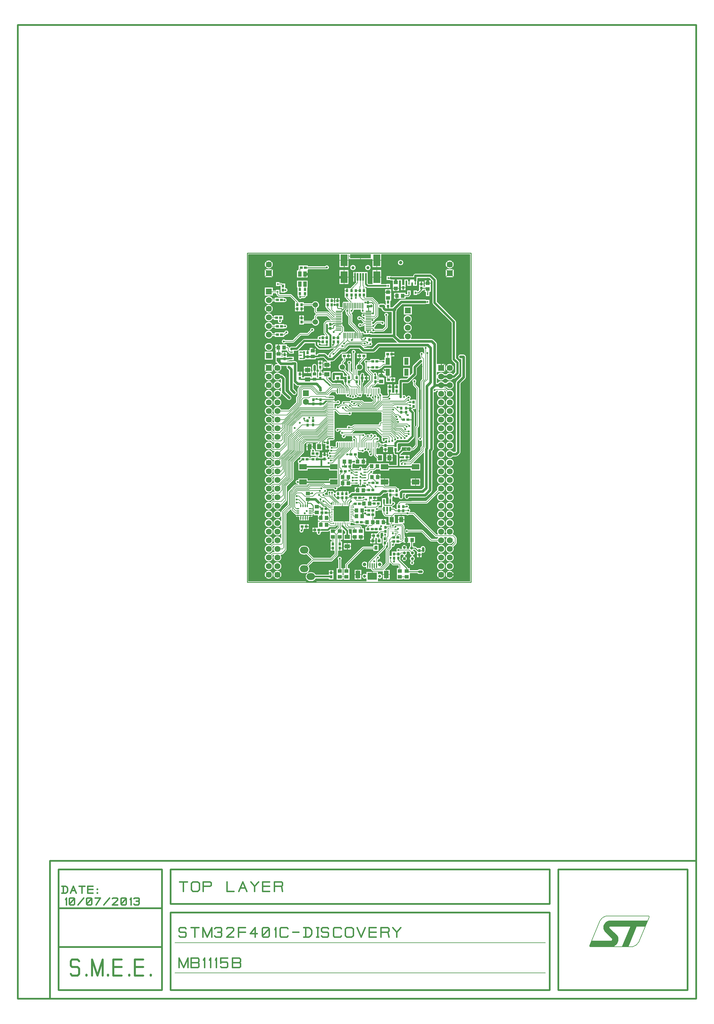
<source format=gbr>
G70*
%FSLAX55Y55*%
%ADD11C,0.01000*%
%ADD12C,0.00650*%
%ADD13C,0.00650*%
%ADD14C,0.01575*%
%ADD15C,0.00984*%
%ADD16C,0.03150*%
%ADD17C,0.02000*%
%ADD18C,0.00787*%
%ADD19C,0.01969*%
%ADD20C,0.01200*%
%ADD21C,0.01500*%
%ADD22C,0.03000*%
%ADD23C,0.02500*%
%ADD24C,0.02756*%
%ADD25C,0.01378*%
%ADD26C,0.02362*%
%ADD27C,0.00827*%
%ADD28C,0.00591*%
%ADD29C,0.00800*%
%ADD30R,0.03700X0.03000*%
%ADD31R,0.04724X0.04331*%
%ADD32R,0.01772X0.02362*%
%ADD33R,0.03000X0.03700*%
%ADD34R,0.04331X0.04724*%
%ADD35R,0.03000X0.01600*%
%ADD36C,0.06200*%
%ADD37R,0.07000X0.07000*%
%ADD38C,0.07000*%
%ADD39C,0.02362*%
%ADD40O,0.03740X0.01181*%
%ADD41O,0.01181X0.03740*%
%ADD42R,0.08504X0.05984*%
%ADD43R,0.02362X0.00787*%
%ADD44R,0.00787X0.02362*%
%ADD45R,0.15748X0.15748*%
%ADD46R,0.06000X0.05000*%
%ADD47R,0.01600X0.03000*%
%ADD48C,0.01260*%
%ADD49R,0.02165X0.05709*%
%ADD50R,0.01575X0.05315*%
%ADD51R,0.11024X0.07874*%
%ADD52R,0.05512X0.08661*%
%ADD53O,0.03543X0.03543*%
%ADD54O,0.03150X0.03150*%
%ADD55C,0.04134*%
%ADD56R,0.05000X0.06000*%
%ADD57O,0.07100X0.01013*%
%ADD58O,0.07100X0.01000*%
%ADD59O,0.01013X0.07100*%
%ADD60O,0.01000X0.07100*%
%ADD61C,0.03543*%
%ADD62R,0.04000X0.03500*%
%ADD63R,0.04331X0.05906*%
%ADD64C,0.00100*%
%ADD65C,0.01000*%
%ADD66R,0.05118X0.07874*%
%ADD67O,0.09843X0.07874*%
%ADD68C,0.03900*%
%ADD69R,0.02000X0.09055*%
%ADD70R,0.07874X0.13780*%
%ADD71R,0.24409X0.04724*%
%ADD72R,0.03600X0.03600*%
%ADD73R,0.03600X0.05000*%
%ADD74O,0.01600X0.06000*%
%ADD75O,0.00800X0.06000*%
%ADD76O,0.06000X0.01600*%
%ADD77O,0.06000X0.00800*%
%ADD78C,0.02480*%
D11*
X285837Y503106D02*
X545679Y503106D01*
X545679Y884995*
X285837Y884995*
X285837Y503106*
D12*
X419758Y817995D02*
X419758Y818195D01*
D13*
X419892Y818329D01*
X419892Y823972*
D12*
X337215Y770232D02*
X335072Y770232D01*
X333658Y771645*
X333658Y774595*
X332707Y775546*
X328553Y775546*
D13*
X346860Y739720D02*
X347535Y739045D01*
D14*
X347845Y738735D01*
X355719Y738735*
X363756Y738735*
X363816Y738795*
D13*
X363816Y738925D01*
D14*
X371268Y738925D01*
D13*
X355719Y738735D02*
X355719Y738550D01*
D15*
X495286Y843460D02*
X495286Y837527D01*
X480911Y839212D02*
X484624Y839212D01*
X487805Y842393*
X487805Y844444*
D13*
X460258Y705995D02*
X464308Y705995D01*
D12*
X464577Y705995D01*
D13*
X464577Y705074D01*
D15*
X495286Y843460D02*
X495108Y843483D01*
X494147Y844444*
X487805Y844444*
D12*
X404591Y662601D02*
X404591Y659378D01*
X391558Y646345*
X391558Y615895*
X391058Y615395*
X376308Y615395*
X374408Y617295*
X357408Y617295*
X355108Y614995*
X341508Y614995*
X334408Y607895*
X334408Y592695*
X326758Y585045*
X326758Y548495*
X325258Y546995*
X315908Y546995*
X310758Y541846*
X320758Y611846D02*
X320908Y611846D01*
X322108Y613045*
X322108Y614245*
X332708Y624845*
X332708Y644161*
X344141Y655594*
X344141Y666373*
X350313Y672545*
X367908Y672545*
X379421Y684058*
X383134Y684058*
X320758Y631846D02*
X324708Y631846D01*
X327208Y634346*
X327208Y645676*
X337845Y656313*
X337845Y669521*
X346519Y678195*
X365508Y678195*
X379245Y691932*
X383134Y691932*
X383134Y699806D02*
X381130Y699806D01*
X381008Y699684*
X379047Y699684*
X376958Y697595*
X348958Y697595*
X335958Y684595*
X335958Y677078*
X331549Y672669*
X331549Y662587*
X320808Y651846*
X320758Y651846*
X383134Y705711D02*
X379274Y705711D01*
X375158Y701595*
X347558Y701595*
X331458Y685495*
X331458Y679661*
X326827Y675030*
X326827Y669064*
X324758Y666995*
X315443Y666995*
X310758Y671846*
X394748Y725200D02*
X394748Y728406D01*
X392759Y730395*
X383527Y730395*
X376677Y723545*
X368817Y723545*
X361455Y730907*
X349020Y730907*
X345758Y727645*
X345758Y719203*
X344084Y717528*
X344084Y711421*
X334508Y701846*
X320758Y701846*
X310758Y611846D02*
X315757Y616844D01*
X322757Y616844*
X331158Y625245*
X331158Y644365*
X342567Y655774*
X342567Y667160*
X349352Y673945*
X367358Y673945*
X379439Y686026*
X383134Y686026*
X320758Y621846D02*
X324808Y621846D01*
X329908Y626945*
X329908Y644868*
X340993Y655953*
X340993Y667947*
X348441Y675395*
X366658Y675395*
X379258Y687995*
X383134Y687995*
X392780Y725200D02*
X392780Y728345D01*
X391980Y729145*
X384877Y729145*
X378027Y722295*
X367706Y722295*
X360668Y729333*
X349650Y729333*
X347108Y726791*
X347108Y718134*
X345715Y716741*
X345715Y710952*
X331829Y697066*
X315537Y697066*
X310758Y701846*
X310758Y621846D02*
X315809Y626897D01*
X323958Y626897*
X328508Y631447*
X328508Y645222*
X339419Y656133*
X339419Y668734*
X347430Y676745*
X366008Y676745*
X379226Y689963*
X383134Y689963*
X383134Y678152D02*
X378965Y678152D01*
X369158Y668345*
X353196Y668345*
X348863Y664012*
X348863Y655054*
X337108Y643299*
X337108Y623395*
X328808Y615095*
X328808Y600295*
X325126Y596613*
X315526Y596613*
X310758Y591846*
X383134Y701774D02*
X379137Y701774D01*
X376308Y698945*
X348508Y698945*
X334458Y684895*
X334458Y677939*
X329975Y673456*
X329975Y663212*
X323758Y656995*
X315674Y656995*
X310758Y661846*
X408528Y725200D02*
X408528Y718604D01*
X408671Y718460*
D13*
X403947Y735783D02*
X407658Y738509D01*
X407658Y744345*
X404308Y747695*
X404308Y757995*
X404258Y757995*
D12*
X383134Y709648D02*
X379461Y709648D01*
X374158Y704345*
X346708Y704345*
X328699Y686336*
X328699Y681655*
X323679Y676635*
X315969Y676635*
X310758Y681846*
X320758Y601846D02*
X325258Y601846D01*
X327508Y604095*
X327508Y615595*
X335658Y623745*
X335658Y643603*
X347289Y655234*
X347289Y664799*
X352085Y669595*
X368608Y669595*
X379134Y680121*
X383134Y680121*
X383134Y674215D02*
X378728Y674215D01*
X369093Y664580*
X369093Y660389*
D14*
X371268Y738925D02*
X374128Y738925D01*
X381408Y731645*
D13*
X393608Y731645D01*
X396717Y728537*
X396717Y725200*
D12*
X310758Y631846D02*
X315380Y636467D01*
X323958Y636467*
X325736Y638245*
X325736Y645010*
X325736Y645958*
X336271Y656493*
X336271Y670308*
X345708Y679745*
X365058Y679745*
X379213Y693900*
X383134Y693900*
D13*
X414433Y725200D02*
X414433Y728620D01*
X413408Y729645*
X406408Y729645*
X403947Y732106*
X403947Y735783*
D12*
X310758Y601846D02*
X315474Y606561D01*
X322724Y606561*
X326108Y609945*
X326108Y616045*
X334258Y624195*
X334258Y643957*
X345715Y655414*
X345715Y665586*
X351174Y671045*
X368258Y671045*
X379302Y682089*
X383134Y682089*
D15*
X346860Y744444D02*
X346860Y750933D01*
X378356Y755456D02*
X383868Y755456D01*
X383868Y758224*
D13*
X408408Y591491D02*
X406388Y591491D01*
X406388Y589523D02*
X408686Y589523D01*
X409108Y589945*
X409108Y590891*
X408508Y591491*
X408408Y591491*
X412411Y586570D02*
X409483Y586570D01*
X408499Y587554*
X406388Y587554*
X412411Y579680D02*
X409673Y579680D01*
X408608Y580745*
X408608Y585145*
X408167Y585586*
X406388Y585586*
X408308Y573775D02*
X408558Y573775D01*
X408558Y575343*
X408158Y575743*
X406388Y575743*
X408308Y573775D02*
X406388Y573775D01*
X401979Y571334D02*
X401979Y569275D01*
X403658Y567595*
X416758Y567595*
X417530Y566824*
X417530Y562358*
D16*
X371664Y762554D02*
X371073Y762554D01*
D15*
X400654Y725292D02*
X400654Y729282D01*
X395358Y734578*
X395358Y735045*
X414321Y511965D02*
X407228Y511965D01*
X417923Y789326D02*
X417923Y785445D01*
X418773Y784595*
X421439Y784595*
X422841Y785997*
X540758Y511846D02*
X540758Y506995D01*
X540758Y511846D02*
X540758Y520035D01*
D17*
X520758Y511846D02*
X540758Y511846D01*
D15*
X411823Y814329D02*
X411823Y818264D01*
X411823Y814329D02*
X409462Y814329D01*
X420480Y797802D02*
X417729Y797802D01*
X417729Y795044*
X411823Y800950*
X411823Y802524*
X431758Y815444D02*
X426193Y815464D01*
X415758Y815464*
X414624Y814329*
X411823Y814329*
D14*
X425994Y827909D02*
X425758Y827909D01*
D15*
X422958Y827909D01*
X422758Y827708*
X425994Y827909D02*
X430396Y827909D01*
X432309Y825995*
X432309Y815995*
X431758Y815444*
X431758Y814995D02*
X431758Y815444D01*
X426388Y815507D02*
X431758Y815507D01*
X431758Y814995*
X448238Y588243D02*
X448238Y584576D01*
X448258Y584556*
X448258Y582995*
D17*
X477175Y845232D02*
X477171Y849642D01*
D15*
X378356Y782043D02*
X378356Y778594D01*
X378258Y778495*
X378258Y778295*
X369758Y778295*
X369758Y778995*
X356112Y606255D02*
X355908Y606459D01*
X355908Y606255*
X361018Y606255*
X361258Y606495*
X448258Y572995D02*
X448208Y573045D01*
X447953Y572791*
X443908Y572791*
X374047Y505825D02*
X369325Y505825D01*
X377982Y505825D02*
X374047Y505825D01*
D16*
X357687Y860901D02*
X357687Y860901D01*
D15*
X515167Y775546D02*
X510758Y771137D01*
X510758Y751846*
D16*
X348435Y814917D02*
X339837Y814917D01*
X334036Y820717*
D15*
X355758Y769357D02*
X355758Y772290D01*
X355758Y775546*
X356703Y773235D02*
X356686Y773218D01*
D16*
X363593Y775546D02*
X363986Y775940D01*
X356703Y775546D02*
X355758Y775546D01*
D15*
X356261Y772793D02*
X356686Y773218D01*
D16*
X355522Y775546D02*
X355758Y775546D01*
D15*
X364183Y554680D02*
X360758Y554680D01*
X364183Y543066D02*
X364183Y554680D01*
X456112Y531058D02*
X456112Y527141D01*
X456258Y526995*
D16*
X444890Y619376D02*
X444758Y619509D01*
D15*
X445245Y619337D02*
X445206Y619376D01*
X445558Y619376*
D16*
X444890Y619376D01*
D15*
X451758Y618995D02*
X451758Y619376D01*
X451758Y627995*
X441258Y625495D02*
X441258Y625495D01*
D16*
X444758Y627445D02*
X441245Y630958D01*
X439762Y630958*
D15*
X451782Y615901D02*
X456900Y615901D01*
X451758Y618995D02*
X451758Y615924D01*
X451782Y615901*
X437215Y625153D02*
X437215Y625495D01*
X441258Y625495*
D13*
X370482Y752712D02*
X370482Y744444D01*
D15*
X442258Y625495D02*
X441258Y625495D01*
X540758Y802995D02*
X540758Y774562D01*
D13*
X370482Y744444D02*
X378356Y744444D01*
D15*
X540758Y802995D02*
X540758Y826728D01*
X540758Y727318D02*
X540758Y706649D01*
D13*
X378356Y744444D02*
X378356Y744456D01*
D15*
X540758Y746019D02*
X540758Y774562D01*
X540758Y727318D02*
X540758Y746019D01*
D13*
X398685Y725200D02*
X398685Y728518D01*
X394308Y732895*
X384208Y732895*
X378356Y738747*
X378356Y744444*
D15*
X540758Y626924D02*
X540758Y646609D01*
X485758Y520995D02*
X485049Y521704D01*
X485049Y528696*
X494892Y518657D02*
X501758Y514995D01*
X486108Y520811D02*
X494892Y518657D01*
X485758Y520995D02*
X486108Y520811D01*
X387758Y864995D02*
X387758Y876995D01*
X339774Y539523D02*
X339774Y549365D01*
X472057Y844050D02*
X475994Y844050D01*
X477175Y845232*
X540758Y846413D02*
X540758Y826728D01*
X540758Y866098D02*
X540758Y846413D01*
D13*
X426388Y809602D02*
X433853Y809602D01*
X434158Y809906*
D12*
X436408Y812156D01*
X436408Y826771*
X430748Y832430*
X426308Y832430*
D13*
X422523Y832430D01*
X421270Y833683*
X421270Y836570*
D15*
X427569Y784602D02*
X427569Y784423D01*
X434646Y784423*
D12*
X330258Y842082D02*
X327175Y842082D01*
D15*
X434646Y784423D02*
X434646Y780655D01*
X429258Y775267*
X429258Y775495*
X428658Y775495*
X428108Y776045*
X428108Y776095*
D12*
X426388Y811570D02*
X433461Y811570D01*
X434958Y813067*
X434958Y825822*
X429924Y830856*
X419834Y830856*
X416545Y834145*
X416545Y836570*
X391742Y799759D02*
X395644Y799759D01*
X396558Y798845*
X396558Y794415*
X393308Y791165*
D15*
X455358Y783595D02*
X448139Y783595D01*
X448139Y782395*
X447558Y782395*
X438558Y783595D02*
X447558Y782395D01*
X540758Y666294D02*
X540758Y646609D01*
D12*
X391152Y786767D02*
X386230Y786767D01*
D15*
X540758Y686964D02*
X540758Y706649D01*
D12*
X391152Y786767D02*
X391152Y789008D01*
X393308Y791165*
D15*
X540758Y666294D02*
X540758Y686964D01*
D12*
X383134Y707680D02*
X379343Y707680D01*
X374608Y702945*
X347108Y702945*
X329960Y685798*
X329960Y680393*
X325385Y675817*
X325385Y673552*
X323679Y671846*
X320758Y671846*
D13*
X347943Y591688D02*
X347943Y593910D01*
X346358Y595495*
X343258Y595495*
D15*
X540758Y548184D02*
X540758Y527121D01*
X540758Y566995D02*
X540758Y548184D01*
X540758Y606995D02*
X540858Y606995D01*
X540858Y626824*
X540758Y626924*
X540758Y586995D02*
X540758Y606995D01*
X540758Y566995D02*
X540758Y586995D01*
X462978Y751369D02*
X462978Y759239D01*
X406703Y836570D02*
X406703Y832495D01*
X406758Y832495*
X485758Y508995D02*
X477931Y508973D01*
X398758Y803995D02*
X398758Y800595D01*
X398958Y800395*
X382293Y802515D02*
X384578Y802515D01*
X385759Y803696*
X391742Y803696*
X396209Y803696*
X396283Y803770*
X398533Y803770*
X398758Y803995*
X400207Y823972D02*
X400207Y820229D01*
X397650Y817672*
X397650Y812158*
X399223Y810586*
X409461Y795625D02*
X407884Y795625D01*
X412018Y789326D02*
X412018Y793069D01*
X409461Y795625*
X403953Y795441D02*
X404137Y795625D01*
X407884Y795625*
D17*
X475758Y597995D02*
X475758Y598195D01*
D15*
X386230Y782043D02*
X386230Y779418D01*
X385258Y778445*
X385258Y778495*
X450786Y647594D02*
X450786Y642476D01*
X450994Y642476*
X420679Y643263D02*
X420679Y646708D01*
X436087Y662693D02*
X436087Y666745D01*
X440758Y666745*
X425202Y678178D02*
X422841Y678178D01*
D12*
X450758Y715554D02*
X445732Y715554D01*
X450758Y715554D02*
X450758Y715495D01*
X450758Y715995D02*
X450758Y715554D01*
D15*
X391758Y690770D02*
X418119Y690770D01*
X419693Y689196*
X481021Y697008D02*
X481079Y696279D01*
X480325Y701728D02*
X480325Y701639D01*
X481021Y700943*
X481021Y697008*
X484262Y735745D02*
X484262Y734995D01*
X484262Y735745D02*
X484262Y736241D01*
X484158Y736345*
X470858Y644345D02*
X469858Y644345D01*
X465308Y644345*
X464458Y643495*
X464258Y643495*
X485858Y729945D02*
X485858Y729695D01*
X485858Y729945D02*
X485858Y730245D01*
X485858Y729945D02*
X483440Y732363D01*
X485858Y729695D02*
X485858Y727177D01*
X486440Y726595*
X486440Y704395*
X485801Y703756*
X485801Y701788*
X485008Y731995D02*
X485008Y730545D01*
X485858Y729695*
X484158Y736313D02*
X484158Y736345D01*
X488358Y753595D02*
X488162Y753595D01*
X483440Y749008*
X484158Y749008*
X484158Y736345*
X483440Y735177D02*
X483440Y732363D01*
X483440Y735177D02*
X484008Y735745D01*
X484262Y735745*
X474813Y734995D02*
X474813Y733200D01*
X476433Y734820*
X476258Y734995*
X461427Y657043D02*
X461427Y657830D01*
X461427Y658527*
X464552Y661651*
X466126Y661651*
X466184Y661710*
X478660Y661710*
X480175Y663225*
X480175Y683913*
X481021Y684758*
X481021Y697008*
X420482Y719776D02*
X420482Y720035D01*
X420482Y715167D02*
X420558Y715195D01*
X420482Y715167D02*
X417558Y715195D01*
X420482Y719776D02*
X420482Y715167D01*
D17*
X459108Y767672D02*
X459108Y759239D01*
X462978Y759239*
X459108Y767672D02*
X459108Y771345D01*
X453553Y767672D02*
X459108Y767672D01*
D15*
X444858Y740995D02*
X444858Y741491D01*
X441508Y741491*
X443612Y741491*
X444793Y742672*
X441349Y742672*
X451191Y729680D02*
X455522Y729680D01*
X459065Y729680*
X424108Y739995D02*
X423870Y739995D01*
X424108Y739995D02*
X424415Y739995D01*
X424415Y735629*
X424349Y743540D02*
X424349Y739995D01*
X424108Y739995*
X459108Y771345D02*
X459108Y771044D01*
X466126Y771044*
D13*
X421073Y594444D02*
X421073Y594247D01*
X415758Y594247*
D15*
X479758Y771044D02*
X479758Y762995D01*
X479758Y771044D02*
X473996Y771044D01*
D12*
X310758Y531846D02*
X315431Y536518D01*
X325758Y536518*
X329797Y540557*
X329797Y583234*
X337008Y590445*
X337008Y606445*
X342758Y612195*
X356158Y612195*
X358708Y614745*
X372508Y614745*
X374458Y612795*
X387458Y612795*
X388258Y611995*
D15*
X485758Y770995D02*
X485709Y771044D01*
X479758Y771044*
D13*
X408528Y662601D02*
X408528Y658895D01*
X405808Y656176*
X405808Y651495*
D15*
X466126Y771044D02*
X473996Y771044D01*
D13*
X406309Y651531D02*
X406274Y651495D01*
X405808Y651495*
D15*
X437758Y770995D02*
X441208Y770995D01*
X443208Y772995*
X459108Y772995*
X459108Y771345*
D13*
X408408Y591491D02*
X408458Y591541D01*
X408458Y593997*
X408708Y594247*
X411034Y594247*
X401758Y651495D02*
X405808Y651495D01*
D16*
X460784Y739995D02*
X461758Y740969D01*
D15*
X461404Y740995D01*
D16*
X414774Y760630D02*
X414908Y760495D01*
D15*
X462978Y751369D02*
X461452Y752895D01*
X445358Y752895*
X441508Y749045*
X441508Y741491*
X470061Y740351D02*
X469858Y740366D01*
X469487Y739995*
X460784Y739995*
D12*
X406559Y662601D02*
X406559Y659496D01*
X393008Y645945*
X393008Y636545*
X394892Y634661*
X394892Y631846*
D15*
X420339Y725292D02*
X420339Y731058D01*
D11*
X424415Y735135D01*
X424415Y735629*
D15*
X420482Y719776D02*
X420339Y719920D01*
X420339Y725107*
X366545Y715901D02*
X363593Y715901D01*
X362608Y714917*
D12*
X320758Y541846D02*
X326730Y541846D01*
X328258Y543374*
X328258Y583745*
X334308Y589795*
D13*
X335658Y591145D01*
X335658Y607245*
X342058Y613645*
X355558Y613645*
X357908Y615995*
X373558Y615995*
X375458Y614095*
X391558Y614095*
X393008Y615545*
D12*
X393008Y627745D01*
D13*
X394892Y629629D01*
X394892Y631846*
D15*
X366545Y715901D02*
X366892Y715554D01*
X371155Y715554*
X370808Y715901*
D14*
X370876Y714917D01*
D15*
X383042Y715554D02*
X371155Y715554D01*
D12*
X445732Y697837D02*
X452747Y697837D01*
X458639Y691945*
X459758Y691945*
X459758Y691995*
D15*
X389787Y715954D02*
X388034Y715984D01*
X387412Y715554*
X383226Y715554*
X402379Y715167D02*
X417558Y715195D01*
D12*
X383134Y695869D02*
X379132Y695869D01*
X369045Y685783*
X362215Y685783*
D15*
X469274Y575795D02*
X469274Y575868D01*
D12*
X355856Y685783D02*
X362215Y685783D01*
D15*
X469274Y575795D02*
X469274Y575743D01*
X464565Y575743*
X471708Y568995D02*
X477758Y568995D01*
D12*
X355719Y685586D02*
X355719Y685645D01*
X355856Y685783*
D15*
X471708Y568995D02*
X470324Y568995D01*
X469274Y570045*
X469274Y575795*
D12*
X355856Y685783D02*
X349384Y685783D01*
X334697Y671095*
X334697Y656673*
X320758Y642734*
X320758Y641846*
D15*
X439758Y601495D02*
X439758Y601045D01*
X439058Y601045*
X438769Y601334*
X436604Y601334*
X436407Y601137*
X433474Y601137*
X395089Y735192D02*
X395105Y735192D01*
X395158Y735245*
X395358Y735045*
X456703Y564031D02*
X459593Y564031D01*
X460758Y565195*
X389183Y735192D02*
X390758Y736767D01*
X390758Y740113*
X389183Y735192D02*
X391155Y735192D01*
X391008Y735045*
X395358Y735045*
X401978Y544653D02*
X401978Y539645D01*
X402608Y539645*
X402758Y539495*
X321860Y775546D02*
X321860Y781058D01*
X321565Y780763*
X321860Y775546D02*
X322254Y775546D01*
X322254Y768066*
X355620Y580763D02*
X358868Y580763D01*
X355620Y580763D02*
X355620Y577515D01*
X353240Y580763D02*
X355620Y580763D01*
X353061Y580763D02*
X353240Y580763D01*
X353061Y580942*
X353061Y580763*
X350502Y580763D02*
X350502Y577515D01*
X347943Y580763D02*
X347943Y577515D01*
X347943Y580763D02*
X344695Y580763D01*
X350502Y580763D02*
X347943Y580763D01*
X353061Y580763D02*
X350502Y580763D01*
X353061Y577515D02*
X353061Y580763D01*
D17*
X470633Y548370D02*
X470633Y552095D01*
D15*
X470508Y556495D02*
X468458Y558545D01*
X468458Y565745*
X471708Y568995*
D17*
X470633Y552095D02*
X470508Y552220D01*
X470508Y556495*
D15*
X470482Y552121D02*
X470482Y552095D01*
X470633Y552095*
D17*
X468132Y530499D02*
X468132Y530447D01*
D15*
X449223Y839917D02*
X442530Y839917D01*
X442530Y839720*
D16*
X352711Y860901D02*
X357687Y860901D01*
D15*
X487805Y849169D02*
X487805Y854498D01*
D17*
X410860Y857440D02*
X410860Y851531D01*
X408498Y849169*
X406309Y849169*
D15*
X364183Y563932D02*
X360758Y563932D01*
X458278Y844247D02*
X458278Y839720D01*
D17*
X455128Y839720D01*
D16*
X398066Y857243D02*
X388008Y857243D01*
D15*
X417530Y555665D02*
X417530Y552224D01*
X418758Y550995*
D18*
X348558Y820428D02*
X348678Y820428D01*
D17*
X348678Y820308D01*
X348558Y820428*
D19*
X375404Y650940D02*
X375404Y659405D01*
D16*
X358093Y660389D02*
X357687Y660389D01*
X357687Y655468*
X356981Y654762*
D15*
X485640Y534995D02*
X485640Y531345D01*
X485640Y534995D02*
X483278Y521279D01*
X486108Y520811*
X342258Y574169D02*
X338199Y574169D01*
X342258Y578495D02*
X342258Y574169D01*
X344695Y580763D02*
X341708Y580763D01*
X341708Y578495*
X342258Y578495*
D16*
X495286Y850153D02*
X495286Y854968D01*
D15*
X354144Y567869D02*
X359384Y567869D01*
X466939Y845035D02*
X466545Y845035D01*
X466545Y840113*
X459656Y835586D02*
X459262Y835586D01*
X459262Y830271*
X398066Y876928D02*
X398066Y867295D01*
X427758Y550995D02*
X418758Y550995D01*
X431411Y551003D02*
X430661Y551003D01*
X431299Y551641*
X431299Y553545*
X432687Y554933*
X432687Y557043*
D12*
X436087Y725200D02*
X436087Y720810D01*
X437794Y719102*
X437794Y717528*
D15*
X431411Y551003D02*
X431496Y551003D01*
X431411Y551003D02*
X431404Y550995D01*
X427911Y550995*
X427758Y550995*
D19*
X379052Y659299D02*
X378947Y659405D01*
D15*
X369325Y505825D02*
X366964Y505825D01*
X365390Y504251*
X354372Y504251*
X353585Y505038*
X327565Y505038*
X320758Y511846*
D12*
X437794Y717528D02*
X437794Y713081D01*
X432758Y708045*
X418358Y708045*
X416258Y710145*
X413608Y710145*
X411458Y707995*
X408008Y707995*
X404308Y711695*
X401058Y711695*
D13*
X397758Y711695D01*
X397758Y710995*
D15*
X322254Y781452D02*
X321565Y780763D01*
X472451Y528696D02*
X472451Y522995D01*
X474451Y520995*
X485758Y520995*
X406309Y507436D02*
X406309Y507394D01*
X403953Y505038*
X378769Y505038*
X377982Y505825*
X390561Y834495D02*
X391258Y834495D01*
X390561Y834495D02*
X390561Y832995D01*
X390561Y829877*
X383278Y519476D02*
X383258Y519495D01*
D16*
X389183Y846495D02*
X395089Y846495D01*
D15*
X395089Y845310D01*
X401585Y845310*
X401585Y841294*
D17*
X456309Y598184D02*
X465558Y598195D01*
X465758Y597995*
X475758Y597995*
D15*
X342258Y554680D02*
X342258Y574169D01*
X353356Y554680D02*
X360758Y554680D01*
X342258Y554680D02*
X353356Y554680D01*
X342258Y554680D02*
X342258Y551850D01*
X339774Y549365*
X393120Y536357D02*
X393258Y536495D01*
X360758Y563932D02*
X360758Y554680D01*
X360758Y563932D02*
X360695Y563932D01*
X360758Y563995*
X359758Y563995*
X360758Y563932D02*
X360758Y566495D01*
X359384Y567869*
D16*
X388008Y857243D02*
X387758Y857243D01*
D15*
X387758Y864995D01*
D16*
X388008Y857243D02*
X387758Y856993D01*
X387758Y851389*
D15*
X462758Y793995D02*
X463758Y794995D01*
X463758Y820995*
D19*
X375308Y659405D02*
X375404Y659405D01*
D16*
X477931Y592822D02*
X477931Y592822D01*
X477848Y586150*
D15*
X383132Y672245D02*
X378758Y672245D01*
X372908Y666395*
X372908Y661455*
X374958Y659405*
D16*
X374813Y659405D01*
X490167Y854543D02*
X488152Y854503D01*
D15*
X407228Y511965D02*
X406314Y511051D01*
X406314Y507441*
X406309Y507436*
X440955Y505074D02*
X440991Y505038D01*
X452128Y505038*
X453099Y506009*
D20*
X453337Y505825D01*
X473996Y505825*
X477144Y508973*
X477931Y508973*
D16*
X387758Y846495D02*
X387758Y850602D01*
D15*
X389183Y846495D02*
X389183Y838125D01*
D16*
X387758Y846495D02*
X389183Y846495D01*
X387758Y846495D02*
X383708Y846495D01*
D15*
X383278Y846495D01*
X383278Y836944*
D21*
X425994Y529484D02*
X425640Y529129D01*
X425640Y522595*
D17*
X424542Y530935D02*
X425994Y529484D01*
X424542Y530935D02*
X418221Y530935D01*
X414321Y527035*
D15*
X385258Y536495D02*
X385246Y536507D01*
X426782Y581452D02*
X424301Y581452D01*
X422758Y582995*
X419104Y583145D02*
X419104Y586545D01*
D16*
X419104Y586570D01*
D15*
X419104Y579680D02*
X419569Y580145D01*
X419104Y580610*
X419104Y583145*
X422908Y583145*
X422758Y582995*
X366939Y555271D02*
X366349Y554680D01*
X364183Y554680*
X359258Y567995D02*
X359384Y567869D01*
X394758Y582495D02*
X394708Y582495D01*
X394829Y582374*
X395089Y588695D02*
X395089Y589247D01*
X395296Y589247*
X422057Y624365D02*
X418514Y624365D01*
X417333Y625546*
X422057Y627515D02*
X419104Y627515D01*
X419104Y627712*
X417726Y629090*
X416152Y601137D02*
X420400Y601137D01*
X420758Y601495*
X417333Y617279D02*
X417333Y621216D01*
X413986Y613243D02*
X413986Y609798D01*
X403356Y625153D02*
X403356Y621708D01*
X396663Y621708*
X396663Y618066*
X396663Y612161*
X396860Y612161*
X409360Y609798D02*
X407258Y609798D01*
X407258Y610495*
X409360Y609798D02*
X409758Y609798D01*
X398632Y637357D02*
X400010Y637357D01*
X398632Y637357D02*
X398632Y643263D01*
X398632Y637357D02*
X396770Y637357D01*
X396758Y637345*
X396758Y637495*
X396860Y612095D02*
X392158Y612095D01*
X389108Y609045*
X385608Y609045*
X384958Y609695*
X379308Y609695*
X378558Y608945*
X378558Y606795*
X377258Y605495*
D18*
X396860Y612095D02*
X396860Y612161D01*
X396860Y609395D02*
X400358Y609395D01*
X400994Y608759*
X400994Y605665*
X396073Y609395D02*
X391858Y609395D01*
X391152Y608689*
X391152Y605665*
X396073Y609395D02*
X396073Y605665D01*
X396860Y609395D02*
X396073Y609395D01*
X396860Y612095D02*
X396860Y609395D01*
D15*
X403553Y613539D02*
X406715Y613539D01*
X409758Y610495*
X407258Y610495*
X403553Y613539D02*
X401436Y613539D01*
X400058Y612161*
X396860Y612161*
X406358Y597145D02*
X403947Y594734D01*
X403947Y594031*
D12*
X395089Y582633D02*
X403947Y591491D01*
X403947Y591595*
D15*
X403947Y593833D01*
D12*
X395089Y582633D02*
X398042Y582633D01*
X398042Y571334*
D15*
X395089Y582633D02*
X395089Y588695D01*
X395089Y582633D02*
X394829Y582374D01*
D12*
X396073Y589679D02*
X395089Y588695D01*
X396073Y589679D02*
X396073Y593932D01*
X383790Y587554D02*
X388299Y587554D01*
X388358Y587495*
D15*
X388758Y587495D01*
X411758Y550995D02*
X410640Y550995D01*
X410640Y555665*
X366545Y590901D02*
X370089Y590901D01*
X372451Y588539*
X372451Y583617D02*
X372451Y588539D01*
X372451Y583617D02*
X372451Y581838D01*
X371073Y580460*
X371073Y577712*
X366758Y577495D02*
X366758Y577712D01*
X371073Y577712*
D17*
X471603Y528696D02*
X472451Y528696D01*
D13*
X446073Y562161D02*
X445808Y561895D01*
X440408Y561895*
X437411Y558899*
X437411Y557043*
X437411Y555292*
X438996Y553707*
X438996Y551003*
X351821Y518696D02*
X361770Y528645D01*
X383558Y528645*
X389808Y534895*
X389808Y559045*
X393120Y562358*
X393120Y565107*
X394105Y566092*
X394105Y571334*
X454734Y559722D02*
X454734Y562062D01*
X430758Y522595D02*
X430758Y518745D01*
X432158Y517345*
X442858Y517345*
X449508Y523995*
X449508Y540195*
X452258Y542945*
X452258Y549495*
X453112Y550350*
X455719Y550350*
X455719Y547456*
X454758Y546495*
D12*
X404758Y707995D02*
X404758Y708495D01*
X407708Y705545*
X434208Y705545*
X442248Y713585*
X445732Y713585*
X468148Y713585*
X472091Y717528*
X473209Y717528*
X449616Y847031D02*
X446758Y847031D01*
D19*
X446723Y846995D01*
X425460Y846995*
X423460Y848995*
X423460Y857440*
D12*
X445732Y705711D02*
X456830Y705711D01*
X462192Y700350*
X464577Y700350*
X470089Y700350D02*
X464577Y700350D01*
X470089Y700350D02*
X470089Y697665D01*
X470758Y696995*
X472258Y696995*
D13*
X391742Y795822D02*
X388034Y795822D01*
X386258Y794045*
X386258Y793495*
X361258Y795995D02*
X356058Y790795D01*
X347351Y790795*
X339051Y782495*
X328258Y782495*
D12*
X374258Y596995D02*
X374258Y597145D01*
X374358Y597045*
X375854Y597045*
X381408Y591491*
D13*
X383790Y591491D01*
X406758Y629995D02*
X407978Y629995D01*
X410458Y627515*
D12*
X412608Y627515D01*
X400258Y706195D02*
X403408Y703045D01*
X436258Y703045*
X442861Y709648*
X445732Y709648*
X454096Y709648*
X454843Y710395*
X471258Y710395*
X472560Y711697*
X473674Y711697*
X473996Y712019*
X474783Y712019*
D13*
X478750Y711964D02*
X474783Y711964D01*
X474783Y712019*
X428199Y522595D02*
X428199Y526286D01*
X445258Y543345*
X445258Y548775*
X445482Y548775*
X450797Y565999D02*
X449858Y565999D01*
X449108Y565249*
X449108Y556495*
X448008Y555395*
X448008Y551195*
X445587Y548775*
X445482Y548775*
X459065Y609011D02*
X459065Y611388D01*
X457808Y612645*
X444858Y612645*
X443508Y613995*
X434758Y613995*
D12*
X410496Y725200D02*
X410496Y720822D01*
X411821Y719497*
X411821Y719247*
D13*
X454734Y565999D02*
X454742Y565992D01*
X454742Y565964*
X454758Y569245*
X460443Y550350D02*
X464008Y550350D01*
G75*
G03X466908Y553250I-00000J02900*
G01X466908Y567345*
G75*
G03X464008Y570245I-02900J-00000*
G01X455758Y570245*
X454758Y569245*
X430181Y662601D02*
X430181Y658645D01*
X430358Y658469*
X430358Y652595*
X429258Y651495*
D12*
X320876Y790310D02*
X310758Y790310D01*
X310758Y790507*
X320876Y800153D02*
X310758Y800153D01*
X310758Y800507*
D13*
X319892Y809995D02*
X310758Y809995D01*
X310758Y810507*
D12*
X320876Y830665D02*
X310758Y830665D01*
X310758Y830507*
X310758Y840507D02*
X310758Y839944D01*
X321270Y839944*
D13*
X364990Y805038D02*
X348829Y805038D01*
X348829Y805074*
D12*
X391742Y807633D02*
X384515Y807633D01*
X378852Y813295*
X366618Y813295*
X365058Y811735*
X365058Y805106*
X364990Y805038*
D18*
X366939Y652515D02*
X366939Y645625D01*
D12*
X445732Y676184D02*
X451960Y676184D01*
X457469Y670675*
X457469Y668734*
D13*
X436821Y637751D02*
X432765Y633695D01*
X428558Y633695*
X425527Y630665*
X422057Y630665*
X431506Y581695D02*
X431506Y581550D01*
X431408Y581452*
X431506Y581452*
X431506Y572791D02*
X431506Y581695D01*
X425994Y564917D02*
X425994Y567331D01*
X427358Y568695*
X430006Y568695*
X431506Y570195*
X431506Y572791*
D12*
X404144Y823972D02*
X404144Y815803D01*
X406359Y813588*
X406359Y804394*
X415919Y794834*
X415919Y790345*
X415955Y789326*
D13*
X431506Y572791D02*
X437215Y572791D01*
X431506Y581695D02*
X431506Y586570D01*
X385246Y547594D02*
X385246Y555665D01*
D12*
X392780Y662601D02*
X392780Y659395D01*
X389180Y655795*
X383358Y655795*
X394748Y662601D02*
X394748Y659385D01*
X388058Y652695*
X381458Y652695*
X396717Y662601D02*
X396717Y659354D01*
X386858Y649495*
X382258Y649495*
X445732Y699806D02*
X453247Y699806D01*
X458058Y694995*
X458758Y694995*
X445732Y703743D02*
X454911Y703743D01*
X455158Y703495*
X455258Y703495*
X445732Y707680D02*
X454793Y707680D01*
X456208Y709095*
X474183Y709095*
X474783Y708495*
X438449Y725200D02*
X438449Y721795D01*
X438558Y721795*
X440358Y719995*
D13*
X414758Y707995D02*
X414758Y708095D01*
X415108Y708095*
X416408Y706795*
X433358Y706795*
X440358Y713795*
X440358Y719995*
X422057Y621216D02*
X424843Y621216D01*
X424763Y621295*
X426558Y623090*
X426558Y628145*
X429408Y630995*
X429758Y630995*
X434646Y718315D02*
X434646Y712483D01*
X431508Y709345*
X420008Y709345*
X417958Y711395*
X410658Y711395*
X409758Y710495*
D12*
X434118Y725200D02*
X434118Y718315D01*
X434646Y718315*
D13*
X412608Y621216D02*
X408478Y621216D01*
X408258Y620995*
D12*
X388199Y593932D02*
X388199Y595605D01*
X380808Y602995*
X375252Y602995*
X374047Y604200*
X374047Y604495*
X445732Y678152D02*
X441729Y678152D01*
X437712Y682169*
X409462Y682169*
X407888Y680595*
X391279Y680595*
X390561Y679877*
X460617Y670308D02*
X452773Y678152D01*
X445732Y678152*
X445732Y680121D02*
X452747Y680121D01*
X458047Y674821*
X460039Y674821*
X464552Y670308*
D13*
X377766Y569838D02*
X381165Y569838D01*
X382708Y568295*
X387508Y568295*
X388199Y568986*
X388199Y571334*
D12*
X445732Y682089D02*
X452747Y682089D01*
X458244Y676592*
X462203Y676592*
X468487Y670308*
D13*
X327175Y846806D02*
X325037Y848944D01*
X321270Y848944*
D12*
X402622Y662601D02*
X402622Y659459D01*
X384658Y641495*
X380258Y641495*
D13*
X426782Y586570D02*
X423258Y586570D01*
X423258Y586495*
X383134Y703743D02*
X388060Y703743D01*
X392808Y698995*
X404758Y698995*
X426388Y803696D02*
X421809Y803696D01*
X419592Y801480*
X416742Y801480*
D12*
X320758Y661846D02*
X324508Y661846D01*
X328401Y665739*
X328401Y674243*
X332958Y678800*
X332958Y685195*
X348058Y700295*
X375758Y700295*
X379206Y703743*
X383134Y703743*
D13*
X449223Y833224D02*
X449223Y828106D01*
D12*
X445732Y687995D02*
X452747Y687995D01*
X458836Y681906*
X464552Y681906*
X468280Y678178*
X473209Y678178*
X403758Y682900D02*
X407888Y682900D01*
X409462Y684474*
X439368Y684474*
X440155Y685261*
X440155Y687208*
X440942Y687995*
X445732Y687995*
D13*
X411427Y601137D02*
X411427Y599326D01*
X412558Y598195*
X420508Y598195*
X421308Y598995*
X423758Y598995*
X411427Y601137D02*
X407170Y601137D01*
X401979Y595945*
D12*
X401979Y593932D01*
X398685Y662601D02*
X398685Y659322D01*
X386358Y646995*
X380258Y646995*
D13*
X461821Y590901D02*
X461821Y594208D01*
X463408Y595795*
X494008Y595795*
X510058Y611846*
X510758Y611846*
X445732Y689963D02*
X452747Y689963D01*
X459033Y683677*
X466913Y683677*
X469264Y681326*
X469274Y680539*
X456703Y565999D02*
X458103Y567400D01*
X457758Y567745*
X393120Y547594D02*
X393120Y555665D01*
D12*
X383208Y644745D02*
X382958Y644495D01*
X382758Y644495*
X383208Y644745D02*
X383008Y644745D01*
X400654Y662601D02*
X400654Y659291D01*
X386108Y644745*
X383208Y644745*
D13*
X431506Y752318D02*
X426435Y752318D01*
X426258Y752495*
X424276Y725200D02*
X424276Y729413D01*
X431158Y736295*
X431158Y744595*
X426258Y749495*
X426258Y752495*
X428213Y725200D02*
X428213Y729700D01*
X430408Y731895*
X432908Y731895*
X434459Y733446*
X434459Y735783*
X441349Y735979D02*
X434656Y735979D01*
X434459Y735783*
D19*
X462308Y652895D02*
X457884Y652895D01*
X457884Y657043*
X461458Y647945D02*
X461458Y652045D01*
X462308Y652895*
X461358Y637054D02*
X461458Y637154D01*
X461458Y647945*
X461358Y637054D02*
X445245Y637054D01*
D12*
X346860Y842869D02*
X346860Y849035D01*
X346805Y849090*
D19*
X461358Y637054D02*
X481071Y637054D01*
X466349Y647987D02*
X461500Y647987D01*
X461458Y647945*
X467215Y657716D02*
X466208Y657716D01*
X466208Y656795*
X462308Y652895*
D12*
X403356Y618066D02*
X412608Y618066D01*
D13*
X422057Y633814D02*
X424843Y633814D01*
X424910Y633747*
X425758Y634595*
X425758Y636345*
X427164Y637751*
X430128Y637751*
D12*
X362215Y690507D02*
X362215Y694326D01*
X362258Y694326*
X362258Y693995*
X362215Y655752D02*
X362215Y652515D01*
D13*
X460443Y555074D02*
X460443Y557395D01*
G75*
G02X461643Y558595I01200J-00000*
G01X462358Y558595*
G75*
G02X463458Y557495I-00000J-01100*
G01X463458Y553645*
G75*
G03X464558Y552545I01100J00000*
G03X465408Y553395I-00000J00850*
G01X465408Y567245*
G75*
G03X463908Y568745I-01500J-00000*
G01X458758Y568745*
X457758Y567745*
D12*
X383134Y717916D02*
X377258Y717916D01*
X376429Y718745*
X359208Y718745*
X357592Y717129*
X350958Y717129*
X348558Y714729*
X348558Y709795*
X325598Y686835*
X315768Y686835*
X310758Y691846*
D13*
X436624Y618460D02*
X430522Y624562D01*
X430522Y625153*
X456112Y535783D02*
X461034Y535783D01*
X468132Y536995D02*
X464358Y536995D01*
X463145Y535783*
X461034Y535783*
X426782Y610192D02*
X420826Y610192D01*
X420679Y610045*
X420679Y609798*
X399616Y631846D02*
X399616Y630054D01*
X396663Y627101*
X396663Y625153*
D15*
X466349Y835586D02*
X466408Y835645D01*
X472431Y835645*
X473431Y836645*
X473431Y839212*
D12*
X445732Y711617D02*
X451173Y711617D01*
X451651Y712095*
X469169Y712095*
X471454Y714380*
X472758Y714380*
X445732Y711617D02*
X442580Y711617D01*
X435258Y704295*
X405158Y704295*
X400808Y708645*
X399308Y708645*
D13*
X394908Y708645D01*
X392258Y705995*
X390758Y705995*
D12*
X445732Y695869D02*
X452747Y695869D01*
X459621Y688995*
X460758Y688995*
X488358Y767995D02*
X488358Y764395D01*
X490458Y762295*
X490458Y738195*
X490408Y738245*
X488358Y736195*
X488358Y671295*
X486588Y669525*
X486588Y669521*
D19*
X350445Y637054D02*
X371708Y637054D01*
D13*
X463258Y694995D02*
X464567Y693686D01*
X464567Y691688*
X467333Y691688*
D12*
X445732Y701774D02*
X453534Y701774D01*
X457863Y697445*
X460808Y697445*
X463258Y694995*
X396758Y705595D02*
X400579Y701774D01*
X445732Y701774*
X412608Y630665D02*
X409708Y630665D01*
X407977Y632395*
X404258Y632395*
X404258Y632495*
D19*
X371708Y637054D02*
X386271Y637054D01*
D12*
X383790Y589523D02*
X380858Y589711D01*
X377573Y592995*
X375021Y592995*
X370758Y597258*
X370758Y599495*
D13*
X463002Y516098D02*
X463002Y523001D01*
X461758Y524245*
X455008Y524245*
X452158Y527095*
X452158Y531395*
X452258Y531495*
X466908Y586295D02*
X466908Y586495D01*
X472758Y586495*
D19*
X371708Y637054D02*
X371708Y645625D01*
D13*
X466908Y586295D02*
X466908Y586176D01*
D15*
X466939Y586176D01*
X461821Y586176D02*
X466789Y586176D01*
X466908Y586295*
X451978Y588243D02*
X455660Y588243D01*
X457727Y586176*
X461821Y586176*
D12*
X390417Y725200D02*
X383491Y725200D01*
X379337Y721045*
X366595Y721045*
X359881Y727759*
X350437Y727759*
X348658Y725980*
X348658Y717323*
X347289Y715954*
X347289Y710360*
X328775Y691846*
X320758Y691846*
D13*
X385246Y562358D02*
X387270Y562358D01*
D12*
X321270Y839944D02*
X321270Y837083D01*
X322458Y835895*
X336258Y835895*
X343908Y828246*
X343908Y825153*
D13*
X392136Y571334D02*
X392136Y567223D01*
X387270Y562358*
X351821Y540349D02*
X362075Y530095D01*
X383008Y530095*
X388558Y535645*
X388558Y559245*
X387270Y560533*
X387270Y562358*
D12*
X383134Y697837D02*
X379150Y697837D01*
X377568Y696256*
X349418Y696256*
X337458Y684295*
X337458Y676217*
X333123Y671882*
X333123Y657013*
X322808Y646698*
X315905Y646698*
X310758Y651846*
D13*
X445758Y558495D02*
X445758Y553775D01*
X445482Y553499*
X426258Y656995D02*
X426308Y656995D01*
X426244Y657059*
X426244Y659395*
D12*
X426244Y662601D01*
X510758Y551846D02*
X499180Y551846D01*
X488536Y562489*
X470848Y562489*
X520758Y721846D02*
X515707Y726897D01*
X503958Y726897*
X503958Y726595*
X503358Y725995*
X445732Y684058D02*
X452747Y684058D01*
X458048Y678757*
X462978Y678757*
X469066Y672669*
X470848Y672669*
X445732Y686026D02*
X452747Y686026D01*
X458245Y680528*
X463765Y680528*
X468476Y675817*
X472422Y675817*
X473209Y675030*
X520758Y541846D02*
X527236Y548323D01*
X527236Y554518*
X524758Y556995*
X504758Y556995*
X478758Y582995*
X471758Y582995*
D13*
X453615Y579695D02*
X456915Y582995D01*
X471758Y582995*
X453565Y575743D02*
X453565Y579645D01*
X453615Y579695*
X452658Y568195D02*
X452658Y570745D01*
X453565Y571652*
X453565Y575743*
X452766Y565999D02*
X452658Y565891D01*
X452658Y568195*
X446073Y566885D02*
X447998Y566885D01*
X449308Y568195*
X452658Y568195*
D12*
X444498Y588243D02*
X444498Y582655D01*
X446608Y580545*
X452765Y580545*
X453615Y579695*
D13*
X436220Y587995D02*
X436468Y588243D01*
X444498Y588243*
D12*
X424276Y662601D02*
X424276Y658662D01*
X423209Y657595*
X422958Y657595*
X435876Y522595D02*
X435876Y530155D01*
X437436Y531715*
X437598Y531715*
D13*
X413986Y643263D02*
X413986Y646167D01*
X411034Y649120*
X411034Y651531*
D12*
X439786Y647594D02*
X437110Y647594D01*
X434118Y650585*
X434118Y662601*
D13*
X427766Y594444D02*
X427766Y600153D01*
X428750Y601137*
X427766Y594444D02*
X433081Y594444D01*
X451978Y604287D02*
X459065Y604287D01*
X451978Y604287D02*
X451978Y596708D01*
D12*
X352766Y842869D02*
X352766Y849090D01*
X352711Y849090*
D19*
X359695Y509641D02*
X383041Y509641D01*
X383278Y509405*
D13*
X435443Y564917D02*
X430719Y564917D01*
D12*
X362215Y645625D02*
X355128Y645625D01*
D13*
X418120Y572791D02*
X424813Y572791D01*
X470876Y509405D02*
X463002Y509405D01*
D12*
X364990Y825038D02*
X364990Y817013D01*
X366308Y815695*
X379258Y815695*
X385352Y809602*
X391742Y809602*
D15*
X426388Y795822D02*
X425758Y795822D01*
X425758Y793495*
D12*
X412465Y725200D02*
X412465Y722139D01*
X414608Y719995*
X416758Y719995*
X472029Y657716D02*
X478421Y657716D01*
X481900Y661195*
X481900Y682587*
X483658Y684345*
X483658Y728095*
X479758Y731995*
X479758Y736495*
D15*
X444498Y596708D02*
X444498Y592895D01*
X444848Y592545*
X453408Y592545*
X455258Y594395*
X455258Y594495*
D22*
X464358Y604476D02*
X464358Y602114D01*
D19*
X352008Y764633D02*
X352008Y770295D01*
X351458Y770295*
D15*
X351394Y770232D01*
X347845Y770232*
D19*
X352008Y764633D02*
X352008Y763195D01*
X351808Y762995*
D15*
X351564Y762751D01*
X347845Y762751*
D19*
X355758Y764633D02*
X352008Y764633D01*
X355758Y764633D02*
X361278Y764633D01*
X361758Y765113*
X361821Y765113*
D22*
X498558Y746114D02*
X498558Y774995D01*
X495208Y778345*
X438308Y778345*
X432308Y772345*
X420858Y772345*
X416408Y776795*
X404208Y776795*
X399408Y771995*
X394808Y771995*
X384958Y762145*
X379608Y762145*
X375358Y766395*
X369308Y766395*
X368758Y765845*
D19*
X368026Y765113D01*
X361821Y765113*
D22*
X498558Y742514D02*
X498558Y745476D01*
D23*
X458278Y855695D02*
X452743Y855695D01*
X452408Y856031*
D15*
X449616Y856031D01*
D23*
X458278Y855695D02*
X458278Y850940D01*
X466939Y855695D02*
X458278Y855695D01*
X466939Y855695D02*
X466939Y849759D01*
D13*
X413396Y572791D02*
X409292Y572791D01*
X408308Y573775*
D23*
X474058Y855695D02*
X466939Y855695D01*
X474058Y855695D02*
X473579Y855216D01*
X473579Y853395*
D15*
X473431Y853395D01*
X473431Y849842*
D23*
X480911Y855695D02*
X474058Y855695D01*
X480911Y855695D02*
X480911Y853545D01*
D15*
X480711Y853345D01*
X480911Y853145*
X480911Y849842*
D24*
X520758Y741846D02*
X525743Y741846D01*
X529758Y745860*
X529758Y757782*
X525608Y761932*
X525608Y805132*
X503258Y827482*
X503258Y853672*
X502035Y854895*
D23*
X498285Y858645D01*
X480911Y858645*
X480911Y855695*
D24*
X510758Y741846D02*
X520758Y741846D01*
D22*
X498558Y741876D02*
X498558Y735339D01*
X497958Y734739*
X497958Y734395*
X494358Y730795*
X494358Y658545*
X493458Y657645*
X493458Y612595*
X489258Y608395*
X465558Y608395*
X464358Y607195*
X464358Y605114*
D19*
X370876Y710192D02*
X374130Y710192D01*
X377108Y713170*
X377545Y713245*
D15*
X377886Y713585D01*
X383042Y713585*
D19*
X362608Y710192D02*
X370876Y710192D01*
X362608Y710192D02*
X356855Y710192D01*
X354608Y712439*
X353750Y712397*
D22*
X363816Y751050D02*
X363816Y749845D01*
D15*
X363816Y744925D01*
D22*
X363816Y751688D02*
X363816Y753995D01*
D24*
X386258Y741885D02*
X386258Y739192D01*
D19*
X395564Y740195D02*
X395482Y740113D01*
D24*
X399758Y740195D02*
X399758Y736245D01*
D15*
X399758Y732495D01*
X402622Y729631*
X402622Y725292*
D19*
X419146Y743295D02*
X419146Y735883D01*
D15*
X418370Y735108D01*
X418370Y725292*
D19*
X419146Y743295D02*
X419146Y739995D01*
X419146Y743295D02*
X419146Y743633D01*
X419508Y743995*
D25*
X451191Y724956D02*
X451177Y724895D01*
X451009Y724727*
X451009Y721495*
X445732Y717916D02*
X449079Y717916D01*
X451009Y719846*
X451009Y721495*
D15*
X451159Y721345D01*
X459065Y721345*
X459065Y724956*
X463758Y721345D02*
X459065Y721345D01*
D12*
X348829Y825153D02*
X364875Y825153D01*
X364990Y825038*
D15*
X474808Y705074D02*
X470089Y705074D01*
X472057Y691688D02*
X477651Y691688D01*
X477708Y691745*
X446270Y661767D02*
X446658Y662751D01*
X446508Y662601*
X445358Y662601*
X446114Y661845*
X438449Y662601D02*
X442158Y662601D01*
X442914Y661845*
X446114Y661845*
X457884Y661845D02*
X446114Y661845D01*
D24*
X457884Y661845D02*
X457884Y661767D01*
X457884Y661845D02*
X457884Y664495D01*
X460234Y666845*
X472058Y666845*
X477708Y672495*
X477708Y691745*
X477708Y699795*
X474808Y702695*
X474808Y705074*
D15*
X474829Y705074D01*
X474908Y704995*
X478750Y707239D02*
X478750Y706895D01*
X476850Y704995*
X474908Y704995*
X474758Y704995D02*
X474908Y704995D01*
D24*
X463758Y717995D02*
X463758Y721345D01*
X463758Y736598D02*
X463758Y721345D01*
D22*
X520758Y651846D02*
X528299Y651846D01*
X530660Y654207*
X530660Y734842*
X536956Y741138*
X536956Y764429*
X533340Y764748D02*
X536637Y764748D01*
X485239Y757891D02*
X487150Y759801D01*
X484789Y757440D02*
X480040Y752692D01*
X480040Y744795*
X472023Y736778*
X467377Y736794*
X466739Y736793D02*
X464357Y736772D01*
X464077Y736783*
D15*
X434459Y740507D02*
X434459Y744194D01*
X434258Y744395*
X434258Y744495*
D24*
X399758Y740195D02*
X399758Y740298D01*
X395564Y740195D02*
X399758Y740195D01*
X395564Y740195D02*
X395564Y744745D01*
X386258Y744745*
X386258Y742279*
D22*
X320758Y741846D02*
X325253Y741846D01*
X327614Y739485*
X327614Y723927*
X334430Y717111*
D15*
X350404Y645625D02*
X349388Y645625D01*
X346758Y642995*
X350445Y619337D02*
X350708Y619337D01*
D14*
X350866Y619495D01*
X351064Y619297*
X386271Y619337*
X344258Y619495D02*
X344608Y619495D01*
D15*
X344766Y619337D01*
X350445Y619337*
X383134Y669885D02*
X379797Y669885D01*
X379341Y669428*
X379341Y665495*
X379341Y664720*
X375258Y665495D02*
X379341Y665495D01*
X355719Y690310D02*
X352493Y690310D01*
X351782Y691022*
X351782Y692995*
D13*
X431506Y759405D02*
X428740Y759405D01*
X428281Y758945*
X423958Y758945*
X423758Y758995D02*
X423958Y758995D01*
X423958Y758945*
X422307Y725200D02*
X422307Y729495D01*
X429758Y736945*
X429758Y743245*
X423958Y749045*
X423958Y758945*
D12*
X325600Y800153D02*
X325600Y799995D01*
X329758Y799995*
D13*
X407258Y783995D02*
X408081Y784818D01*
X408081Y788045*
D12*
X408081Y789326D01*
X325600Y830665D02*
X325770Y830495D01*
X329258Y830495*
D13*
X398258Y779995D02*
X402175Y783913D01*
X402175Y784228*
X402175Y785095*
D12*
X402175Y789326D01*
X425258Y780995D02*
X423908Y782345D01*
X418558Y782345*
D13*
X418108Y781895D01*
X404508Y781895*
X402175Y784228*
X432285Y795495D02*
X432285Y796695D01*
D12*
X431190Y797791D01*
X426388Y797791*
D13*
X432285Y795495D02*
X443508Y795495D01*
X447508Y799495*
X447508Y813495*
X447258Y813495*
D12*
X445732Y669885D02*
X445732Y669521D01*
X444090Y669521*
X444090Y667947*
D13*
X426388Y813539D02*
X421301Y813539D01*
X420758Y812995*
D12*
X468758Y640495D02*
X475258Y640495D01*
X489736Y654973*
X489736Y658223*
X491358Y659845*
X491358Y689395*
X491358Y734995*
X494958Y738595*
X494958Y769195*
D13*
X426388Y805665D02*
X421639Y805665D01*
X417808Y809495*
X415758Y809495*
D12*
X346860Y838145D02*
X346860Y834602D01*
X347254Y834208*
D13*
X347341Y834295D01*
X351866Y834295*
X352766Y835195*
X352766Y838145*
D15*
X393120Y530495D02*
X393120Y516098D01*
D22*
X356112Y599562D02*
X364691Y599562D01*
X364808Y599445*
D12*
X380808Y583617D02*
X383790Y583617D01*
D15*
X380808Y583617D02*
X380808Y581195D01*
X381508Y580495*
X381508Y579145*
D12*
X381508Y578895D01*
X382691Y577712*
X383790Y577712*
D15*
X377175Y583617D02*
X377176Y583617D01*
X380808Y583617*
X380808Y587045*
X379315Y588539*
X377175Y588539*
X377175Y591295*
X374608Y591295*
X370408Y595495*
X368758Y595495*
D18*
X400994Y598145D02*
X400994Y600940D01*
X400010Y593932D02*
X400010Y597161D01*
X400994Y598145*
X401008Y598159*
X401008Y600940*
X403322Y600940*
X405277Y602895*
D15*
X417333Y634602D02*
X417333Y633814D01*
X412608Y633814*
X406489Y633814*
X404734Y635569*
X404734Y637357*
X405325Y637357*
X405325Y643263*
X409758Y643263*
X409758Y642995*
D22*
X417258Y605045D02*
X417258Y605045D01*
X489774Y542550D02*
X489774Y539845D01*
D15*
X461034Y531058D02*
X461034Y529220D01*
X470876Y519377*
X470876Y516098*
X485049Y515310D02*
X472443Y515310D01*
X471332Y516421*
X471008Y516098*
D22*
X470876Y516098D01*
X487880Y515310D02*
X485368Y515310D01*
D15*
X477175Y552121D02*
X477175Y550913D01*
X476557Y550294*
X476557Y542704*
X485640Y539720D02*
X483684Y539720D01*
X480658Y542745*
X476599Y542745*
D22*
X476557Y542704D01*
D15*
X485640Y539720D02*
X485640Y539720D01*
X489648Y539720*
X489774Y539845*
D22*
D15*
X466939Y590901D02*
X471233Y590901D01*
X471233Y590945*
D22*
X470958Y603876D02*
X470958Y602114D01*
X510758Y731846D02*
X520758Y731846D01*
X510758Y731846D02*
X505325Y731846D01*
X503754Y731846*
X427569Y789326D02*
X420886Y789326D01*
X427569Y789326D02*
X427931Y788964D01*
X455789Y788964*
X456258Y788495*
X457058Y820995D02*
X464589Y828527D01*
X492208Y828527*
D15*
X495286Y828527D01*
X449223Y819295D02*
X449223Y823381D01*
D22*
X443771Y823773D02*
X440474Y823773D01*
D15*
X425994Y823184D02*
X429426Y823184D01*
X429758Y823516*
D26*
X426308Y823516D01*
D15*
X426388Y823436D01*
X426388Y817475*
D26*
X429758Y823995D02*
X429758Y823516D01*
D15*
X411821Y836570D02*
X411821Y833058D01*
X411758Y832995*
X391742Y817476D02*
X394888Y817476D01*
X395908Y818495*
X395908Y819845*
X395858Y819895*
X398238Y823972D02*
X398238Y820826D01*
X397308Y819895*
X395858Y819895*
X395008Y820745*
X391408Y820745*
X390561Y821592*
X390561Y825153*
D23*
X387258Y825064D02*
X387258Y825121D01*
D15*
X387289Y825153D01*
X390561Y825153*
X353160Y868066D02*
X353189Y868095D01*
X353218Y868066*
X377079Y868066*
X378258Y869245*
X378258Y868495*
D26*
X382218Y797784D02*
X382108Y797784D01*
D17*
X382218Y797674D01*
X382218Y797784*
D26*
X382302Y797784D01*
X382308Y797791*
D15*
X391742Y801728D02*
X387190Y801728D01*
X385958Y800495*
X385958Y798541*
X385208Y797791*
X382308Y797791*
X378413Y797791D02*
X382308Y797791D01*
X378413Y797791D02*
X382293Y797791D01*
X378318Y797695D02*
X378413Y797791D01*
X378318Y797695D02*
X378413Y797791D01*
X391152Y782043D02*
X391152Y779189D01*
X388158Y776195*
X382108Y776195*
D23*
X366258Y782995D02*
X368733Y782995D01*
X369558Y782170*
D15*
X373435Y782170D01*
X373435Y782043*
D22*
X340558Y722995D02*
X336758Y726795D01*
X336758Y750095*
X334558Y752295*
X334458Y752295*
X333983Y752770*
D23*
X337258Y773564D02*
X337258Y774145D01*
X343158Y774145*
X352008Y782995*
X366258Y782995*
D17*
X366258Y778545D01*
X369408Y775395*
X381308Y775395*
X382108Y776195*
D26*
X382108Y789905D01*
X378318Y793695*
X378318Y797695*
X378318Y801924D02*
X378318Y797695D01*
D22*
X444090Y823454D02*
X444090Y820963D01*
X445758Y819295*
X449223Y819295*
X457058Y819295*
X457058Y820995*
X456258Y820195*
X456258Y788495*
X462058Y782695*
X499958Y782695*
X503358Y779295*
X503358Y731846*
X503754Y731846*
X499656Y727748*
X499656Y657893*
X497958Y656195*
X497958Y609995*
X492158Y604195*
X471277Y604195*
D15*
X455258Y608995D02*
X454508Y608995D01*
X454492Y609011*
X451978Y609011*
D22*
X417258Y605045D02*
X439458Y605045D01*
X443166Y608754*
X446608Y608754*
D15*
X446865Y609011D01*
X451978Y609011*
X405277Y602895D02*
X405408Y602895D01*
D22*
X407558Y605045D01*
X417258Y605045*
D18*
X405277Y602895D02*
X405377Y602995D01*
X405258Y602995*
D22*
X364808Y599445D02*
X368532Y595721D01*
X361077Y599445D02*
X364808Y599445D01*
D13*
X401585Y836570D02*
X401585Y832969D01*
X406112Y828441*
X406112Y823972*
D15*
X355620Y594745D02*
X355620Y591688D01*
D12*
X412805Y740507D02*
X412805Y749657D01*
X416037Y752889*
D15*
X358868Y585881D02*
X362108Y585881D01*
X362108Y588440*
X362058Y588440*
D12*
X416037Y752889D02*
X416037Y757974D01*
X419308Y761245*
D13*
X421073Y763010D01*
X421073Y765704*
D15*
X362058Y588440D02*
X358868Y588440D01*
D13*
X436230Y759405D02*
X441017Y759405D01*
X441058Y759445*
X443758Y759445*
X443758Y758995*
X449813Y738145D02*
X449026Y738145D01*
X449026Y746806*
D15*
X362058Y588440D02*
X362058Y592095D01*
X359408Y594745*
X355620Y594745*
D13*
X449026Y746806D02*
X449026Y748970D01*
X444783Y748970*
X444783Y749495*
X445258Y749495*
D22*
X360439Y599445D02*
X356112Y599445D01*
D15*
X356112Y596450D01*
X355620Y595957*
X355620Y594745*
X349419Y567869D02*
X349419Y563657D01*
X348758Y562995*
D13*
X379144Y825153D02*
X379144Y821309D01*
X386915Y813539*
X391742Y813539*
D12*
X432150Y662601D02*
X432150Y667947D01*
X433724Y669521*
X437007Y669521*
X465339Y640402D02*
X465339Y641145D01*
X466989Y642795*
X475158Y642795*
X488308Y655945*
X488308Y658945*
X490058Y660695*
X490058Y735795*
X492758Y738495*
X492758Y774995*
D13*
X440167Y564917D02*
X440167Y566879D01*
X441258Y567969*
X441258Y567995*
X461258Y540495D02*
X461116Y540354D01*
X461150Y540354*
D12*
X474026Y540354D01*
X477384Y536995*
X404591Y725200D02*
X404591Y721610D01*
X403803Y720822*
X402372Y720035*
D15*
X368908Y563932D02*
X372008Y563932D01*
D17*
X379495Y563932D01*
X381808Y566245*
X388308Y566245*
X390168Y568105*
D13*
X390168Y571334D01*
D15*
X368908Y563932D02*
X368908Y560495D01*
X368758Y560495*
D17*
X401758Y560495D02*
X401758Y562610D01*
X396073Y568295*
D15*
X396073Y568745D01*
D12*
X396073Y571334D01*
D17*
X401978Y555653D02*
X401978Y560495D01*
X401758Y560495*
D13*
X420310Y857440D02*
X420310Y847293D01*
X421270Y846333*
X421270Y841294*
D12*
X398042Y593932D02*
X398042Y596112D01*
X396073Y598080*
X396073Y600940*
D13*
X391742Y815507D02*
X387546Y815507D01*
X383868Y819185*
X383868Y825153*
D12*
X391152Y600940D02*
X396073Y600940D01*
X414433Y662601D02*
X414433Y656929D01*
X415758Y655605*
X419767Y655605*
X419958Y655795*
D15*
X391152Y600940D02*
X389463Y600940D01*
X387208Y603195*
X387208Y604495*
X387258Y604495*
D12*
X418370Y662601D02*
X418370Y667947D01*
X423092Y672669*
X425989Y672669*
X420339Y662601D02*
X420339Y667160D01*
X423487Y670308*
X428350Y670308*
X429924Y671882*
X429924Y673456*
X422307Y662601D02*
X422307Y666373D01*
X424415Y668481*
X429924Y668481*
X429924Y668734*
X433859Y672669*
D19*
X337030Y762751D02*
X334114Y762751D01*
X333720Y762357*
X329144Y762357*
D12*
X346805Y860901D02*
X346805Y866436D01*
X348435Y868066*
D15*
X322254Y761373D02*
X322508Y761373D01*
D19*
X323492Y762357D01*
X329144Y762357*
D22*
X322254Y761373D02*
X322254Y759299D01*
X324908Y756645*
X338008Y756645*
X338358Y756995*
X341358Y756995*
X341358Y736495*
X344458Y733395*
X366058Y733395*
X370658Y728795*
X370658Y726245*
X370758Y726145*
X370758Y725995*
X370577Y725995*
D13*
X417160Y857440D02*
X417160Y846797D01*
X416545Y846183*
X416545Y841294*
D12*
X428213Y662601D02*
X428213Y658041D01*
X428508Y657745*
X428508Y654745*
X428258Y654495*
D13*
X416545Y841294D02*
X412008Y841294D01*
D15*
X411821Y841294D01*
D12*
X454321Y667160D02*
X454321Y671067D01*
X451173Y674215*
X445732Y674215*
X441729Y674215*
X435350Y680594*
X410249Y680594*
X406150Y676495*
X395758Y676495*
D13*
X414010Y857440D02*
X414010Y850747D01*
X406703Y843440*
X406703Y841294*
D12*
X381258Y606995D02*
X381258Y604345D01*
X390168Y595436*
X390168Y593932*
D13*
X456703Y562062D02*
X460158Y562062D01*
G75*
G02X461008Y561212I-00000J-00850*
G01X461008Y560995*
G75*
G02X460258Y560245I-00750J00000*
G01X457858Y560245*
G75*
G03X457108Y559495I00000J-00750*
G03X457858Y558745I00750J00000*
G01X458408Y558745*
G75*
G02X459008Y558145I-00000J-00600*
G02X458358Y557495I-00650J00000*
G01X457658Y557495*
G75*
G03X457008Y556845I00000J-00650*
G01X457008Y555074*
X455719Y555074*
X433317Y522595D02*
X433317Y519486D01*
X434108Y518695*
X441958Y518695*
X448008Y524745*
X448008Y540745*
X450758Y543495*
X450758Y552168*
X453664Y555074*
X455719Y555074*
D12*
X373298Y786767D02*
X373435Y786767D01*
D13*
X378356Y786767D02*
X378356Y790045D01*
D12*
X375978Y792424D01*
X375978Y803315*
X378308Y805645*
X391742Y805645*
X391742Y805665*
X445732Y672247D02*
X449599Y672247D01*
X450386Y671460*
X450386Y666373*
X373298Y786767D02*
X373435Y786630D01*
D13*
X373501Y786695D01*
X376358Y786695*
X376358Y786767*
X378356Y786767*
X369758Y786495D02*
X369758Y786767D01*
D12*
X373298Y786767D01*
D13*
X426388Y807633D02*
X431258Y807633D01*
X431258Y807495*
X325600Y790310D02*
X328573Y790310D01*
X331258Y792995*
D12*
X428758Y779495D02*
X427808Y778545D01*
X424208Y778545*
X423308Y777645*
D13*
X420008Y777645D01*
X418358Y779295*
X403008Y779295*
X398158Y774445*
X392658Y774445*
X385758Y767545*
X385758Y767995*
X386231Y571334D02*
X382369Y571334D01*
X380208Y573495*
X372208Y573495*
X371073Y572360*
X371073Y569838*
X400010Y571334D02*
X400010Y568194D01*
X401958Y566245*
X409858Y566245*
X410640Y565463*
X410640Y562358*
X437805Y594444D02*
X437805Y592543D01*
X435258Y589995*
X422758Y589995*
D12*
X320758Y681846D02*
X326040Y681846D01*
X326974Y682779*
X326974Y686411*
X346358Y705795*
X373708Y705795*
X379530Y711617*
X383134Y711617*
X389651Y711617*
X390054Y712019*
X391258Y712019*
D13*
X369258Y604495D02*
X372358Y601395D01*
X375058Y601395*
X382458Y593995*
X383758Y593995*
X386231Y593932D02*
X386231Y595445D01*
X385631Y596045*
X384358Y596045*
X383758Y595445*
X383758Y593995*
X412608Y624365D02*
X408388Y624365D01*
X408258Y624495*
D12*
X403947Y740507D02*
X403947Y743806D01*
X396037Y751717*
X396037Y752889*
X396037Y758024*
X398435Y760422*
X398435Y765704*
X432150Y725200D02*
X432150Y719102D01*
X431498Y718451*
X431498Y717528*
D13*
X448829Y767672D02*
X449026Y766491D01*
X449026Y759405*
X449026Y755895*
X443708Y755895*
X440131Y752318*
X436230Y752318*
X431498Y717528D02*
X432958Y716068D01*
X432958Y712845*
X431008Y710895*
X420858Y710895*
X418858Y712895*
X407258Y712895*
X407258Y712495*
D12*
X445732Y693900D02*
X452747Y693900D01*
X459812Y686835*
X471635Y686835*
X473996Y684474*
X408081Y823972D02*
X408081Y819318D01*
X406758Y817995*
X413986Y789326D02*
X413986Y789326D01*
X413986Y794071*
X404638Y803419*
X404638Y811866*
X401758Y814746*
X401758Y817995*
X402175Y823972D02*
X402175Y819845D01*
D13*
X402175Y818413D01*
X401758Y817995*
D12*
X426388Y799759D02*
X431522Y799759D01*
X432258Y800495*
X445732Y691932D02*
X452747Y691932D01*
X459418Y685261*
X469274Y685261*
X470848Y683687*
X324616Y809995D02*
X323758Y809995D01*
X323758Y805995*
X396258Y776995D02*
X398708Y776995D01*
X402258Y780545*
X421158Y780545*
X421733Y779970*
X421758Y779995*
X422258Y779995*
D13*
X432258Y800495D02*
X436608Y804845D01*
X442108Y804845*
X442958Y803995*
D12*
X412465Y662601D02*
X412465Y669521D01*
X410104Y671882*
X409758Y671882*
D13*
X431506Y610192D02*
X431458Y610192D01*
X431458Y612195*
X427658Y615995*
X425258Y615995*
D12*
X410496Y662601D02*
X410496Y667700D01*
X409701Y668495*
X409758Y668495*
X427258Y618495D02*
X427308Y618495D01*
D13*
X427343Y618460D01*
X431900Y618460*
D12*
X430181Y725200D02*
X430181Y720676D01*
X429924Y720676*
X429137Y719889*
X416402Y674243D02*
X416402Y662601D01*
X420658Y673695D02*
X420110Y674243D01*
X416402Y674243*
X398706Y674243*
X396958Y672495*
X397758Y672495*
D13*
X392136Y593932D02*
X392136Y594645D01*
D12*
X392136Y595268D01*
X385308Y602095*
D13*
X384258Y603145D01*
X384258Y606995*
D12*
X406559Y725200D02*
X406559Y720822D01*
X405522Y719785*
X405522Y719247*
X426244Y725200D02*
X426244Y720145D01*
X425989Y719889*
X390417Y662601D02*
X390417Y659754D01*
X389659Y658995*
X383758Y658995*
X383134Y676184D02*
X378847Y676184D01*
X369708Y667045*
X353708Y667045*
X350437Y663774*
X350437Y654874*
X338458Y642895*
X338458Y622895*
X330258Y614695*
X330258Y597995*
X324108Y591846*
X320758Y591846*
X477384Y530499D02*
X477144Y530259D01*
X477144Y525500*
X383790Y573775D02*
X381978Y573775D01*
X381208Y574545*
X381208Y576995*
X380491Y577712*
X377766Y577712*
X398238Y789326D02*
X398238Y783826D01*
X381808Y767395*
X381808Y765495*
X381758Y765495*
D13*
X358868Y583322D02*
X361685Y583322D01*
X362583Y584220*
X362595Y584208*
X366545Y584208*
X370482Y739720D02*
X371458Y738735D01*
X371268Y738925*
D19*
X371708Y645625D02*
X373808Y645625D01*
D18*
X377766Y645625D01*
X375404Y646216*
D13*
X412805Y735783D02*
X408958Y738646D01*
X408958Y769395*
X410058Y770495*
X409258Y770495*
D12*
X416402Y725200D02*
X416402Y729252D01*
X412805Y732848*
X412805Y735783*
D19*
X371708Y645625D02*
X366939Y645625D01*
D13*
X344695Y583322D02*
X341831Y583322D01*
X338258Y586895*
X338258Y605595*
X343408Y610745*
X357058Y610745*
X358308Y611995*
X371758Y611995*
X344695Y585881D02*
X342072Y585881D01*
X339558Y588395*
X339558Y604895*
X344058Y609395*
X370058Y609395*
X370458Y608995*
X370258Y608995*
X344695Y588440D02*
X342663Y588440D01*
X340808Y590295*
X340808Y604095*
X343508Y606795*
X349008Y606795*
X353008Y602795*
X361808Y602795*
X365708Y606695*
X373958Y606695*
X376258Y608995*
X350502Y591688D02*
X350502Y594251D01*
X345508Y599245*
X344008Y599245*
X343758Y598995*
X343258Y598995*
X353061Y591688D02*
X353061Y595842D01*
X345908Y602995*
X343258Y602995*
X393120Y509405D02*
X400994Y509405D01*
X400994Y516098D02*
X400994Y523531D01*
X420308Y542845*
X435196Y542845*
X435196Y543003*
D27*
X517323Y755281D02*
X524193Y748410D01*
D28*
X490949Y773038D02*
G75*
G02X490117Y775361I01810J01958D01*
G01X439544Y775361*
X434418Y770235*
G75*
G02X432299Y769361I-02111J02111*
G01X420867Y769361*
G75*
G02X418747Y770235I-00009J02985*
G01X415172Y773811*
X405444Y773811*
X401518Y769885*
G75*
G02X399399Y769011I-02111J02111*
G01X396044Y769011*
X395722Y768689*
X401770Y768689*
X401770Y768680*
X406486Y768680*
X406486Y762728*
X401770Y762728*
X401770Y762719*
X400245Y762719*
X400245Y760431*
G75*
G02X399715Y759143I-01810J-00009*
G01X397846Y757275*
X397846Y757101*
G75*
G02X399897Y750415I-01810J-04213*
G01X402498Y747814*
X402498Y755993*
G75*
G02X406118Y756085I01760J02002*
G01X406118Y748445*
X407148Y747414*
X407148Y768866*
G75*
G02X409671Y773129I02110J01630*
G02X410768Y768298I-00413J-02634*
G01X410768Y743842*
X410996Y743842*
X410996Y749649*
G75*
G02X411526Y750937I01810J00009*
G01X411779Y751190*
G75*
G02X414227Y757101I04259J01699*
G01X414227Y757965*
G75*
G02X414757Y759254I01810J00009*
G01X418011Y762507*
G75*
G02X418028Y762525I01314J-01279*
G01X418223Y762719*
X417738Y762719*
X417738Y762728*
X413022Y762728*
X413022Y768680*
X417738Y768680*
X417738Y768689*
X424408Y768689*
X424408Y762719*
X422859Y762719*
G75*
G02X422348Y761727I-01786J00291*
G01X420588Y759966*
G75*
G02X420570Y759948I-01296J01297*
G01X417846Y757225*
X417846Y757101*
G75*
G02X420327Y751272I-01809J-04212*
G02X414615Y748530I-04290J01617*
G01X414615Y743842*
X415790Y743842*
X415790Y732448*
X415764Y732448*
X416393Y731819*
X416393Y735101*
G75*
G02X416677Y736127I01977J00006*
G01X416677Y737011*
X415811Y737011*
X415811Y742980*
X416677Y742980*
X416677Y743624*
G75*
G02X416962Y744784I02469J00010*
G02X421973Y742980I02546J-00789*
G01X422480Y742980*
X422480Y742972*
X427197Y742972*
X427197Y737019*
X422480Y737019*
X422480Y737011*
X421615Y737011*
X421615Y735883*
G75*
G02X420347Y733726I-02469J00000*
G01X420347Y729676*
G75*
G02X420506Y729669I-00009J-01878*
G02X421032Y730778I01801J-00174*
G01X427948Y737695*
X427948Y742496*
X422682Y747762*
G75*
G02X422148Y749045I01276J01284*
G01X422148Y756870*
G75*
G02X425760Y760755I01610J02125*
G01X427536Y760755*
G75*
G02X428171Y761123I01205J-01350*
G01X428171Y762389*
X439565Y762389*
X439565Y761214*
X440677Y761214*
G75*
G02X441058Y761255I00381J-01769*
G01X442344Y761255*
G75*
G02X444982Y761363I01414J-02260*
G01X444982Y764826*
X445494Y764826*
X445494Y770657*
X452163Y770657*
X452163Y770649*
X456880Y770649*
X456880Y764696*
X453069Y764696*
X453069Y753983*
X444982Y753983*
X444982Y754086*
X444458Y754086*
X441414Y751043*
G75*
G02X440131Y750508I-01284J01276*
G01X439565Y750508*
X439565Y749333*
X428979Y749333*
X432166Y746147*
G75*
G02X436842Y743842I02092J-01652*
G01X437443Y743842*
X437443Y737789*
X437502Y737789*
X437502Y739629*
X437510Y739629*
X437510Y746314*
X444982Y746314*
X444982Y746844*
G75*
G02X444982Y752147I00276J02651*
G01X444982Y752228*
X453069Y752228*
X453069Y741385*
X450835Y741385*
X450835Y741130*
X453148Y741130*
X453148Y741121*
X457864Y741121*
X457864Y735169*
X453148Y735169*
X453148Y735160*
X446478Y735160*
X446478Y741130*
X447216Y741130*
X447216Y741385*
X445187Y741385*
X445187Y739629*
X445195Y739629*
X445195Y732329*
X437502Y732329*
X437502Y734170*
X437443Y734170*
X437443Y732448*
X435968Y732448*
G75*
G02X435734Y732162I-01511J00999*
G01X434192Y730620*
G75*
G02X432908Y730086I-01284J01276*
G01X431158Y730086*
X430687Y729615*
G75*
G02X431165Y729407I-00506J-01816*
G02X433134Y729407I00984J-01607*
G02X435102Y729407I00984J-01607*
G02X437206Y729316I00984J-01607*
G02X440734Y727400I01243J-01917*
G01X440734Y723000*
G75*
G02X440705Y722638I-02287J00000*
G02X443020Y720143I-00347J-02643*
G02X443532Y720201I00513J-02227*
G01X447932Y720201*
G75*
G02X448265Y720176I-00000J-02285*
G01X448835Y720746*
X448835Y721621*
X448206Y721621*
X448206Y728291*
X448215Y728291*
X448215Y733007*
X454167Y733007*
X454167Y728291*
X454176Y728291*
X454176Y723322*
X456080Y723322*
X456080Y728291*
X456089Y728291*
X456089Y733007*
X460895Y733007*
X460895Y736598*
G75*
G02X461700Y738588I02863J-00000*
G02X464194Y739765I02377J-01805*
G01X464403Y739757*
X466713Y739777*
G75*
G02X467050Y739761I00026J-02989*
G02X467387Y739779I00327J-02967*
G01X470791Y739767*
X472409Y741385*
X466636Y741385*
X466636Y752228*
X474723Y752228*
X474723Y743699*
X477056Y746032*
X477056Y752683*
G75*
G02X477930Y754802I02985J00009*
G01X482678Y759550*
G75*
G02X482916Y759764I02111J-02112*
G02X483129Y760001I02325J-01874*
G01X485039Y761911*
G75*
G02X487421Y762773I02111J-02111*
G01X487079Y763116*
G75*
G02X486549Y764404I01280J01280*
G01X486549Y766038*
G75*
G02X490949Y768624I01809J01958*
G01X490949Y773038*
X466636Y753983D02*
X466636Y764826D01*
X474723Y764826*
X474723Y753983*
X466636Y753983*
X443002Y720338D02*
X448427Y720338D01*
X442890Y720828D02*
X448835Y720828D01*
X442672Y721319D02*
X448835Y721319D01*
X442311Y721809D02*
X448206Y721809D01*
X441697Y722300D02*
X448206Y722300D01*
X440724Y722791D02*
X448206Y722791D01*
X440734Y723281D02*
X448206Y723281D01*
X440734Y723772D02*
X448206Y723772D01*
X454176Y723772D02*
X456080Y723772D01*
X440734Y724262D02*
X448206Y724262D01*
X454176Y724262D02*
X456080Y724262D01*
X440734Y724753D02*
X448206Y724753D01*
X454176Y724753D02*
X456080Y724753D01*
X440734Y725243D02*
X448206Y725243D01*
X454176Y725243D02*
X456080Y725243D01*
X440734Y725734D02*
X448206Y725734D01*
X454176Y725734D02*
X456080Y725734D01*
X440734Y726224D02*
X448206Y726224D01*
X454176Y726224D02*
X456080Y726224D01*
X440734Y726715D02*
X448206Y726715D01*
X454176Y726715D02*
X456080Y726715D01*
X440734Y727206D02*
X448206Y727206D01*
X454176Y727206D02*
X456080Y727206D01*
X440714Y727696D02*
X448206Y727696D01*
X454176Y727696D02*
X456080Y727696D01*
X440594Y728187D02*
X448206Y728187D01*
X454176Y728187D02*
X456080Y728187D01*
X440343Y728677D02*
X448215Y728677D01*
X454167Y728677D02*
X456089Y728677D01*
X439896Y729168D02*
X448215Y729168D01*
X454167Y729168D02*
X456089Y729168D01*
X430730Y729658D02*
X431838Y729658D01*
X432462Y729658D02*
X433806Y729658D01*
X434430Y729658D02*
X435775Y729658D01*
X436398Y729658D02*
X438106Y729658D01*
X438792Y729658D02*
X448215Y729658D01*
X454167Y729658D02*
X456089Y729658D01*
X420347Y730149D02*
X420620Y730149D01*
X433382Y730149D02*
X448215Y730149D01*
X454167Y730149D02*
X456089Y730149D01*
X420347Y730639D02*
X420906Y730639D01*
X434211Y730639D02*
X448215Y730639D01*
X454167Y730639D02*
X456089Y730639D01*
X420347Y731130D02*
X421383Y731130D01*
X434702Y731130D02*
X448215Y731130D01*
X454167Y731130D02*
X456089Y731130D01*
X420347Y731620D02*
X421874Y731620D01*
X435192Y731620D02*
X448215Y731620D01*
X454167Y731620D02*
X456089Y731620D01*
X416101Y732111D02*
X416393Y732111D01*
X420347Y732111D02*
X422364Y732111D01*
X435683Y732111D02*
X448215Y732111D01*
X454167Y732111D02*
X456089Y732111D01*
X415790Y732602D02*
X416393Y732602D01*
X420347Y732602D02*
X422855Y732602D01*
X437443Y732602D02*
X437502Y732602D01*
X445195Y732602D02*
X448215Y732602D01*
X454167Y732602D02*
X456089Y732602D01*
X415790Y733092D02*
X416393Y733092D01*
X420347Y733092D02*
X423346Y733092D01*
X437443Y733092D02*
X437502Y733092D01*
X445195Y733092D02*
X460895Y733092D01*
X415790Y733583D02*
X416393Y733583D01*
X420347Y733583D02*
X423836Y733583D01*
X437443Y733583D02*
X437502Y733583D01*
X445195Y733583D02*
X460895Y733583D01*
X415790Y734073D02*
X416393Y734073D01*
X420825Y734073D02*
X424327Y734073D01*
X437443Y734073D02*
X437502Y734073D01*
X445195Y734073D02*
X460895Y734073D01*
X415790Y734564D02*
X416393Y734564D01*
X421233Y734564D02*
X424817Y734564D01*
X445195Y734564D02*
X460895Y734564D01*
X415790Y735054D02*
X416393Y735054D01*
X421471Y735054D02*
X425308Y735054D01*
X445195Y735054D02*
X460895Y735054D01*
X415790Y735545D02*
X416442Y735545D01*
X421591Y735545D02*
X425798Y735545D01*
X445195Y735545D02*
X446478Y735545D01*
X457864Y735545D02*
X460895Y735545D01*
X415790Y736035D02*
X416625Y736035D01*
X421615Y736035D02*
X426289Y736035D01*
X445195Y736035D02*
X446478Y736035D01*
X457864Y736035D02*
X460895Y736035D01*
X415790Y736526D02*
X416677Y736526D01*
X421615Y736526D02*
X426779Y736526D01*
X445195Y736526D02*
X446478Y736526D01*
X457864Y736526D02*
X460895Y736526D01*
X415790Y737017D02*
X415811Y737017D01*
X422480Y737017D02*
X427270Y737017D01*
X445195Y737017D02*
X446478Y737017D01*
X457864Y737017D02*
X460926Y737017D01*
X415790Y737507D02*
X415811Y737507D01*
X427197Y737507D02*
X427761Y737507D01*
X445195Y737507D02*
X446478Y737507D01*
X457864Y737507D02*
X461043Y737507D01*
X415790Y737998D02*
X415811Y737998D01*
X427197Y737998D02*
X427948Y737998D01*
X437443Y737998D02*
X437502Y737998D01*
X445195Y737998D02*
X446478Y737998D01*
X457864Y737998D02*
X461261Y737998D01*
X415790Y738488D02*
X415811Y738488D01*
X427197Y738488D02*
X427948Y738488D01*
X437443Y738488D02*
X437502Y738488D01*
X445195Y738488D02*
X446478Y738488D01*
X457864Y738488D02*
X461608Y738488D01*
X415790Y738979D02*
X415811Y738979D01*
X427197Y738979D02*
X427948Y738979D01*
X437443Y738979D02*
X437502Y738979D01*
X445195Y738979D02*
X446478Y738979D01*
X457864Y738979D02*
X462055Y738979D01*
X415790Y739469D02*
X415811Y739469D01*
X427197Y739469D02*
X427948Y739469D01*
X437443Y739469D02*
X437502Y739469D01*
X445195Y739469D02*
X446478Y739469D01*
X457864Y739469D02*
X462776Y739469D01*
X415790Y739960D02*
X415811Y739960D01*
X427197Y739960D02*
X427948Y739960D01*
X437443Y739960D02*
X437510Y739960D01*
X445187Y739960D02*
X446478Y739960D01*
X457864Y739960D02*
X470984Y739960D01*
X415790Y740450D02*
X415811Y740450D01*
X427197Y740450D02*
X427948Y740450D01*
X437443Y740450D02*
X437510Y740450D01*
X445187Y740450D02*
X446478Y740450D01*
X457864Y740450D02*
X471475Y740450D01*
X415790Y740941D02*
X415811Y740941D01*
X427197Y740941D02*
X427948Y740941D01*
X437443Y740941D02*
X437510Y740941D01*
X445187Y740941D02*
X446478Y740941D01*
X457864Y740941D02*
X471965Y740941D01*
X415790Y741431D02*
X415811Y741431D01*
X427197Y741431D02*
X427948Y741431D01*
X437443Y741431D02*
X437510Y741431D01*
X453069Y741431D02*
X466636Y741431D01*
X415790Y741922D02*
X415811Y741922D01*
X427197Y741922D02*
X427948Y741922D01*
X437443Y741922D02*
X437510Y741922D01*
X453069Y741922D02*
X466636Y741922D01*
X415790Y742413D02*
X415811Y742413D01*
X427197Y742413D02*
X427948Y742413D01*
X437443Y742413D02*
X437510Y742413D01*
X453069Y742413D02*
X466636Y742413D01*
X415790Y742903D02*
X415811Y742903D01*
X427197Y742903D02*
X427541Y742903D01*
X437443Y742903D02*
X437510Y742903D01*
X453069Y742903D02*
X466636Y742903D01*
X415790Y743394D02*
X416677Y743394D01*
X422105Y743394D02*
X427050Y743394D01*
X437443Y743394D02*
X437510Y743394D01*
X453069Y743394D02*
X466636Y743394D01*
X410768Y743884D02*
X410996Y743884D01*
X414615Y743884D02*
X416690Y743884D01*
X422171Y743884D02*
X426560Y743884D01*
X436853Y743884D02*
X437510Y743884D01*
X453069Y743884D02*
X466636Y743884D01*
X474723Y743884D02*
X474909Y743884D01*
X410768Y744375D02*
X410996Y744375D01*
X414615Y744375D02*
X416791Y744375D01*
X422146Y744375D02*
X426069Y744375D01*
X436921Y744375D02*
X437510Y744375D01*
X453069Y744375D02*
X466636Y744375D01*
X474723Y744375D02*
X475399Y744375D01*
X410768Y744865D02*
X410996Y744865D01*
X414615Y744865D02*
X416988Y744865D01*
X422028Y744865D02*
X425579Y744865D01*
X436898Y744865D02*
X437510Y744865D01*
X453069Y744865D02*
X466636Y744865D01*
X474723Y744865D02*
X475890Y744865D01*
X410768Y745356D02*
X410996Y745356D01*
X414615Y745356D02*
X417216Y745356D01*
X421800Y745356D02*
X425088Y745356D01*
X436781Y745356D02*
X437510Y745356D01*
X453069Y745356D02*
X466636Y745356D01*
X474723Y745356D02*
X476380Y745356D01*
X410768Y745846D02*
X410996Y745846D01*
X414615Y745846D02*
X417590Y745846D01*
X421426Y745846D02*
X424598Y745846D01*
X436556Y745846D02*
X437510Y745846D01*
X453069Y745846D02*
X466636Y745846D01*
X474723Y745846D02*
X476871Y745846D01*
X410768Y746337D02*
X410996Y746337D01*
X414615Y746337D02*
X418234Y746337D01*
X420781Y746337D02*
X424107Y746337D01*
X431975Y746337D02*
X432331Y746337D01*
X436185Y746337D02*
X444982Y746337D01*
X453069Y746337D02*
X466636Y746337D01*
X474723Y746337D02*
X477056Y746337D01*
X410768Y746828D02*
X410996Y746828D01*
X414615Y746828D02*
X423616Y746828D01*
X431485Y746828D02*
X432967Y746828D01*
X435549Y746828D02*
X444982Y746828D01*
X453069Y746828D02*
X466636Y746828D01*
X474723Y746828D02*
X477056Y746828D01*
X410768Y747318D02*
X410996Y747318D01*
X414615Y747318D02*
X423126Y747318D01*
X430994Y747318D02*
X443720Y747318D01*
X453069Y747318D02*
X466636Y747318D01*
X474723Y747318D02*
X477056Y747318D01*
X406754Y747809D02*
X407148Y747809D01*
X410768Y747809D02*
X410996Y747809D01*
X414615Y747809D02*
X422637Y747809D01*
X430504Y747809D02*
X443194Y747809D01*
X453069Y747809D02*
X466636Y747809D01*
X474723Y747809D02*
X477056Y747809D01*
X402013Y748299D02*
X402498Y748299D01*
X406263Y748299D02*
X407148Y748299D01*
X410768Y748299D02*
X410996Y748299D01*
X414615Y748299D02*
X422309Y748299D01*
X430013Y748299D02*
X442876Y748299D01*
X453069Y748299D02*
X466636Y748299D01*
X474723Y748299D02*
X477056Y748299D01*
X401522Y748790D02*
X402498Y748790D01*
X406118Y748790D02*
X407148Y748790D01*
X410768Y748790D02*
X410996Y748790D01*
X418089Y748790D02*
X422166Y748790D01*
X429523Y748790D02*
X442687Y748790D01*
X453069Y748790D02*
X466636Y748790D01*
X474723Y748790D02*
X477056Y748790D01*
X401032Y749280D02*
X402498Y749280D01*
X406118Y749280D02*
X407148Y749280D01*
X410768Y749280D02*
X410996Y749280D01*
X418864Y749280D02*
X422148Y749280D01*
X429032Y749280D02*
X442601Y749280D01*
X453069Y749280D02*
X466636Y749280D01*
X474723Y749280D02*
X477056Y749280D01*
X400541Y749771D02*
X402498Y749771D01*
X406118Y749771D02*
X407148Y749771D01*
X410768Y749771D02*
X410999Y749771D01*
X419398Y749771D02*
X422148Y749771D01*
X439565Y749771D02*
X442607Y749771D01*
X453069Y749771D02*
X466636Y749771D01*
X474723Y749771D02*
X477056Y749771D01*
X400051Y750261D02*
X402498Y750261D01*
X406118Y750261D02*
X407148Y750261D01*
X410768Y750261D02*
X411099Y750261D01*
X419794Y750261D02*
X422148Y750261D01*
X439565Y750261D02*
X442705Y750261D01*
X453069Y750261D02*
X466636Y750261D01*
X474723Y750261D02*
X477056Y750261D01*
X400093Y750752D02*
X402498Y750752D01*
X406118Y750752D02*
X407148Y750752D01*
X410768Y750752D02*
X411364Y750752D01*
X420093Y750752D02*
X422148Y750752D01*
X441037Y750752D02*
X442907Y750752D01*
X453069Y750752D02*
X466636Y750752D01*
X474723Y750752D02*
X477056Y750752D01*
X400315Y751243D02*
X402498Y751243D01*
X406118Y751243D02*
X407148Y751243D01*
X410768Y751243D02*
X411758Y751243D01*
X420316Y751243D02*
X422148Y751243D01*
X441614Y751243D02*
X443245Y751243D01*
X453069Y751243D02*
X466636Y751243D01*
X474723Y751243D02*
X477056Y751243D01*
X400473Y751733D02*
X402498Y751733D01*
X406118Y751733D02*
X407148Y751733D01*
X410768Y751733D02*
X411600Y751733D01*
X420473Y751733D02*
X422148Y751733D01*
X442105Y751733D02*
X443809Y751733D01*
X453069Y751733D02*
X466636Y751733D01*
X474723Y751733D02*
X477056Y751733D01*
X400573Y752224D02*
X402498Y752224D01*
X406118Y752224D02*
X407148Y752224D01*
X410768Y752224D02*
X411501Y752224D01*
X420573Y752224D02*
X422148Y752224D01*
X442596Y752224D02*
X444982Y752224D01*
X453069Y752224D02*
X466636Y752224D01*
X474723Y752224D02*
X477056Y752224D01*
X400618Y752714D02*
X402498Y752714D01*
X406118Y752714D02*
X407148Y752714D01*
X410768Y752714D02*
X411456Y752714D01*
X420618Y752714D02*
X422148Y752714D01*
X443086Y752714D02*
X477056Y752714D01*
X400610Y753205D02*
X402498Y753205D01*
X406118Y753205D02*
X407148Y753205D01*
X410768Y753205D02*
X411463Y753205D01*
X420610Y753205D02*
X422148Y753205D01*
X443577Y753205D02*
X477100Y753205D01*
X400550Y753695D02*
X402498Y753695D01*
X406118Y753695D02*
X407148Y753695D01*
X410768Y753695D02*
X411524Y753695D01*
X420550Y753695D02*
X422148Y753695D01*
X444067Y753695D02*
X477230Y753695D01*
X400434Y754186D02*
X402498Y754186D01*
X406118Y754186D02*
X407148Y754186D01*
X410768Y754186D02*
X411639Y754186D01*
X420434Y754186D02*
X422148Y754186D01*
X453069Y754186D02*
X466636Y754186D01*
X474723Y754186D02*
X477457Y754186D01*
X400259Y754676D02*
X402498Y754676D01*
X406118Y754676D02*
X407148Y754676D01*
X410768Y754676D02*
X411815Y754676D01*
X420259Y754676D02*
X422148Y754676D01*
X453069Y754676D02*
X466636Y754676D01*
X474723Y754676D02*
X477811Y754676D01*
X400015Y755167D02*
X402498Y755167D01*
X406118Y755167D02*
X407148Y755167D01*
X410768Y755167D02*
X412058Y755167D01*
X420015Y755167D02*
X422148Y755167D01*
X453069Y755167D02*
X466636Y755167D01*
X474723Y755167D02*
X478295Y755167D01*
X399691Y755657D02*
X402498Y755657D01*
X406118Y755657D02*
X407148Y755657D01*
X410768Y755657D02*
X412383Y755657D01*
X419691Y755657D02*
X422148Y755657D01*
X453069Y755657D02*
X466636Y755657D01*
X474723Y755657D02*
X478785Y755657D01*
X399261Y756148D02*
X402336Y756148D01*
X406180Y756148D02*
X407148Y756148D01*
X410768Y756148D02*
X412812Y756148D01*
X419261Y756148D02*
X422148Y756148D01*
X453069Y756148D02*
X466636Y756148D01*
X474723Y756148D02*
X479276Y756148D01*
X398675Y756639D02*
X401963Y756639D01*
X406553Y756639D02*
X407148Y756639D01*
X410768Y756639D02*
X413399Y756639D01*
X418675Y756639D02*
X422148Y756639D01*
X453069Y756639D02*
X466636Y756639D01*
X474723Y756639D02*
X479766Y756639D01*
X397846Y757129D02*
X401737Y757129D01*
X406779Y757129D02*
X407148Y757129D01*
X410768Y757129D02*
X414227Y757129D01*
X417846Y757129D02*
X421854Y757129D01*
X453069Y757129D02*
X466636Y757129D01*
X474723Y757129D02*
X480257Y757129D01*
X398191Y757620D02*
X401619Y757620D01*
X406897Y757620D02*
X407148Y757620D01*
X410768Y757620D02*
X414227Y757620D01*
X418241Y757620D02*
X421475Y757620D01*
X453069Y757620D02*
X466636Y757620D01*
X474723Y757620D02*
X480747Y757620D01*
X398682Y758110D02*
X401595Y758110D01*
X406921Y758110D02*
X407148Y758110D01*
X410768Y758110D02*
X414232Y758110D01*
X418732Y758110D02*
X421243Y758110D01*
X453069Y758110D02*
X466636Y758110D01*
X474723Y758110D02*
X481238Y758110D01*
X399172Y758601D02*
X401662Y758601D01*
X406854Y758601D02*
X407148Y758601D01*
X410768Y758601D02*
X414339Y758601D01*
X419222Y758601D02*
X421122Y758601D01*
X453069Y758601D02*
X466636Y758601D01*
X474723Y758601D02*
X481729Y758601D01*
X399663Y759091D02*
X401828Y759091D01*
X406688Y759091D02*
X407148Y759091D01*
X410768Y759091D02*
X414613Y759091D01*
X419713Y759091D02*
X421094Y759091D01*
X453069Y759091D02*
X466636Y759091D01*
X474723Y759091D02*
X482219Y759091D01*
X400037Y759582D02*
X402116Y759582D01*
X406400Y759582D02*
X407148Y759582D01*
X410768Y759582D02*
X415086Y759582D01*
X420204Y759582D02*
X421158Y759582D01*
X453069Y759582D02*
X466636Y759582D01*
X474723Y759582D02*
X482710Y759582D01*
X400210Y760072D02*
X402587Y760072D01*
X405929Y760072D02*
X407148Y760072D01*
X410768Y760072D02*
X415576Y760072D01*
X420694Y760072D02*
X421320Y760072D01*
X453069Y760072D02*
X466636Y760072D01*
X474723Y760072D02*
X483200Y760072D01*
X400245Y760563D02*
X403542Y760563D01*
X404974Y760563D02*
X407148Y760563D01*
X410768Y760563D02*
X416067Y760563D01*
X421185Y760563D02*
X421602Y760563D01*
X453069Y760563D02*
X466636Y760563D01*
X474723Y760563D02*
X483691Y760563D01*
X400245Y761054D02*
X407148Y761054D01*
X410768Y761054D02*
X416557Y761054D01*
X421675Y761054D02*
X422064Y761054D01*
X425452Y761054D02*
X427995Y761054D01*
X453069Y761054D02*
X466636Y761054D01*
X474723Y761054D02*
X484181Y761054D01*
X400245Y761544D02*
X407148Y761544D01*
X410768Y761544D02*
X417048Y761544D01*
X422166Y761544D02*
X422977Y761544D01*
X424539Y761544D02*
X428171Y761544D01*
X439565Y761544D02*
X442977Y761544D01*
X444539Y761544D02*
X444982Y761544D01*
X453069Y761544D02*
X466636Y761544D01*
X474723Y761544D02*
X484672Y761544D01*
X400245Y762035D02*
X407148Y762035D01*
X410768Y762035D02*
X417538Y762035D01*
X422597Y762035D02*
X428171Y762035D01*
X439565Y762035D02*
X444982Y762035D01*
X453069Y762035D02*
X466636Y762035D01*
X474723Y762035D02*
X485170Y762035D01*
X400245Y762525D02*
X407148Y762525D01*
X410768Y762525D02*
X418029Y762525D01*
X422816Y762525D02*
X444982Y762525D01*
X453069Y762525D02*
X466636Y762525D01*
X474723Y762525D02*
X485930Y762525D01*
X406486Y763016D02*
X407148Y763016D01*
X410768Y763016D02*
X413022Y763016D01*
X424408Y763016D02*
X444982Y763016D01*
X453069Y763016D02*
X466636Y763016D01*
X474723Y763016D02*
X487179Y763016D01*
X406486Y763506D02*
X407148Y763506D01*
X410768Y763506D02*
X413022Y763506D01*
X424408Y763506D02*
X444982Y763506D01*
X453069Y763506D02*
X466636Y763506D01*
X474723Y763506D02*
X486782Y763506D01*
X406486Y763997D02*
X407148Y763997D01*
X410768Y763997D02*
X413022Y763997D01*
X424408Y763997D02*
X444982Y763997D01*
X453069Y763997D02*
X466636Y763997D01*
X474723Y763997D02*
X486593Y763997D01*
X406486Y764487D02*
X407148Y764487D01*
X410768Y764487D02*
X413022Y764487D01*
X424408Y764487D02*
X444982Y764487D01*
X453069Y764487D02*
X466636Y764487D01*
X474723Y764487D02*
X486549Y764487D01*
X406486Y764978D02*
X407148Y764978D01*
X410768Y764978D02*
X413022Y764978D01*
X424408Y764978D02*
X445494Y764978D01*
X456880Y764978D02*
X486549Y764978D01*
X406486Y765469D02*
X407148Y765469D01*
X410768Y765469D02*
X413022Y765469D01*
X424408Y765469D02*
X445494Y765469D01*
X456880Y765469D02*
X486549Y765469D01*
X406486Y765959D02*
X407148Y765959D01*
X410768Y765959D02*
X413022Y765959D01*
X424408Y765959D02*
X445494Y765959D01*
X456880Y765959D02*
X486549Y765959D01*
X406486Y766450D02*
X407148Y766450D01*
X410768Y766450D02*
X413022Y766450D01*
X424408Y766450D02*
X445494Y766450D01*
X456880Y766450D02*
X486186Y766450D01*
X406486Y766940D02*
X407148Y766940D01*
X410768Y766940D02*
X413022Y766940D01*
X424408Y766940D02*
X445494Y766940D01*
X456880Y766940D02*
X485910Y766940D01*
X406486Y767431D02*
X407148Y767431D01*
X410768Y767431D02*
X413022Y767431D01*
X424408Y767431D02*
X445494Y767431D01*
X456880Y767431D02*
X485753Y767431D01*
X406486Y767921D02*
X407148Y767921D01*
X410768Y767921D02*
X413022Y767921D01*
X424408Y767921D02*
X445494Y767921D01*
X456880Y767921D02*
X485693Y767921D01*
X406486Y768412D02*
X407148Y768412D01*
X410921Y768412D02*
X413022Y768412D01*
X424408Y768412D02*
X445494Y768412D01*
X456880Y768412D02*
X485725Y768412D01*
X395936Y768902D02*
X407120Y768902D01*
X411395Y768902D02*
X445494Y768902D01*
X456880Y768902D02*
X485851Y768902D01*
X490865Y768902D02*
X490949Y768902D01*
X400869Y769393D02*
X406831Y769393D01*
X411685Y769393D02*
X420420Y769393D01*
X432746Y769393D02*
X445494Y769393D01*
X456880Y769393D02*
X486088Y769393D01*
X490628Y769393D02*
X490949Y769393D01*
X401517Y769883D02*
X406663Y769883D01*
X411852Y769883D02*
X419170Y769883D01*
X433995Y769883D02*
X445494Y769883D01*
X456880Y769883D02*
X486476Y769883D01*
X490240Y769883D02*
X490949Y769883D01*
X402008Y770374D02*
X406595Y770374D01*
X411921Y770374D02*
X418608Y770374D01*
X434558Y770374D02*
X445494Y770374D01*
X456880Y770374D02*
X487155Y770374D01*
X489561Y770374D02*
X490949Y770374D01*
X402498Y770865D02*
X406618Y770865D01*
X411898Y770865D02*
X418118Y770865D01*
X435048Y770865D02*
X490949Y770865D01*
X402989Y771355D02*
X406735Y771355D01*
X411781Y771355D02*
X417627Y771355D01*
X435539Y771355D02*
X490949Y771355D01*
X403479Y771846D02*
X406960Y771846D01*
X411556Y771846D02*
X417137Y771846D01*
X436029Y771846D02*
X490949Y771846D01*
X403970Y772336D02*
X407330Y772336D01*
X411186Y772336D02*
X416646Y772336D01*
X436520Y772336D02*
X490949Y772336D01*
X404460Y772827D02*
X407966Y772827D01*
X410550Y772827D02*
X416156Y772827D01*
X437010Y772827D02*
X490949Y772827D01*
X404951Y773317D02*
X415665Y773317D01*
X437501Y773317D02*
X490687Y773317D01*
X405441Y773808D02*
X415174Y773808D01*
X437991Y773808D02*
X490371Y773808D01*
X438482Y774298D02*
X490185Y774298D01*
X438973Y774789D02*
X490100Y774789D01*
X439463Y775280D02*
X490107Y775280D01*
D27*
X459656Y839306D02*
X459656Y831865D01*
X344695Y580763D02*
X344695Y578814D01*
X433474Y601137D02*
X433474Y598279D01*
D28*
G36*
X474580Y548274D02*
X473525Y548274D01*
X473525Y548283*
X466841Y548283*
X466841Y549487*
G75*
G02X464008Y548540I-02833J03763*
G01X463778Y548540*
X463778Y547365*
X457526Y547365*
G75*
G02X457406Y546802I-01808J00091*
G02X454068Y543920I-02648J-00307*
G01X454068Y542945*
G75*
G02X453534Y541662I-01810J00000*
G01X451318Y539446*
X451318Y533990*
G75*
G02X453128Y534015I00940J-02494*
G01X453128Y539117*
X458976Y539117*
G75*
G02X463338Y542163I02282J01378*
G01X465168Y542163*
G75*
G02X471096Y542163I02964J01328*
G01X473346Y542163*
G75*
G02X474580Y545292I03211J00541*
G01X474580Y548274*
G37*
X473525Y548274*
X473525Y548283*
X466841Y548283*
X466841Y549487*
G75*
G02X464008Y548540I-02833J03763*
G01X463778Y548540*
X463778Y547365*
X457526Y547365*
G75*
G02X457406Y546802I-01808J00091*
G02X454068Y543920I-02648J-00307*
G01X454068Y542945*
G75*
G02X453534Y541662I-01810J00000*
G01X451318Y539446*
X451318Y533990*
G75*
G02X453128Y534015I00940J-02494*
G01X453128Y539117*
X458976Y539117*
G75*
G02X463338Y542163I02282J01378*
G01X465168Y542163*
G75*
G02X471096Y542163I02964J01328*
G01X473346Y542163*
G75*
G02X474580Y545292I03211J00541*
G01X474580Y548274*
D27*
X459065Y729680D02*
X459065Y732889D01*
X347943Y577515D02*
X347943Y574287D01*
X361821Y771806D02*
X361821Y775330D01*
X451191Y729680D02*
X451191Y732889D01*
D28*
G36*
X450923Y571259D02*
X449580Y571259D01*
X449580Y578736*
X446617Y578736*
G75*
G02X445328Y579266I-00009J01810*
G01X443219Y581376*
G75*
G02X442689Y582664I01280J01280*
G01X442689Y583904*
X441931Y583904*
X441931Y586434*
X438380Y586434*
G75*
G02X434841Y585714I-02161J01562*
G01X434841Y578467*
X433316Y578467*
X433316Y576637*
X440865Y576637*
X440865Y576629*
X447549Y576629*
X447549Y570220*
X449058Y570220*
X449058Y569988*
G75*
G02X449308Y570005I00251J-01794*
G01X450848Y570005*
X450848Y570745*
G75*
G02X450923Y571259I01810J00000*
G37*
G01X449580Y571259*
X449580Y578736*
X446617Y578736*
G75*
G02X445328Y579266I-00009J01810*
G01X443219Y581376*
G75*
G02X442689Y582664I01280J01280*
G01X442689Y583904*
X441931Y583904*
X441931Y586434*
X438380Y586434*
G75*
G02X434841Y585714I-02161J01562*
G01X434841Y578467*
X433316Y578467*
X433316Y576637*
X440865Y576637*
X440865Y576629*
X447549Y576629*
X447549Y570220*
X449058Y570220*
X449058Y569988*
G75*
G02X449308Y570005I00251J-01794*
G01X450848Y570005*
X450848Y570745*
G75*
G02X450923Y571259I01810J00000*
D27*
G01X432687Y557043D02*
X429479Y557043D01*
X410860Y857440D02*
X410860Y863326D01*
X427569Y784602D02*
X430427Y784602D01*
D28*
G36*
X431148Y714886D02*
G75*
G02X428848Y717239I00350J02643D01*
G02X427563Y717738I00289J02650*
G02X423513Y720876I-01574J02151*
G02X423291Y720992I00764J01725*
G02X421315Y720997I-00984J01607*
G02X419362Y720997I-00976J01603*
G02X419253Y720934I-00993J01605*
G02X414800Y718186I-02495J-00939*
G01X414617Y718186*
G75*
G02X414279Y718216I-00009J01809*
G02X410759Y716802I-02458J01031*
G02X406584Y716802I-02088J01658*
G02X403434Y717590I-01062J02445*
G02X399852Y720903I-01062J02445*
G02X399677Y720997I00802J01697*
G02X397701Y720992I-00992J01603*
G02X395732Y720992I-00984J01607*
G02X393764Y720992I-00984J01607*
G02X391661Y721083I-00984J01607*
G02X388133Y723000I-01243J01917*
G01X388133Y723390*
X384241Y723390*
X381051Y720201*
X385334Y720201*
G75*
G02X387246Y716665I-00000J-02285*
G02X387336Y714578I-01512J-01111*
G02X387612Y713426I-01603J-00992*
G01X388916Y713426*
G75*
G02X389065Y713535I01138J-01408*
G02X389765Y709811I02193J-01515*
G02X389643Y709807I-00114J01810*
G01X387612Y709807*
G75*
G02X387341Y708664I-01878J-00159*
G02X387341Y706696I-01607J-00984*
G02X387612Y705553I-01608J-00984*
G01X388060Y705553*
G75*
G02X388129Y705551I-00001J-01812*
G02X392037Y708334I02629J00444*
G01X393624Y709921*
G75*
G02X394908Y710455I01284J-01276*
G01X395148Y710455*
G75*
G02X398657Y713505I02610J00540*
G01X401058Y713505*
G75*
G02X401085Y713505I-00000J-01832*
G01X404299Y713505*
G75*
G02X404767Y713445I00009J-01810*
G02X408749Y714705I02491J-00950*
G01X418858Y714705*
G75*
G02X420142Y714171I-00000J-01810*
G01X421608Y712705*
X430258Y712705*
X431148Y713595*
X431148Y714886*
G37*
G75*
G02X428848Y717239I00350J02643*
G02X427563Y717738I00289J02650*
G02X423513Y720876I-01574J02151*
G02X423291Y720992I00764J01725*
G02X421315Y720997I-00984J01607*
G02X419362Y720997I-00976J01603*
G02X419253Y720934I-00993J01605*
G02X414800Y718186I-02495J-00939*
G01X414617Y718186*
G75*
G02X414279Y718216I-00009J01809*
G02X410759Y716802I-02458J01031*
G02X406584Y716802I-02088J01658*
G02X403434Y717590I-01062J02445*
G02X399852Y720903I-01062J02445*
G02X399677Y720997I00802J01697*
G02X397701Y720992I-00992J01603*
G02X395732Y720992I-00984J01607*
G02X393764Y720992I-00984J01607*
G02X391661Y721083I-00984J01607*
G02X388133Y723000I-01243J01917*
G01X388133Y723390*
X384241Y723390*
X381051Y720201*
X385334Y720201*
G75*
G02X387246Y716665I-00000J-02285*
G02X387336Y714578I-01512J-01111*
G02X387612Y713426I-01603J-00992*
G01X388916Y713426*
G75*
G02X389065Y713535I01138J-01408*
G02X389765Y709811I02193J-01515*
G02X389643Y709807I-00114J01810*
G01X387612Y709807*
G75*
G02X387341Y708664I-01878J-00159*
G02X387341Y706696I-01607J-00984*
G02X387612Y705553I-01608J-00984*
G01X388060Y705553*
G75*
G02X388129Y705551I-00001J-01812*
G02X392037Y708334I02629J00444*
G01X393624Y709921*
G75*
G02X394908Y710455I01284J-01276*
G01X395148Y710455*
G75*
G02X398657Y713505I02610J00540*
G01X401058Y713505*
G75*
G02X401085Y713505I-00000J-01832*
G01X404299Y713505*
G75*
G02X404767Y713445I00009J-01810*
G02X408749Y714705I02491J-00950*
G01X418858Y714705*
G75*
G02X420142Y714171I-00000J-01810*
G01X421608Y712705*
X430258Y712705*
X431148Y713595*
X431148Y714886*
D27*
X305865Y756739D02*
X315651Y746953D01*
X451309Y511965D02*
X443081Y511965D01*
X445245Y614987D02*
X445245Y623687D01*
X343908Y820428D02*
X341049Y820428D01*
X488498Y534995D02*
X482782Y534995D01*
D28*
G36*
X423412Y614072D02*
G75*
G02X422592Y615991I01847J01923D01*
G01X420778Y615991*
G75*
G02X419400Y616514I00000J02076*
G01X419400Y615999*
G75*
G02X415266Y615999I-02067J00000*
G01X415266Y616514*
G75*
G02X413888Y615991I-01378J01552*
G01X411329Y615991*
G75*
G02X410313Y616257I00000J02075*
G01X407006Y616257*
X407006Y614219*
X399706Y614219*
X399706Y614228*
X394249Y614228*
X392842Y612820*
G75*
G02X391558Y612286I-01284J01276*
G01X390908Y612286*
G75*
G02X385791Y610986I-02650J-00290*
G01X378031Y610986*
G75*
G02X376153Y606332I-01773J-01990*
G01X376062Y606240*
G75*
G02X376695Y604805I-02016J-01745*
G01X379449Y604805*
X379449Y605038*
G75*
G02X382758Y609199I01810J01957*
G02X386920Y607139I01500J-02204*
G02X388175Y606998I00338J-02644*
G01X388175Y608991*
X403971Y608991*
X403971Y605679*
X405447Y607156*
G75*
G02X407567Y608030I02111J-02111*
G01X410345Y608030*
X410345Y613637*
X417029Y613637*
X417029Y613645*
X423198Y613645*
G75*
G02X423249Y613763I00836J-00294*
G01X423412Y614072*
G37*
G75*
G02X422592Y615991I01847J01923*
G01X420778Y615991*
G75*
G02X419400Y616514I00000J02076*
G01X419400Y615999*
G75*
G02X415266Y615999I-02067J00000*
G01X415266Y616514*
G75*
G02X413888Y615991I-01378J01552*
G01X411329Y615991*
G75*
G02X410313Y616257I00000J02075*
G01X407006Y616257*
X407006Y614219*
X399706Y614219*
X399706Y614228*
X394249Y614228*
X392842Y612820*
G75*
G02X391558Y612286I-01284J01276*
G01X390908Y612286*
G75*
G02X385791Y610986I-02650J-00290*
G01X378031Y610986*
G75*
G02X376153Y606332I-01773J-01990*
G01X376062Y606240*
G75*
G02X376695Y604805I-02016J-01745*
G01X379449Y604805*
X379449Y605038*
G75*
G02X382758Y609199I01810J01957*
G02X386920Y607139I01500J-02204*
G02X388175Y606998I00338J-02644*
G01X388175Y608991*
X403971Y608991*
X403971Y605679*
X405447Y607156*
G75*
G02X407567Y608030I02111J-02111*
G01X410345Y608030*
X410345Y613637*
X417029Y613637*
X417029Y613645*
X423198Y613645*
G75*
G02X423249Y613763I00836J-00294*
G01X423412Y614072*
D27*
X454537Y738145D02*
X457746Y738145D01*
X423870Y742854D02*
X423870Y737137D01*
X348829Y820428D02*
X348829Y817220D01*
X364183Y566791D02*
X364183Y561074D01*
X446270Y657043D02*
X446270Y653834D01*
X307323Y735281D02*
X314193Y728410D01*
X358868Y580763D02*
X362097Y580763D01*
X450786Y647594D02*
X450786Y651952D01*
X465919Y532712D02*
X470345Y528286D01*
X428338Y551003D02*
X434654Y551003D01*
X403160Y768562D02*
X403160Y762846D01*
X454557Y844247D02*
X461998Y844247D01*
X441349Y742672D02*
X441349Y746196D01*
X348829Y809798D02*
X348829Y813007D01*
X414321Y517654D02*
X414321Y506277D01*
X416349Y765704D02*
X413140Y765704D01*
X417171Y881456D02*
X403608Y881456D01*
X343908Y820428D02*
X343908Y817220D01*
X401978Y544653D02*
X401978Y548511D01*
X471073Y647987D02*
X474281Y647987D01*
X475461Y619337D02*
X486682Y619337D01*
X403160Y765704D02*
X406368Y765704D01*
X307323Y638410D02*
X314193Y645281D01*
D28*
X478270Y533862D02*
X478270Y533633D01*
G75*
G02X478953Y527646I-00886J-03134*
G01X478953Y527458*
G75*
G02X475334Y527458I-01809J-01957*
G01X475334Y527969*
G75*
G02X476498Y533633I02050J02530*
G01X476498Y533862*
G75*
G02X474190Y537630I00886J03134*
G01X473276Y538544*
X470996Y538544*
G75*
G02X469018Y533862I-02865J-01549*
G01X469018Y533624*
G75*
G02X467246Y533624I-00886J-03125*
G01X467246Y533862*
G75*
G02X465425Y535186I00886J03134*
G01X465108Y535186*
X464429Y534507*
G75*
G02X464018Y534197I-01284J01276*
G01X464018Y529031*
X472274Y520775*
G75*
G02X472818Y519748I-01398J-01398*
G01X474723Y519748*
X474723Y517287*
X483132Y517287*
G75*
G02X485368Y518295I02236J-01977*
G01X487880Y518295*
G75*
G02X487880Y512326I00000J-02985*
G01X485368Y512326*
G75*
G02X483132Y513334I00000J02985*
G01X474723Y513334*
X474723Y505755*
X467029Y505755*
X467029Y507595*
X466849Y507595*
X466849Y505755*
X459155Y505755*
X459155Y519748*
X461192Y519748*
X461192Y522252*
X461008Y522436*
X455008Y522436*
G75*
G02X453724Y522970I00000J01810*
G01X451318Y525376*
X451318Y523995*
G75*
G02X450784Y522712I-01810J00000*
G01X445844Y517772*
X451427Y517772*
X451427Y506158*
X442963Y506158*
X442963Y515539*
G75*
G02X442858Y515536I-00105J01811*
G01X432158Y515536*
G75*
G02X430874Y516070I00000J01810*
G01X429482Y517462*
G75*
G02X428972Y518453I01276J01284*
G01X425927Y518453*
X425927Y518461*
X423376Y518461*
X423376Y520601*
G75*
G02X424111Y526729I-01378J03273*
G01X425927Y526729*
X425927Y526737*
X426446Y526737*
G75*
G02X426923Y527570I01753J-00451*
G01X438372Y539019*
X431911Y539019*
X431911Y541036*
X421058Y541036*
X402804Y522782*
X402804Y519748*
X404841Y519748*
X404841Y505755*
X397147Y505755*
X397147Y507595*
X396967Y507595*
X396967Y505755*
X389273Y505755*
X389273Y519748*
X391143Y519748*
X391143Y528707*
G75*
G02X395097Y528707I01977J01788*
G01X395097Y519748*
X396967Y519748*
X396967Y511214*
X397147Y511214*
X397147Y519748*
X399185Y519748*
X399185Y523531*
G75*
G02X399719Y524815I01810J-00000*
G01X419024Y544121*
G75*
G02X420308Y544655I01284J-01276*
G01X431911Y544655*
X431911Y546988*
X438481Y546988*
X438481Y539127*
X443448Y544095*
X443448Y545440*
X442498Y545440*
X442498Y556834*
X443673Y556834*
G75*
G02X443113Y558826I02085J01662*
G01X443088Y558826*
X443088Y560086*
X441158Y560086*
X440746Y559674*
X440746Y554288*
X442281Y554288*
X442281Y547719*
X435711Y547719*
X435711Y554058*
X434773Y554058*
X434773Y547727*
X428220Y547727*
X428220Y554280*
X429361Y554280*
X429361Y560019*
X434077Y560019*
X434077Y560027*
X435997Y560027*
G75*
G02X436136Y560182I01416J-01129*
G01X437885Y561932*
X422660Y561932*
X422660Y567901*
X424277Y567901*
G75*
G02X424719Y568615I01718J-00570*
G01X425047Y568944*
X421163Y568944*
X421163Y569806*
X410061Y569806*
X410061Y570981*
X409292Y570981*
G75*
G02X408009Y571515I00000J01810*
G01X407627Y571897*
X405825Y571897*
X405825Y569405*
X416758Y569405*
G75*
G02X418042Y568871I-00000J-01810*
G01X418805Y568107*
G75*
G02X419339Y566824I-01276J-01284*
G01X419339Y566008*
X421376Y566008*
X421376Y558708*
X421368Y558708*
X421368Y552023*
X406801Y552023*
X406801Y558708*
X406793Y558708*
X406793Y564436*
X403446Y564436*
X403515Y564367*
G75*
G02X404243Y562598I-01757J-01757*
G01X404243Y561519*
G75*
G02X404463Y560495I-02265J-01023*
G01X404463Y559637*
X406463Y559637*
X406463Y551668*
X397494Y551668*
X397494Y559637*
X399234Y559637*
G75*
G02X399273Y561461I02525J00858*
G01X399273Y561581*
X396967Y563887*
X396967Y552015*
X394930Y552015*
X394930Y550928*
X396105Y550928*
X396105Y544259*
X396097Y544259*
X396097Y539543*
X391618Y539543*
X391618Y534895*
G75*
G02X391084Y533612I-01810J00000*
G01X384842Y527370*
G75*
G02X383558Y526836I-01284J01276*
G01X362519Y526836*
X357345Y521661*
G75*
G02X356111Y514399I-04540J-02964*
G02X358711Y515063I02600J-04758*
G01X360679Y515063*
G75*
G02X365506Y512110I-00000J-05422*
G01X380293Y512110*
X380293Y512739*
X380301Y512739*
X380301Y517456*
X386254Y517456*
X386254Y512739*
X386262Y512739*
X386262Y506070*
X380293Y506070*
X380293Y507172*
X365506Y507172*
G75*
G02X362649Y504590I-04828J02470*
G01X423770Y504590*
X423770Y507363*
G75*
G02X418742Y510095I-01772J02732*
G02X423770Y512828I03256J-00000*
G01X423770Y515411*
X437746Y515411*
X437746Y512828*
G75*
G02X437746Y507363I01771J-02732*
G01X437746Y504590*
X544195Y504590*
X544195Y883511*
X441669Y883511*
X441669Y868562*
X430842Y868562*
X430842Y877617*
X403490Y877617*
X403490Y883511*
X403480Y883511*
X403480Y868562*
X392653Y868562*
X392653Y883511*
X287321Y883511*
X287321Y504590*
X356741Y504590*
G75*
G02X355405Y513939I01970J05051*
G02X352805Y513275I-02600J04758*
G01X350837Y513275*
G75*
G02X350837Y524118I00000J05422*
G01X352805Y524118*
G75*
G02X354433Y523868I-00000J-05423*
G01X360088Y529523*
X354433Y535178*
G75*
G02X352805Y534928I-01628J05173*
G01X350837Y534928*
G75*
G02X350837Y545771I00000J05422*
G01X352805Y545771*
G75*
G02X357345Y537385I-00000J-05422*
G01X362825Y531905*
X382258Y531905*
X386748Y536395*
X386748Y539543*
X382270Y539543*
X382270Y544259*
X382261Y544259*
X382261Y550928*
X383436Y550928*
X383436Y552015*
X381399Y552015*
X381399Y562323*
X381252Y562175*
G75*
G02X379483Y561448I-01757J01757*
G01X372242Y561448*
X372242Y560948*
X371385Y560948*
G75*
G02X366131Y560948I-02627J-00452*
G01X365573Y560948*
X365573Y560956*
X360857Y560956*
X360857Y566909*
X365573Y566909*
X365573Y566917*
X367423Y566917*
X367423Y573685*
X369838Y573685*
X370027Y573873*
X367431Y573873*
X367431Y580558*
X362699Y580558*
X362699Y581823*
G75*
G02X362058Y581551I-01014J01499*
G02X360148Y578696I-01911J-00788*
G01X357687Y578696*
X357687Y576235*
G75*
G02X354341Y574612I-02067J00000*
G02X351782Y574612I-01280J01623*
G02X349223Y574612I-01280J01623*
G02X345876Y576235I-01279J01623*
G01X345876Y578696*
X343415Y578696*
G75*
G02X341501Y581543I00000J02067*
G02X340548Y582046I00330J01779*
G01X336982Y585612*
G75*
G02X336448Y586895I01276J01284*
G01X336448Y587327*
X331606Y582484*
X331606Y540566*
G75*
G02X331076Y539277I-01810J-00009*
G01X327037Y535239*
G75*
G02X325749Y534709I-01280J01280*
G01X324838Y534709*
G75*
G02X320758Y526861I-04080J-02863*
G02X316678Y534709I00000J04985*
G01X316180Y534709*
X315322Y533850*
G75*
G02X307234Y528321I-04564J-02005*
G02X312763Y536409I03524J03525*
G01X314147Y537794*
G75*
G02X315431Y538328I01283J-01276*
G01X317227Y538328*
G75*
G02X317058Y545186I03532J03518*
G01X316657Y545186*
X315322Y543850*
G75*
G02X307234Y538320I-04564J-02005*
G02X312763Y546409I03524J03525*
G01X314628Y548275*
G75*
G02X315916Y548805I01280J-01280*
G01X316808Y548805*
G75*
G02X324949Y554545I03950J03041*
G01X324949Y559146*
G75*
G02X315773Y561845I-04191J02699*
G02X324949Y564545I04985J00000*
G01X324949Y569146*
G75*
G02X315773Y571845I-04191J02699*
G02X324949Y574545I04985J00000*
G01X324949Y579146*
G75*
G02X315773Y581845I-04191J02699*
G02X324949Y584545I04985J00000*
G01X324949Y585037*
G75*
G02X325479Y586325I01810J00009*
G01X332599Y593445*
X332599Y607887*
G75*
G02X333128Y609175I01810J00009*
G01X340228Y616275*
G75*
G02X341517Y616805I01280J-01280*
G01X344708Y616805*
X344708Y616868*
G75*
G02X344708Y622123I-00450J02627*
G01X344708Y623814*
X356181Y623814*
X356181Y621575*
X380535Y621603*
X380535Y623814*
X389749Y623814*
X389749Y632577*
X380535Y632577*
X380535Y634585*
X356181Y634585*
X356181Y632577*
X344708Y632577*
X344708Y641291*
G75*
G02X346625Y645658I02050J01704*
G01X347069Y646102*
X347069Y648610*
X358463Y648610*
X358463Y647435*
X358880Y647435*
X358880Y648610*
X365061Y648610*
X365061Y649530*
X358880Y649530*
X358880Y655500*
X359561Y655500*
G75*
G02X359554Y655913I02657J00252*
G01X354116Y655913*
X354116Y664865*
X362069Y664865*
X362069Y658414*
G75*
G02X364868Y655500I00146J-02662*
G01X370274Y655500*
X370274Y649530*
X368817Y649530*
X368817Y648610*
X370274Y648610*
X370274Y648094*
X372419Y648094*
X372419Y649550*
X372427Y649550*
X372427Y654267*
X378380Y654267*
X378380Y649550*
X378388Y649550*
X378388Y648895*
G75*
G02X379593Y649577I01870J-01901*
G02X379826Y650587I02665J-00082*
G02X380746Y655264I01632J02108*
G02X380839Y656669I02613J00531*
G01X376364Y656669*
X376364Y661385*
X376356Y661385*
X376356Y663066*
G75*
G02X373077Y663962I-01098J02429*
G01X373077Y655904*
X365108Y655904*
X365108Y664874*
X367307Y664874*
G75*
G02X367406Y665236I01786J-00294*
G01X354457Y665236*
X352246Y663025*
X352246Y654883*
G75*
G02X351716Y653595I-01810J-00009*
G01X340267Y642146*
X340267Y622904*
G75*
G02X339737Y621616I-01810J-00009*
G01X332067Y613946*
X332067Y598004*
G75*
G02X331537Y596716I-01810J-00009*
G01X325634Y590813*
G75*
G02X318717Y587298I-04876J01033*
G02X316746Y594804I02042J04548*
G01X316275Y594804*
X315322Y593850*
G75*
G02X307234Y588320I-04564J-02005*
G02X312763Y596409I03524J03525*
G01X314243Y597889*
G75*
G02X315526Y598423I01283J-01276*
G01X317134Y598423*
G75*
G02X316708Y604752I03624J03423*
G01X316223Y604752*
X315322Y603850*
G75*
G02X307234Y598321I-04564J-02005*
G02X312763Y606409I03524J03525*
G01X314194Y607841*
G75*
G02X315482Y608371I01280J-01280*
G01X317184Y608371*
G75*
G02X316927Y615035I03574J03475*
G01X316506Y615035*
X315322Y613850*
G75*
G02X307234Y608321I-04564J-02005*
G02X312763Y616409I03524J03525*
G01X314477Y618124*
G75*
G02X315765Y618654I01280J-01280*
G01X316929Y618654*
G75*
G02X316971Y625087I03829J03192*
G01X316559Y625087*
X315322Y623850*
G75*
G02X307234Y618320I-04564J-02005*
G02X312763Y626409I03524J03525*
G01X314526Y628173*
G75*
G02X315809Y628706I01283J-01276*
G01X316886Y628706*
G75*
G02X316642Y634658I03872J03140*
G01X316129Y634658*
X315322Y633850*
G75*
G02X307234Y628320I-04564J-02005*
G02X312763Y636409I03524J03525*
G01X314097Y637743*
G75*
G02X315380Y638277I01283J-01276*
G01X317278Y638277*
G75*
G02X316810Y644889I03480J03569*
G01X315905Y644889*
G75*
G02X314622Y645422I00000J01810*
G01X312763Y647282*
G75*
G02X307233Y655370I-02005J04564*
G02X315322Y649841I03525J-03524*
G01X316655Y648508*
X317056Y648508*
G75*
G02X317058Y655186I03703J03338*
G01X315674Y655186*
G75*
G02X314397Y655713I00000J01810*
G01X312794Y657296*
G75*
G02X307209Y665346I-02036J04550*
G02X315335Y659872I03549J-03500*
G01X316417Y658805*
X316808Y658805*
G75*
G02X317058Y665186I03950J03041*
G01X315450Y665186*
G75*
G02X314142Y665738I-00007J01810*
G01X312684Y667248*
G75*
G02X307294Y675430I-01926J04598*
G02X315286Y669762I03464J-03585*
G01X316211Y668805*
X316808Y668805*
G75*
G02X316762Y674826I03950J03041*
G01X315969Y674826*
G75*
G02X314686Y675359I00000J01810*
G01X312763Y677282*
G75*
G02X307233Y685370I-02005J04564*
G02X315322Y679841I03525J-03524*
G01X316718Y678444*
X317114Y678444*
G75*
G02X316920Y685026I03644J03401*
G01X315768Y685026*
G75*
G02X314485Y685559I00000J01810*
G01X312763Y687282*
G75*
G02X307233Y695370I-02005J04564*
G02X315322Y689841I03525J-03524*
G01X316518Y688645*
X316937Y688645*
G75*
G02X317123Y695257I03822J03201*
G01X315537Y695257*
G75*
G02X314254Y695790I00000J01810*
G01X312763Y697282*
G75*
G02X307233Y705370I-02005J04564*
G02X315322Y699841I03525J-03524*
G01X316287Y698876*
X316755Y698876*
G75*
G02X325403Y703655I04003J02970*
G01X333759Y703655*
X342274Y712170*
X342274Y717520*
G75*
G02X342804Y718808I01810J00009*
G01X343949Y719952*
X343949Y727637*
G75*
G02X344478Y728925I01810J00009*
G01X345964Y730411*
X344467Y730411*
G75*
G02X342347Y731285I-00009J02985*
G01X339743Y733890*
X339743Y728032*
X342668Y725106*
G75*
G02X338447Y720885I-02110J-02110*
G01X334647Y724685*
G75*
G02X333773Y726804I02111J02111*
G01X333773Y748859*
X332854Y749779*
G75*
G02X332341Y750191I01605J02518*
G01X331873Y750659*
G75*
G02X331135Y753661I02111J02111*
G01X325392Y753661*
G75*
G02X318055Y747668I-04634J-01815*
G02X320516Y756816I02704J04178*
G01X320144Y757189*
G75*
G02X319719Y757723I02112J02112*
G01X318407Y757723*
X318407Y765023*
X318415Y765023*
X318415Y771708*
X318219Y771708*
X318219Y779385*
X324903Y779385*
X324903Y779393*
X332203Y779393*
X332203Y777356*
X332698Y777356*
G75*
G02X333986Y776826I00009J-01810*
G01X334937Y775875*
G75*
G02X335047Y775755I-01281J-01281*
G02X337258Y776880I02211J-01610*
G01X342025Y776880*
X350074Y784929*
G75*
G02X352018Y785730I01934J-01934*
G01X367204Y785730*
G75*
G02X370450Y789069I02554J00765*
G01X370450Y790102*
X375741Y790102*
X374699Y791144*
G75*
G02X374169Y792432I01280J01280*
G01X374169Y803307*
G75*
G02X374699Y804595I01810J00009*
G01X377028Y806925*
G75*
G02X378317Y807455I01280J-01280*
G01X382134Y807455*
X378103Y811486*
X367368Y811486*
X366867Y810986*
X366867Y809221*
G75*
G02X360778Y803228I-01877J-04183*
G01X351813Y803228*
X351813Y801739*
X345844Y801739*
X345844Y808409*
X345852Y808409*
X345852Y813125*
X351805Y813125*
X351805Y808409*
X351813Y808409*
X351813Y806847*
X360778Y806847*
G75*
G02X363249Y809279I04213J-01810*
G01X363249Y811735*
G75*
G02X363782Y813018I01810J-00000*
G01X365106Y814342*
G75*
G02X365028Y814416I01203J01353*
G01X363711Y815734*
G75*
G02X363181Y817022I01280J01280*
G01X363181Y820825*
G75*
G02X360730Y823343I01810J04213*
G01X351813Y823343*
X351813Y821818*
X351805Y821818*
X351805Y817102*
X340931Y817102*
X340931Y821818*
X340923Y821818*
X340923Y828487*
X341107Y828487*
X335508Y834086*
X322467Y834086*
G75*
G02X321178Y834616I-00009J01810*
G01X319990Y835804*
G75*
G02X319460Y837092I01280J01280*
G01X319460Y837278*
X318899Y837278*
X318899Y838135*
X315743Y838135*
X315743Y835522*
X305773Y835522*
X305773Y845492*
X315743Y845492*
X315743Y841754*
X318899Y841754*
X318899Y842610*
X323640Y842610*
X323640Y837705*
X336249Y837705*
G75*
G02X337537Y837175I00009J-01810*
G01X345187Y829525*
G75*
G02X345701Y828487I-01280J-01280*
G01X351813Y828487*
X351813Y826962*
X360829Y826962*
G75*
G02X368276Y828235I04161J-01924*
G02X366800Y820825I-03286J-03198*
G01X366800Y817763*
X367057Y817505*
X379249Y817505*
G75*
G02X380537Y816975I00009J-01810*
G01X386101Y811411*
X386714Y811411*
G75*
G02X386715Y811740I01979J00159*
G02X385631Y812263I00200J01799*
G01X377868Y820026*
G75*
G02X377334Y821309I01276J01284*
G01X377334Y821818*
X376159Y821818*
X376159Y828487*
X376167Y828487*
X376167Y833204*
X386845Y833204*
X386845Y828487*
X386853Y828487*
X386853Y827826*
G75*
G02X387576Y827837I00405J-02705*
G01X387576Y828487*
X387585Y828487*
X387585Y833204*
X393537Y833204*
X393537Y828487*
X393546Y828487*
X393546Y822722*
X395002Y822722*
G75*
G02X396247Y822285I00006J-01977*
G01X396247Y827015*
G75*
G02X399232Y828741I01991J-00000*
G02X401183Y828740I00975J-01719*
G02X403160Y828745I00993J-01719*
G02X403217Y828777I00985J-01724*
G01X400309Y831685*
G75*
G02X399775Y832969I01276J01284*
G01X399775Y833235*
X398600Y833235*
X398600Y839905*
X398608Y839905*
X398608Y844621*
X403718Y844621*
X403718Y844629*
X405339Y844629*
G75*
G02X405427Y844724I01368J-01192*
G01X412131Y851428*
X411525Y851428*
X411525Y851436*
X408384Y851436*
X408384Y863444*
X411525Y863444*
X411525Y863452*
X425945Y863452*
X425945Y851428*
X425929Y851428*
X425929Y850018*
X426483Y849464*
X430842Y849464*
X430842Y865610*
X441669Y865610*
X441669Y849464*
X446341Y849464*
G75*
G02X447246Y849451I00417J-02434*
G01X447246Y849696*
X451987Y849696*
X451987Y844365*
X447246Y844365*
X447246Y844582*
G75*
G02X446713Y844526I-00523J02414*
G01X425470Y844526*
G75*
G02X423714Y845249I-00009J02469*
G01X423079Y845884*
X423079Y844629*
X424254Y844629*
X424254Y834240*
X426308Y834240*
G75*
G02X426335Y834240I-00000J-01832*
G01X430740Y834240*
G75*
G02X432028Y833710I00009J-01810*
G01X437687Y828050*
G75*
G02X438217Y826762I-01280J-01280*
G01X438217Y825727*
G75*
G02X440474Y826758I02257J-01954*
G01X443771Y826758*
G75*
G02X446035Y825718I00000J-02985*
G02X446238Y825527I-01948J-02266*
G01X446238Y829574*
X445376Y829574*
X445376Y836874*
X445384Y836874*
X445384Y843558*
X453061Y843558*
X453061Y836874*
X453069Y836874*
X453069Y829574*
X452207Y829574*
X452207Y822280*
X454122Y822280*
G75*
G02X454147Y822306I02151J-02099*
G01X462479Y830637*
G75*
G02X464598Y831511I02111J-02111*
G01X492208Y831511*
G75*
G02X493550Y831193I-00000J-02985*
G01X497656Y831193*
X497656Y825861*
X493550Y825861*
G75*
G02X492208Y825542I-01343J02667*
G01X465826Y825542*
X460043Y819759*
X460043Y819295*
G75*
G02X459243Y817262I-02985J00000*
G01X459243Y789732*
X463294Y785680*
X467972Y785680*
G75*
G02X472053Y793527I04081J02862*
G02X476134Y785680I00000J-04985*
G01X499949Y785680*
G75*
G02X502068Y784806I00009J-02985*
G01X505468Y781406*
G75*
G02X506343Y779286I-02111J-02111*
G01X506343Y756822*
X515734Y756822*
X515734Y746869*
X506343Y746869*
X506343Y744159*
G75*
G02X514839Y744708I04415J-02313*
G01X516677Y744708*
G75*
G02X524720Y744871I04081J-02863*
G01X526895Y747046*
X526895Y756596*
X523584Y759908*
G75*
G02X522745Y761941I02025J02024*
G01X522745Y803947*
X501234Y825458*
G75*
G02X500395Y827492I02025J02024*
G01X500395Y852486*
X500011Y852871*
G75*
G02X499503Y853560I02024J02024*
G01X497152Y855911*
X483646Y855911*
X483646Y853545*
G75*
G02X483196Y852043I-02736J00000*
G01X483196Y846857*
X478627Y846857*
X478627Y846865*
X475716Y846865*
X475716Y846857*
X471147Y846857*
X471147Y852146*
G75*
G02X470879Y852961I02434J01250*
G01X469924Y852961*
X469924Y846424*
X469915Y846424*
X469915Y841708*
X463963Y841708*
X463963Y846424*
X463954Y846424*
X463954Y852961*
X462124Y852961*
X462124Y847290*
X462116Y847290*
X462116Y840605*
X454439Y840605*
X454439Y847290*
X454431Y847290*
X454431Y852961*
X452754Y852961*
G75*
G02X451312Y853365I-00010J02735*
G01X447246Y853365*
X447246Y858696*
X451798Y858696*
G75*
G02X453720Y858430I00610J-02666*
G01X474048Y858430*
G75*
G02X474069Y858430I00011J-02741*
G01X478177Y858430*
X478177Y858645*
G75*
G02X480911Y861380I02735J-00000*
G01X498274Y861380*
G75*
G02X500218Y860579I00010J-02735*
G01X503370Y857427*
G75*
G02X504059Y856919I-01335J-02532*
G01X505282Y855696*
G75*
G02X506121Y853663I-02025J-02024*
G01X506121Y828668*
X527632Y807156*
G75*
G02X528471Y805123I-02025J-02024*
G01X528471Y763118*
X531782Y759806*
G75*
G02X532621Y757773I-02025J-02024*
G01X532621Y745860*
G75*
G02X531776Y743830I-02863J00000*
G01X527774Y739828*
G75*
G02X525743Y738983I-02030J02018*
G01X524839Y738983*
G75*
G02X516677Y738983I-04081J02863*
G01X514839Y738983*
G75*
G02X506343Y739533I-04081J02863*
G01X506343Y734830*
X506766Y734830*
G75*
G02X514750Y734830I03992J-02985*
G01X516766Y734830*
G75*
G02X525743Y731846I03992J-02985*
G02X516766Y728861I-04985J00000*
G01X514750Y728861*
G75*
G02X514630Y728706I-03999J02990*
G01X515698Y728706*
G75*
G02X516986Y728176I00009J-01810*
G01X518753Y726409*
G75*
G02X524283Y718321I02005J-04564*
G02X516194Y723850I-03525J03524*
G01X514957Y725087*
X514545Y725087*
G75*
G02X506971Y725087I-03787J-03241*
G01X505864Y725087*
G75*
G02X502641Y723428I-02506J00908*
G01X502641Y657902*
G75*
G02X501766Y655783I-02985J-00009*
G01X500943Y654959*
X500943Y610004*
G75*
G02X500068Y607885I-02985J-00009*
G01X494268Y602085*
G75*
G02X492149Y601211I-02111J02111*
G01X473803Y601211*
G75*
G02X470958Y599130I-02845J00904*
G02X467973Y602114I00000J02985*
G01X467973Y603876*
G75*
G02X468398Y605411I02985J-00000*
G01X467343Y605411*
X467343Y605114*
G75*
G02X467326Y604795I-02986J00000*
G02X467343Y604476I-02969J-00319*
G01X467343Y602114*
G75*
G02X464358Y599130I-02985J00000*
G02X461609Y600952I00000J02985*
G01X456080Y600952*
X456080Y602477*
X454963Y602477*
X454963Y600952*
X454546Y600952*
X454546Y597064*
G75*
G02X455499Y591840I00712J-02569*
G01X454806Y591147*
G75*
G02X454546Y590929I-01398J01398*
G01X454546Y590220*
X455654Y590220*
G75*
G02X457058Y589641I00006J-01977*
G01X458546Y588153*
X458836Y588153*
X458836Y594235*
X460011Y594235*
G75*
G02X460545Y595492I01810J-00027*
G01X462124Y597071*
G75*
G02X463408Y597605I01284J-01276*
G01X493258Y597605*
X506003Y610350*
G75*
G02X514638Y614975I04755J01496*
G02X508288Y607516I-03880J-03129*
G01X495292Y594520*
G75*
G02X494008Y593986I-01284J01276*
G01X469924Y593986*
X469924Y593267*
G75*
G02X473182Y589127I01309J-02322*
G02X474819Y584805I-00424J-02632*
G01X478749Y584805*
G75*
G02X480038Y584275I00009J-01810*
G01X505508Y558805*
X506808Y558805*
G75*
G02X514708Y558805I03950J03041*
G01X516808Y558805*
G75*
G02X524708Y558805I03950J03041*
G01X524749Y558805*
G75*
G02X526037Y558275I00009J-01810*
G01X528515Y555797*
G75*
G02X529045Y554509I-01280J-01280*
G01X529045Y548323*
G75*
G02X528511Y547040I-01810J00000*
G01X525322Y543851*
G75*
G02X517234Y538320I-04564J-02005*
G02X522763Y546409I03524J03525*
G01X525426Y549073*
X525426Y550098*
G75*
G02X518169Y547586I-04668J01748*
G02X517058Y555186I02590J04260*
G01X514458Y555186*
G75*
G02X506113Y550036I-03700J-03340*
G01X499180Y550036*
G75*
G02X497897Y550570I00000J01810*
G01X487787Y560680*
X472806Y560680*
G75*
G02X468718Y560887I-01958J01809*
G01X468718Y555960*
X473525Y555960*
X473525Y555968*
X480825Y555968*
X480825Y548274*
X478534Y548274*
X478534Y545292*
G75*
G02X479113Y544722I-01978J-02589*
G01X480652Y544722*
G75*
G02X482056Y544143I00006J-01977*
G01X483144Y543054*
X486832Y543054*
G75*
G02X489774Y545535I02942J-00504*
G02X492758Y542550I-00000J-02985*
G01X492758Y539845*
G75*
G02X488624Y537091I-02985J00000*
G01X488624Y536385*
X488616Y536385*
X488616Y531669*
X482663Y531669*
X482663Y536385*
X482655Y536385*
X482655Y538031*
G75*
G02X482286Y538322I01029J01689*
G01X479839Y540769*
X479176Y540769*
G75*
G02X478467Y540066I-02620J01936*
G02X478270Y533862I-01083J-03071*
G01X405057Y868267D02*
G75*
G03X411963Y868267I03453J00000D01*
G03X405057Y868267I-03453J00000*
G01X422357Y868267D02*
G75*
G03X429263Y868267I03453J00000D01*
G03X422357Y868267I-03453J00000*
G01X460323Y873995D02*
G75*
G03X467193Y873995I03435J00000D01*
G03X460323Y873995I-03435J00000*
G01X397502Y540676D02*
X397502Y548629D01*
X406455Y548629*
X406455Y540676*
X397502Y540676*
X505773Y601846D02*
G75*
G03X515743Y601846I04985J00000D01*
G03X505773Y601846I-04985J00000*
G01X505773Y671846D02*
G75*
G03X515743Y671846I04985J00000D01*
G03X505773Y671846I-04985J00000*
G01X505773Y661846D02*
G75*
G03X515743Y661846I04985J00000D01*
G03X505773Y661846I-04985J00000*
G01X505773Y571846D02*
G75*
G03X515743Y571846I04985J00000D01*
G03X505773Y571846I-04985J00000*
G01X505773Y531846D02*
G75*
G03X515743Y531846I04985J00000D01*
G03X505773Y531846I-04985J00000*
G01X515773Y621846D02*
G75*
G03X525743Y621846I04985J00000D01*
G03X515773Y621846I-04985J00000*
G01X505773Y691846D02*
G75*
G03X515743Y691846I04985J00000D01*
G03X505773Y691846I-04985J00000*
G01X305773Y776245D02*
G75*
G03X315743Y776245I04985J00000D01*
G03X305773Y776245I-04985J00000*
G01X515773Y701846D02*
G75*
G03X525743Y701846I04985J00000D01*
G03X515773Y701846I-04985J00000*
G01X505773Y711846D02*
G75*
G03X515743Y711846I04985J00000D01*
G03X505773Y711846I-04985J00000*
G01X505773Y581846D02*
G75*
G03X515743Y581846I04985J00000D01*
G03X505773Y581846I-04985J00000*
G01X515773Y631846D02*
G75*
G03X525743Y631846I04985J00000D01*
G03X515773Y631846I-04985J00000*
G01X515773Y641846D02*
G75*
G03X525743Y641846I04985J00000D01*
G03X515773Y641846I-04985J00000*
G01X467068Y808542D02*
G75*
G03X477038Y808542I04985J00000D01*
G03X467068Y808542I-04985J00000*
G01X515773Y591846D02*
G75*
G03X525743Y591846I04985J00000D01*
G03X515773Y591846I-04985J00000*
G01X515773Y571846D02*
G75*
G03X525743Y571846I04985J00000D01*
G03X515773Y571846I-04985J00000*
G01X515773Y681846D02*
G75*
G03X525743Y681846I04985J00000D01*
G03X515773Y681846I-04985J00000*
G01X305773Y711846D02*
G75*
G03X315743Y711846I04985J00000D01*
G03X305773Y711846I-04985J00000*
G01X305773Y581846D02*
G75*
G03X315743Y581846I04985J00000D01*
G03X305773Y581846I-04985J00000*
G01X315773Y521846D02*
G75*
G03X325743Y521846I04985J00000D01*
G03X315773Y521846I-04985J00000*
G01X515773Y611846D02*
G75*
G03X525743Y611846I04985J00000D01*
G03X515773Y611846I-04985J00000*
G01X515773Y581846D02*
G75*
G03X525743Y581846I04985J00000D01*
G03X515773Y581846I-04985J00000*
G01X505773Y621846D02*
G75*
G03X515743Y621846I04985J00000D01*
G03X505773Y621846I-04985J00000*
G01X315773Y711846D02*
G75*
G03X325743Y711846I04985J00000D01*
G03X315773Y711846I-04985J00000*
G01X515773Y531846D02*
G75*
G03X525743Y531846I04985J00000D01*
G03X515773Y531846I-04985J00000*
G01X515773Y521846D02*
G75*
G03X525743Y521846I04985J00000D01*
G03X515773Y521846I-04985J00000*
G01X515773Y711846D02*
G75*
G03X525743Y711846I04985J00000D01*
G03X515773Y711846I-04985J00000*
G01X505773Y701846D02*
G75*
G03X515743Y701846I04985J00000D01*
G03X505773Y701846I-04985J00000*
G01X305773Y571846D02*
G75*
G03X315743Y571846I04985J00000D01*
G03X305773Y571846I-04985J00000*
G01X467068Y798542D02*
G75*
G03X477038Y798542I04985J00000D01*
G03X467068Y798542I-04985J00000*
G01X305773Y521846D02*
G75*
G03X315743Y521846I04985J00000D01*
G03X305773Y521846I-04985J00000*
G01X305773Y561846D02*
G75*
G03X315743Y561846I04985J00000D01*
G03X305773Y561846I-04985J00000*
G01X505773Y591846D02*
G75*
G03X515743Y591846I04985J00000D01*
G03X505773Y591846I-04985J00000*
G01X515773Y601846D02*
G75*
G03X525743Y601846I04985J00000D01*
G03X515773Y601846I-04985J00000*
G01X305773Y551846D02*
G75*
G03X315743Y551846I04985J00000D01*
G03X305773Y551846I-04985J00000*
G01X505773Y681846D02*
G75*
G03X515743Y681846I04985J00000D01*
G03X505773Y681846I-04985J00000*
G01X505773Y641846D02*
G75*
G03X515743Y641846I04985J00000D01*
G03X505773Y641846I-04985J00000*
G01X305773Y721846D02*
G75*
G03X315743Y721846I04985J00000D01*
G03X305773Y721846I-04985J00000*
G01X505773Y651846D02*
G75*
G03X515743Y651846I04985J00000D01*
G03X505773Y651846I-04985J00000*
G01X305773Y741846D02*
G75*
G03X315743Y741846I04985J00000D01*
G03X305773Y741846I-04985J00000*
G01X515773Y671846D02*
G75*
G03X525743Y671846I04985J00000D01*
G03X515773Y671846I-04985J00000*
G01X505773Y521846D02*
G75*
G03X515743Y521846I04985J00000D01*
G03X505773Y521846I-04985J00000*
G01X515773Y661846D02*
G75*
G03X525743Y661846I04985J00000D01*
G03X515773Y661846I-04985J00000*
G01X515773Y691846D02*
G75*
G03X525743Y691846I04985J00000D01*
G03X515773Y691846I-04985J00000*
G01X505773Y541846D02*
G75*
G03X515743Y541846I04985J00000D01*
G03X505773Y541846I-04985J00000*
G01X505773Y631846D02*
G75*
G03X515743Y631846I04985J00000D01*
G03X505773Y631846I-04985J00000*
G01X515782Y511846D02*
G75*
G03X525734Y511846I04976J00000D01*
G03X515782Y511846I-04976J00000*
G01X515782Y871846D02*
G75*
G03X525734Y871846I04976J00000D01*
G03X515782Y871846I-04976J00000*
G01X515782Y751846D02*
G75*
G03X525734Y751846I04976J00000D01*
G03X515782Y751846I-04976J00000*
G01X505782Y511846D02*
G75*
G03X515734Y511846I04976J00000D01*
G03X505782Y511846I-04976J00000*
G01X305782Y511846D02*
G75*
G03X315734Y511846I04976J00000D01*
G03X305782Y511846I-04976J00000*
G01X305782Y820507D02*
G75*
G03X315734Y820507I04976J00000D01*
G03X305782Y820507I-04976J00000*
G01X305782Y731846D02*
G75*
G03X315734Y731846I04976J00000D01*
G03X305782Y731846I-04976J00000*
G01X305782Y641846D02*
G75*
G03X315734Y641846I04976J00000D01*
G03X305782Y641846I-04976J00000*
G01X305782Y871846D02*
G75*
G03X315734Y871846I04976J00000D01*
G03X305782Y871846I-04976J00000*
G01X315782Y511846D02*
G75*
G03X325734Y511846I04976J00000D01*
G03X315782Y511846I-04976J00000*
G01X352754Y570846D02*
X357470Y570846D01*
X357470Y564893*
X352754Y564893*
X352754Y564885*
X351396Y564885*
X351396Y563663*
G75*
G02X351385Y563448I-01980J-00006*
G02X346877Y564885I-02627J-00452*
G01X346085Y564885*
X346085Y570854*
X352754Y570854*
X352754Y570846*
X305773Y761261D02*
X305773Y771230D01*
X315743Y771230*
X315743Y761261*
X305773Y761261*
X467068Y813558D02*
X467068Y823527D01*
X477038Y823527*
X477038Y813558*
X467068Y813558*
X305782Y746869D02*
X305782Y756822D01*
X315734Y756822*
X315734Y746869*
X305782Y746869*
X515782Y856869D02*
X515782Y866822D01*
X525734Y866822*
X525734Y856869*
X515782Y856869*
X305782Y856869D02*
X305782Y866822D01*
X315734Y866822*
X315734Y856869*
X305782Y856869*
X410089Y506158D02*
X410089Y517772D01*
X418553Y517772*
X418553Y506158*
X410089Y506158*
X330160Y850141D02*
X330160Y844746D01*
G75*
G02X330160Y839418I00098J-02664*
G01X330160Y838747*
X324191Y838747*
X324191Y847134*
X323640Y847134*
X323640Y846278*
X318899Y846278*
X318899Y851610*
X323640Y851610*
X323640Y850754*
X325037Y850754*
G75*
G02X326321Y850220I-00000J-01810*
G01X326400Y850141*
X330160Y850141*
X475363Y836227D02*
G75*
G02X474829Y835247I-01932J00418D01*
G01X473829Y834247*
G75*
G02X472425Y833669I-01398J01398*
G01X469999Y833669*
X469999Y831739*
X462699Y831739*
X462699Y831747*
X456014Y831747*
X456014Y839424*
X462699Y839424*
X462699Y839433*
X469999Y839433*
X469999Y837622*
X471147Y837622*
X471147Y842196*
X475716Y842196*
X475716Y836227*
X475363Y836227*
X328935Y802531D02*
G75*
G02X328935Y797460I00823J-02536D01*
G01X328935Y797168*
X317541Y797168*
X317541Y798343*
X315249Y798343*
G75*
G02X305788Y800887I-04491J02164*
G02X315526Y801962I04970J-00380*
G01X317541Y801962*
X317541Y803137*
X328935Y803137*
X328935Y802531*
X361153Y793332D02*
X357342Y789520D01*
G75*
G02X356058Y788986I-01284J01276*
G01X348101Y788986*
X340335Y781220*
G75*
G02X339051Y780686I-01284J01276*
G01X330215Y780686*
G75*
G02X330215Y784305I-01957J01810*
G01X338302Y784305*
X346068Y792071*
G75*
G02X347351Y792605I01284J-01276*
G01X355308Y792605*
X358594Y795891*
G75*
G02X361153Y793332I02664J00104*
G01X326223Y807011D02*
G75*
G02X321293Y807011I-02465J-01015D01*
G01X316557Y807011*
X316557Y808186*
X315169Y808186*
G75*
G02X315571Y811805I-04411J02321*
G01X316557Y811805*
X316557Y812980*
X327951Y812980*
X327951Y807011*
X326223Y807011*
X328935Y833141D02*
G75*
G02X328935Y827849I00323J-02646D01*
G01X328935Y827680*
X317541Y827680*
X317541Y828855*
X315461Y828855*
G75*
G02X315338Y832474I-04703J01652*
G01X317541Y832474*
X317541Y833649*
X328935Y833649*
X328935Y833141*
X392653Y848877D02*
X392653Y865610D01*
X403480Y865610*
X403480Y848877*
X392653Y848877*
X331153Y790332D02*
X329857Y789035D01*
G75*
G02X328935Y788537I-01284J01276*
G01X328935Y787326*
X317541Y787326*
X317541Y788501*
X315321Y788501*
G75*
G02X305778Y790717I-04563J02006*
G02X315475Y792120I04980J-00211*
G01X317541Y792120*
X317541Y793295*
X328609Y793295*
G75*
G02X331153Y790332I02649J-00300*
G01X379163Y871003D02*
G75*
G02X377109Y866090I-00905J-02507D01*
G02X377073Y866089I-00031J01977*
G01X356494Y866089*
X356494Y865081*
X356353Y865081*
X356353Y856472*
X350455Y856472*
X350455Y856463*
X343155Y856463*
X343155Y865338*
X344996Y865338*
X344996Y866428*
G75*
G02X345100Y867043I01810J00009*
G01X345100Y871051*
X356494Y871051*
X356494Y870043*
X376087Y870043*
G75*
G02X377353Y871003I02171J-01548*
G02X379163Y871003I00905J-01758*
G01X355750Y844652D02*
X355750Y834810D01*
X354534Y834810*
G75*
G02X354041Y833912I-01768J00385*
G01X353149Y833020*
G75*
G02X351866Y832486I-01284J01276*
G01X349289Y832486*
G75*
G02X344657Y834810I-02035J01722*
G01X343876Y834810*
X343876Y844652*
X343155Y844652*
X343155Y853527*
X356361Y853527*
X356361Y844652*
X355750Y844652*
X499124Y847110D02*
X499132Y847110D01*
X499132Y839810*
X497656Y839810*
X497656Y834861*
X492915Y834861*
X492915Y839810*
X491439Y839810*
X491439Y842467*
X490790Y842467*
X490790Y841109*
X489309Y841109*
G75*
G02X489203Y840995I-01504J01283*
G01X486022Y837814*
G75*
G02X484618Y837235I-01398J01398*
G01X483196Y837235*
X483196Y836227*
X478627Y836227*
X478627Y842196*
X483196Y842196*
X483196Y841189*
X483806Y841189*
X484821Y842203*
X484821Y847779*
X484829Y847779*
X484829Y852495*
X490782Y852495*
X490782Y847779*
X490790Y847779*
X490790Y846421*
X491439Y846421*
X491439Y847110*
X491447Y847110*
X491447Y853795*
X499124Y853795*
X499124Y847110*
X336572Y715032D02*
G75*
G02X336509Y714969I-01922J01859D01*
G02X332320Y715000I-02079J02142*
G01X325736Y721584*
G75*
G02X316018Y720304I-04978J00262*
G02X324629Y724986I04740J01542*
G01X324629Y728706*
G75*
G02X315773Y731845I-03871J03140*
G02X324629Y734986I04985J00000*
G01X324629Y738248*
X324417Y738461*
G75*
G02X315780Y742105I-03659J03385*
G02X324750Y744830I04978J-00260*
G01X325244Y744830*
G75*
G02X327364Y743956I00009J-02985*
G01X329724Y741595*
G75*
G02X330599Y739476I-02111J-02111*
G01X330599Y725163*
X336541Y719221*
G75*
G02X336572Y715032I-02111J-02110*
G01X539941Y741147D02*
G75*
G02X539066Y739028I-02985J-00009D01*
G01X533645Y733606*
X533645Y654207*
G75*
G02X532764Y652090I-02985J00000*
G01X530416Y649742*
G75*
G02X528299Y648861I-02117J02104*
G01X524750Y648861*
G75*
G02X515773Y651845I-03992J02985*
G02X524750Y654830I04985J00000*
G01X527063Y654830*
X527675Y655443*
X527675Y734834*
G75*
G02X528550Y736953I02985J00009*
G01X533971Y742375*
X533971Y761764*
X533340Y761764*
G75*
G02X533340Y767733I00000J02985*
G01X536637Y767733*
G75*
G02X538901Y766693I00000J-02985*
G02X539941Y764429I-01945J-02264*
G01X539941Y741147*
X287321Y504785D02*
X356299Y504785D01*
X363091Y504785D02*
X423770Y504785D01*
X437746Y504785D02*
X544195Y504785D01*
X287321Y505276D02*
X355496Y505276D01*
X363894Y505276D02*
X423770Y505276D01*
X437746Y505276D02*
X544195Y505276D01*
X287321Y505767D02*
X354919Y505767D01*
X364471Y505767D02*
X389273Y505767D01*
X396967Y505767D02*
X397147Y505767D01*
X404841Y505767D02*
X423770Y505767D01*
X437746Y505767D02*
X459155Y505767D01*
X466849Y505767D02*
X467029Y505767D01*
X474723Y505767D02*
X544195Y505767D01*
X287321Y506257D02*
X354475Y506257D01*
X364915Y506257D02*
X380293Y506257D01*
X386262Y506257D02*
X389273Y506257D01*
X396967Y506257D02*
X397147Y506257D01*
X404841Y506257D02*
X410089Y506257D01*
X418553Y506257D02*
X423770Y506257D01*
X437746Y506257D02*
X442963Y506257D01*
X451427Y506257D02*
X459155Y506257D01*
X466849Y506257D02*
X467029Y506257D01*
X474723Y506257D02*
X544195Y506257D01*
X287321Y506748D02*
X354126Y506748D01*
X365264Y506748D02*
X380293Y506748D01*
X386262Y506748D02*
X389273Y506748D01*
X396967Y506748D02*
X397147Y506748D01*
X404841Y506748D02*
X410089Y506748D01*
X418553Y506748D02*
X423770Y506748D01*
X437746Y506748D02*
X442963Y506748D01*
X451427Y506748D02*
X459155Y506748D01*
X466849Y506748D02*
X467029Y506748D01*
X474723Y506748D02*
X544195Y506748D01*
X287321Y507238D02*
X308878Y507238D01*
X312638Y507238D02*
X318878Y507238D01*
X322638Y507238D02*
X353851Y507238D01*
X386262Y507238D02*
X389273Y507238D01*
X396967Y507238D02*
X397147Y507238D01*
X404841Y507238D02*
X410089Y507238D01*
X418553Y507238D02*
X420436Y507238D01*
X423560Y507238D02*
X423770Y507238D01*
X437746Y507238D02*
X437955Y507238D01*
X441080Y507238D02*
X442963Y507238D01*
X451427Y507238D02*
X459155Y507238D01*
X466849Y507238D02*
X467029Y507238D01*
X474723Y507238D02*
X508878Y507238D01*
X512638Y507238D02*
X518878Y507238D01*
X522638Y507238D02*
X544195Y507238D01*
X287321Y507729D02*
X307962Y507729D01*
X313554Y507729D02*
X317962Y507729D01*
X323554Y507729D02*
X353638Y507729D01*
X386262Y507729D02*
X389273Y507729D01*
X404841Y507729D02*
X410089Y507729D01*
X418553Y507729D02*
X419761Y507729D01*
X441755Y507729D02*
X442963Y507729D01*
X451427Y507729D02*
X459155Y507729D01*
X474723Y507729D02*
X507962Y507729D01*
X513554Y507729D02*
X517962Y507729D01*
X523554Y507729D02*
X544195Y507729D01*
X287321Y508219D02*
X307350Y508219D01*
X314166Y508219D02*
X317350Y508219D01*
X324166Y508219D02*
X353479Y508219D01*
X386262Y508219D02*
X389273Y508219D01*
X404841Y508219D02*
X410089Y508219D01*
X418553Y508219D02*
X419336Y508219D01*
X442180Y508219D02*
X442963Y508219D01*
X451427Y508219D02*
X459155Y508219D01*
X474723Y508219D02*
X507350Y508219D01*
X514166Y508219D02*
X517350Y508219D01*
X524166Y508219D02*
X544195Y508219D01*
X287321Y508710D02*
X306894Y508710D01*
X314622Y508710D02*
X316894Y508710D01*
X324622Y508710D02*
X353370Y508710D01*
X386262Y508710D02*
X389273Y508710D01*
X404841Y508710D02*
X410089Y508710D01*
X418553Y508710D02*
X419051Y508710D01*
X442465Y508710D02*
X442963Y508710D01*
X451427Y508710D02*
X459155Y508710D01*
X474723Y508710D02*
X506894Y508710D01*
X514622Y508710D02*
X516894Y508710D01*
X524622Y508710D02*
X544195Y508710D01*
X287321Y509200D02*
X306543Y509200D01*
X314973Y509200D02*
X316543Y509200D01*
X324973Y509200D02*
X353307Y509200D01*
X386262Y509200D02*
X389273Y509200D01*
X404841Y509200D02*
X410089Y509200D01*
X418553Y509200D02*
X418867Y509200D01*
X442649Y509200D02*
X442963Y509200D01*
X451427Y509200D02*
X459155Y509200D01*
X474723Y509200D02*
X506543Y509200D01*
X514973Y509200D02*
X516543Y509200D01*
X524973Y509200D02*
X544195Y509200D01*
X287321Y509691D02*
X306272Y509691D01*
X315244Y509691D02*
X316272Y509691D01*
X325244Y509691D02*
X353290Y509691D01*
X386262Y509691D02*
X389273Y509691D01*
X404841Y509691D02*
X410089Y509691D01*
X418553Y509691D02*
X418767Y509691D01*
X442749Y509691D02*
X442963Y509691D01*
X451427Y509691D02*
X459155Y509691D01*
X474723Y509691D02*
X506272Y509691D01*
X515244Y509691D02*
X516272Y509691D01*
X525244Y509691D02*
X544195Y509691D01*
X287321Y510181D02*
X306068Y510181D01*
X315448Y510181D02*
X316068Y510181D01*
X325448Y510181D02*
X353316Y510181D01*
X386262Y510181D02*
X389273Y510181D01*
X404841Y510181D02*
X410089Y510181D01*
X418553Y510181D02*
X418743Y510181D01*
X442773Y510181D02*
X442963Y510181D01*
X451427Y510181D02*
X459155Y510181D01*
X474723Y510181D02*
X506068Y510181D01*
X515448Y510181D02*
X516068Y510181D01*
X525448Y510181D02*
X544195Y510181D01*
X287321Y510672D02*
X305922Y510672D01*
X315594Y510672D02*
X315922Y510672D01*
X325594Y510672D02*
X353388Y510672D01*
X386262Y510672D02*
X389273Y510672D01*
X404841Y510672D02*
X410089Y510672D01*
X418553Y510672D02*
X418793Y510672D01*
X442723Y510672D02*
X442963Y510672D01*
X451427Y510672D02*
X459155Y510672D01*
X474723Y510672D02*
X505922Y510672D01*
X515594Y510672D02*
X515922Y510672D01*
X525594Y510672D02*
X544195Y510672D01*
X287321Y511163D02*
X305829Y511163D01*
X315687Y511163D02*
X315829Y511163D01*
X325687Y511163D02*
X353507Y511163D01*
X386262Y511163D02*
X389273Y511163D01*
X404841Y511163D02*
X410089Y511163D01*
X418553Y511163D02*
X418922Y511163D01*
X442594Y511163D02*
X442963Y511163D01*
X451427Y511163D02*
X459155Y511163D01*
X474723Y511163D02*
X505829Y511163D01*
X515687Y511163D02*
X515829Y511163D01*
X525687Y511163D02*
X544195Y511163D01*
X287321Y511653D02*
X305785Y511653D01*
X315731Y511653D02*
X315785Y511653D01*
X325731Y511653D02*
X353676Y511653D01*
X386262Y511653D02*
X389273Y511653D01*
X396967Y511653D02*
X397147Y511653D01*
X404841Y511653D02*
X410089Y511653D01*
X418553Y511653D02*
X419139Y511653D01*
X442377Y511653D02*
X442963Y511653D01*
X451427Y511653D02*
X459155Y511653D01*
X474723Y511653D02*
X505785Y511653D01*
X515731Y511653D02*
X515785Y511653D01*
X525731Y511653D02*
X544195Y511653D01*
X287321Y512144D02*
X305791Y512144D01*
X315725Y512144D02*
X315791Y512144D01*
X325725Y512144D02*
X353901Y512144D01*
X365489Y512144D02*
X380293Y512144D01*
X386262Y512144D02*
X389273Y512144D01*
X396967Y512144D02*
X397147Y512144D01*
X404841Y512144D02*
X410089Y512144D01*
X418553Y512144D02*
X419467Y512144D01*
X442049Y512144D02*
X442963Y512144D01*
X451427Y512144D02*
X459155Y512144D01*
X474723Y512144D02*
X505791Y512144D01*
X515725Y512144D02*
X515791Y512144D01*
X525725Y512144D02*
X544195Y512144D01*
X287321Y512634D02*
X305844Y512634D01*
X315671Y512634D02*
X315844Y512634D01*
X325671Y512634D02*
X354190Y512634D01*
X365200Y512634D02*
X380293Y512634D01*
X386262Y512634D02*
X389273Y512634D01*
X396967Y512634D02*
X397147Y512634D01*
X404841Y512634D02*
X410089Y512634D01*
X418553Y512634D02*
X419959Y512634D01*
X441557Y512634D02*
X442963Y512634D01*
X451427Y512634D02*
X459155Y512634D01*
X474723Y512634D02*
X484046Y512634D01*
X489202Y512634D02*
X505845Y512634D01*
X515672Y512634D02*
X515845Y512634D01*
X525672Y512634D02*
X544195Y512634D01*
X287321Y513125D02*
X305949Y513125D01*
X315567Y513125D02*
X315949Y513125D01*
X325567Y513125D02*
X354556Y513125D01*
X364834Y513125D02*
X380301Y513125D01*
X386254Y513125D02*
X389273Y513125D01*
X396967Y513125D02*
X397147Y513125D01*
X404841Y513125D02*
X410089Y513125D01*
X418553Y513125D02*
X420804Y513125D01*
X423192Y513125D02*
X423770Y513125D01*
X437746Y513125D02*
X438323Y513125D01*
X440712Y513125D02*
X442963Y513125D01*
X451427Y513125D02*
X459155Y513125D01*
X474723Y513125D02*
X483336Y513125D01*
X489913Y513125D02*
X505949Y513125D01*
X515567Y513125D02*
X515949Y513125D01*
X525567Y513125D02*
X544195Y513125D01*
X287321Y513615D02*
X306107Y513615D01*
X315409Y513615D02*
X316107Y513615D01*
X325409Y513615D02*
X348945Y513615D01*
X354697Y513615D02*
X355023Y513615D01*
X364367Y513615D02*
X380301Y513615D01*
X386254Y513615D02*
X389273Y513615D01*
X396967Y513615D02*
X397147Y513615D01*
X404841Y513615D02*
X410089Y513615D01*
X418553Y513615D02*
X423770Y513615D01*
X437746Y513615D02*
X442963Y513615D01*
X451427Y513615D02*
X459155Y513615D01*
X490337Y513615D02*
X506107Y513615D01*
X515409Y513615D02*
X516107Y513615D01*
X525409Y513615D02*
X544195Y513615D01*
X287321Y514106D02*
X306324Y514106D01*
X315191Y514106D02*
X316324Y514106D01*
X325191Y514106D02*
X347952Y514106D01*
X363755Y514106D02*
X380301Y514106D01*
X386254Y514106D02*
X389273Y514106D01*
X396967Y514106D02*
X397147Y514106D01*
X404841Y514106D02*
X410089Y514106D01*
X418553Y514106D02*
X423770Y514106D01*
X437746Y514106D02*
X442963Y514106D01*
X451427Y514106D02*
X459155Y514106D01*
X490611Y514106D02*
X506325Y514106D01*
X515191Y514106D02*
X516325Y514106D01*
X525191Y514106D02*
X544195Y514106D01*
X287321Y514596D02*
X306611Y514596D01*
X314905Y514596D02*
X316611Y514596D01*
X324905Y514596D02*
X347289Y514596D01*
X356353Y514596D02*
X356511Y514596D01*
X362879Y514596D02*
X380301Y514596D01*
X386254Y514596D02*
X389273Y514596D01*
X396967Y514596D02*
X397147Y514596D01*
X404841Y514596D02*
X410089Y514596D01*
X418553Y514596D02*
X423770Y514596D01*
X437746Y514596D02*
X442963Y514596D01*
X451427Y514596D02*
X459155Y514596D01*
X490778Y514596D02*
X506611Y514596D01*
X514905Y514596D02*
X516611Y514596D01*
X524905Y514596D02*
X544195Y514596D01*
X287321Y515087D02*
X306982Y515087D01*
X314534Y515087D02*
X316982Y515087D01*
X324534Y515087D02*
X346791Y515087D01*
X356851Y515087D02*
X380301Y515087D01*
X386254Y515087D02*
X389273Y515087D01*
X396967Y515087D02*
X397147Y515087D01*
X404841Y515087D02*
X410089Y515087D01*
X418553Y515087D02*
X423770Y515087D01*
X437746Y515087D02*
X442963Y515087D01*
X451427Y515087D02*
X459155Y515087D01*
X490856Y515087D02*
X506982Y515087D01*
X514534Y515087D02*
X516982Y515087D01*
X524534Y515087D02*
X544195Y515087D01*
X287321Y515578D02*
X307466Y515578D01*
X314050Y515578D02*
X317466Y515578D01*
X324050Y515578D02*
X346402Y515578D01*
X357240Y515578D02*
X380301Y515578D01*
X386254Y515578D02*
X389273Y515578D01*
X396967Y515578D02*
X397147Y515578D01*
X404841Y515578D02*
X410089Y515578D01*
X418553Y515578D02*
X431771Y515578D01*
X451427Y515578D02*
X459155Y515578D01*
X490853Y515578D02*
X507466Y515578D01*
X514050Y515578D02*
X517466Y515578D01*
X524050Y515578D02*
X544195Y515578D01*
X287321Y516068D02*
X308124Y516068D01*
X313391Y516068D02*
X318124Y516068D01*
X323391Y516068D02*
X346095Y516068D01*
X357547Y516068D02*
X380301Y516068D01*
X386254Y516068D02*
X389273Y516068D01*
X396967Y516068D02*
X397147Y516068D01*
X404841Y516068D02*
X410089Y516068D01*
X418553Y516068D02*
X430876Y516068D01*
X451427Y516068D02*
X459155Y516068D01*
X490767Y516068D02*
X508125Y516068D01*
X513392Y516068D02*
X518125Y516068D01*
X523392Y516068D02*
X544195Y516068D01*
X287321Y516559D02*
X309160Y516559D01*
X312355Y516559D02*
X319160Y516559D01*
X322355Y516559D02*
X345854Y516559D01*
X357788Y516559D02*
X380301Y516559D01*
X386254Y516559D02*
X389273Y516559D01*
X396967Y516559D02*
X397147Y516559D01*
X404841Y516559D02*
X410089Y516559D01*
X418553Y516559D02*
X430385Y516559D01*
X451427Y516559D02*
X459155Y516559D01*
X490591Y516559D02*
X509161Y516559D01*
X512356Y516559D02*
X519161Y516559D01*
X522356Y516559D02*
X544195Y516559D01*
X287321Y517049D02*
X309401Y517049D01*
X312115Y517049D02*
X319401Y517049D01*
X322115Y517049D02*
X345671Y517049D01*
X357971Y517049D02*
X380301Y517049D01*
X386254Y517049D02*
X389273Y517049D01*
X396967Y517049D02*
X397147Y517049D01*
X404841Y517049D02*
X410089Y517049D01*
X418553Y517049D02*
X429895Y517049D01*
X451427Y517049D02*
X459155Y517049D01*
X490306Y517049D02*
X509401Y517049D01*
X512115Y517049D02*
X519401Y517049D01*
X522115Y517049D02*
X544195Y517049D01*
X287321Y517540D02*
X308247Y517540D01*
X313269Y517540D02*
X318247Y517540D01*
X323269Y517540D02*
X345540Y517540D01*
X358102Y517540D02*
X389273Y517540D01*
X396967Y517540D02*
X397147Y517540D01*
X404841Y517540D02*
X410089Y517540D01*
X418553Y517540D02*
X429408Y517540D01*
X451427Y517540D02*
X459155Y517540D01*
X474723Y517540D02*
X483384Y517540D01*
X489864Y517540D02*
X508247Y517540D01*
X513269Y517540D02*
X518247Y517540D01*
X523269Y517540D02*
X544195Y517540D01*
X287321Y518030D02*
X307550Y518030D01*
X313966Y518030D02*
X317550Y518030D01*
X323966Y518030D02*
X345456Y518030D01*
X358186Y518030D02*
X389273Y518030D01*
X396967Y518030D02*
X397147Y518030D01*
X404841Y518030D02*
X429096Y518030D01*
X446102Y518030D02*
X459155Y518030D01*
X474723Y518030D02*
X484140Y518030D01*
X489109Y518030D02*
X507550Y518030D01*
X513966Y518030D02*
X517550Y518030D01*
X523966Y518030D02*
X544195Y518030D01*
X287321Y518521D02*
X307044Y518521D01*
X314472Y518521D02*
X317044Y518521D01*
X324472Y518521D02*
X345418Y518521D01*
X358224Y518521D02*
X389273Y518521D01*
X396967Y518521D02*
X397147Y518521D01*
X404841Y518521D02*
X423376Y518521D01*
X446593Y518521D02*
X459155Y518521D01*
X474723Y518521D02*
X507044Y518521D01*
X514472Y518521D02*
X517044Y518521D01*
X524472Y518521D02*
X544195Y518521D01*
X287321Y519011D02*
X306658Y519011D01*
X314858Y519011D02*
X316658Y519011D01*
X324858Y519011D02*
X345424Y519011D01*
X358218Y519011D02*
X389273Y519011D01*
X396967Y519011D02*
X397147Y519011D01*
X404841Y519011D02*
X423376Y519011D01*
X447083Y519011D02*
X459155Y519011D01*
X474723Y519011D02*
X506658Y519011D01*
X514858Y519011D02*
X516658Y519011D01*
X524858Y519011D02*
X544195Y519011D01*
X287321Y519502D02*
X306359Y519502D01*
X315157Y519502D02*
X316359Y519502D01*
X325157Y519502D02*
X345475Y519502D01*
X358167Y519502D02*
X389273Y519502D01*
X396967Y519502D02*
X397147Y519502D01*
X404841Y519502D02*
X423376Y519502D01*
X447574Y519502D02*
X459155Y519502D01*
X474723Y519502D02*
X506359Y519502D01*
X515157Y519502D02*
X516359Y519502D01*
X525157Y519502D02*
X544195Y519502D01*
X287321Y519993D02*
X306131Y519993D01*
X315385Y519993D02*
X316131Y519993D01*
X325385Y519993D02*
X345572Y519993D01*
X358070Y519993D02*
X391143Y519993D01*
X395097Y519993D02*
X399185Y519993D01*
X402804Y519993D02*
X423376Y519993D01*
X448064Y519993D02*
X461192Y519993D01*
X472755Y519993D02*
X506131Y519993D01*
X515385Y519993D02*
X516131Y519993D01*
X525385Y519993D02*
X544195Y519993D01*
X287321Y520483D02*
X305963Y520483D01*
X315553Y520483D02*
X315963Y520483D01*
X325553Y520483D02*
X345718Y520483D01*
X357924Y520483D02*
X391143Y520483D01*
X395097Y520483D02*
X399185Y520483D01*
X402804Y520483D02*
X420943Y520483D01*
X423053Y520483D02*
X423376Y520483D01*
X448555Y520483D02*
X461192Y520483D01*
X472515Y520483D02*
X505963Y520483D01*
X515553Y520483D02*
X515963Y520483D01*
X525553Y520483D02*
X544195Y520483D01*
X287321Y520974D02*
X305850Y520974D01*
X315666Y520974D02*
X315850Y520974D01*
X325666Y520974D02*
X345917Y520974D01*
X357725Y520974D02*
X391143Y520974D01*
X395097Y520974D02*
X399185Y520974D01*
X402804Y520974D02*
X419949Y520974D01*
X449046Y520974D02*
X461192Y520974D01*
X472075Y520974D02*
X505850Y520974D01*
X515666Y520974D02*
X515850Y520974D01*
X525666Y520974D02*
X544195Y520974D01*
X287321Y521464D02*
X305788Y521464D01*
X315728Y521464D02*
X315788Y521464D01*
X325728Y521464D02*
X346175Y521464D01*
X357467Y521464D02*
X391143Y521464D01*
X395097Y521464D02*
X399185Y521464D01*
X402804Y521464D02*
X419390Y521464D01*
X449536Y521464D02*
X461192Y521464D01*
X471585Y521464D02*
X505788Y521464D01*
X515728Y521464D02*
X515788Y521464D01*
X525728Y521464D02*
X544195Y521464D01*
X287321Y521955D02*
X305774Y521955D01*
X315741Y521955D02*
X315774Y521955D01*
X325741Y521955D02*
X346503Y521955D01*
X357639Y521955D02*
X391143Y521955D01*
X395097Y521955D02*
X399185Y521955D01*
X402804Y521955D02*
X419010Y521955D01*
X450027Y521955D02*
X461192Y521955D01*
X471094Y521955D02*
X505775Y521955D01*
X515741Y521955D02*
X515775Y521955D01*
X525741Y521955D02*
X544195Y521955D01*
X287321Y522445D02*
X305809Y522445D01*
X315706Y522445D02*
X315809Y522445D01*
X325706Y522445D02*
X346920Y522445D01*
X358129Y522445D02*
X391143Y522445D01*
X395097Y522445D02*
X399185Y522445D01*
X402804Y522445D02*
X418747Y522445D01*
X450517Y522445D02*
X454821Y522445D01*
X470604Y522445D02*
X505810Y522445D01*
X515706Y522445D02*
X515810Y522445D01*
X525706Y522445D02*
X544195Y522445D01*
X287321Y522936D02*
X305894Y522936D01*
X315622Y522936D02*
X315894Y522936D01*
X325622Y522936D02*
X347457Y522936D01*
X358620Y522936D02*
X391143Y522936D01*
X395097Y522936D02*
X399185Y522936D01*
X402958Y522936D02*
X418573Y522936D01*
X450975Y522936D02*
X453759Y522936D01*
X470113Y522936D02*
X476417Y522936D01*
X477871Y522936D02*
X505894Y522936D01*
X515622Y522936D02*
X515894Y522936D01*
X525622Y522936D02*
X544195Y522936D01*
X287321Y523426D02*
X306031Y523426D01*
X315485Y523426D02*
X316031Y523426D01*
X325485Y523426D02*
X348187Y523426D01*
X359110Y523426D02*
X391143Y523426D01*
X395097Y523426D02*
X399185Y523426D01*
X403448Y523426D02*
X418475Y523426D01*
X451226Y523426D02*
X453268Y523426D01*
X469622Y523426D02*
X475469Y523426D01*
X478818Y523426D02*
X506031Y523426D01*
X515485Y523426D02*
X516031Y523426D01*
X525485Y523426D02*
X544195Y523426D01*
X287321Y523917D02*
X306224Y523917D01*
X315292Y523917D02*
X316224Y523917D01*
X325292Y523917D02*
X349374Y523917D01*
X354268Y523917D02*
X354482Y523917D01*
X359601Y523917D02*
X391143Y523917D01*
X395097Y523917D02*
X399226Y523917D01*
X403939Y523917D02*
X418447Y523917D01*
X451316Y523917D02*
X452777Y523917D01*
X469132Y523917D02*
X475000Y523917D01*
X479288Y523917D02*
X506224Y523917D01*
X515292Y523917D02*
X516224Y523917D01*
X525292Y523917D02*
X544195Y523917D01*
X287321Y524407D02*
X306482Y524407D01*
X315034Y524407D02*
X316482Y524407D01*
X325034Y524407D02*
X354973Y524407D01*
X360091Y524407D02*
X391143Y524407D01*
X395097Y524407D02*
X399411Y524407D01*
X404429Y524407D02*
X418487Y524407D01*
X451318Y524407D02*
X452287Y524407D01*
X468641Y524407D02*
X474713Y524407D01*
X479575Y524407D02*
X506482Y524407D01*
X515034Y524407D02*
X516482Y524407D01*
X525034Y524407D02*
X544195Y524407D01*
X287321Y524898D02*
X306817Y524898D01*
X314699Y524898D02*
X316817Y524898D01*
X324699Y524898D02*
X355463Y524898D01*
X360582Y524898D02*
X391143Y524898D01*
X395097Y524898D02*
X399801Y524898D01*
X404920Y524898D02*
X418597Y524898D01*
X451318Y524898D02*
X451796Y524898D01*
X468151Y524898D02*
X474547Y524898D01*
X479741Y524898D02*
X506817Y524898D01*
X514699Y524898D02*
X516817Y524898D01*
X524699Y524898D02*
X544195Y524898D01*
X287321Y525389D02*
X307252Y525389D01*
X314264Y525389D02*
X317252Y525389D01*
X324264Y525389D02*
X355954Y525389D01*
X361072Y525389D02*
X391143Y525389D01*
X395097Y525389D02*
X400292Y525389D01*
X405410Y525389D02*
X418786Y525389D01*
X467660Y525389D02*
X474481Y525389D01*
X479807Y525389D02*
X507252Y525389D01*
X514264Y525389D02*
X517252Y525389D01*
X524264Y525389D02*
X544195Y525389D01*
X287321Y525879D02*
X307829Y525879D01*
X313687Y525879D02*
X317829Y525879D01*
X323687Y525879D02*
X356445Y525879D01*
X361563Y525879D02*
X391143Y525879D01*
X395097Y525879D02*
X400783Y525879D01*
X405901Y525879D02*
X419067Y525879D01*
X467170Y525879D02*
X474505Y525879D01*
X479783Y525879D02*
X507829Y525879D01*
X513687Y525879D02*
X517829Y525879D01*
X523687Y525879D02*
X544195Y525879D01*
X287321Y526370D02*
X308665Y526370D01*
X312851Y526370D02*
X318665Y526370D01*
X322851Y526370D02*
X356935Y526370D01*
X362054Y526370D02*
X391143Y526370D01*
X395097Y526370D02*
X401273Y526370D01*
X406392Y526370D02*
X419471Y526370D01*
X466679Y526370D02*
X474624Y526370D01*
X479664Y526370D02*
X508665Y526370D01*
X512851Y526370D02*
X518665Y526370D01*
X522851Y526370D02*
X544195Y526370D01*
X287321Y526860D02*
X357426Y526860D01*
X383855Y526860D02*
X391143Y526860D01*
X395097Y526860D02*
X401764Y526860D01*
X406882Y526860D02*
X420075Y526860D01*
X423921Y526860D02*
X426483Y526860D01*
X466189Y526860D02*
X474851Y526860D01*
X479437Y526860D02*
X544195Y526860D01*
X287321Y527351D02*
X308603Y527351D01*
X312913Y527351D02*
X318604Y527351D01*
X322913Y527351D02*
X357916Y527351D01*
X384823Y527351D02*
X391143Y527351D01*
X395097Y527351D02*
X402254Y527351D01*
X407373Y527351D02*
X421272Y527351D01*
X422724Y527351D02*
X426736Y527351D01*
X465698Y527351D02*
X467334Y527351D01*
X468930Y527351D02*
X475225Y527351D01*
X479063Y527351D02*
X508603Y527351D01*
X512913Y527351D02*
X518603Y527351D01*
X522913Y527351D02*
X544195Y527351D01*
X287321Y527841D02*
X307789Y527841D01*
X313726Y527841D02*
X317790Y527841D01*
X323726Y527841D02*
X358407Y527841D01*
X385313Y527841D02*
X391143Y527841D01*
X395097Y527841D02*
X402745Y527841D01*
X407863Y527841D02*
X427195Y527841D01*
X465207Y527841D02*
X466265Y527841D01*
X469999Y527841D02*
X475334Y527841D01*
X479265Y527841D02*
X507790Y527841D01*
X513727Y527841D02*
X517790Y527841D01*
X523727Y527841D02*
X544195Y527841D01*
X287321Y528332D02*
X307222Y528332D01*
X314293Y528332D02*
X317223Y528332D01*
X324294Y528332D02*
X358897Y528332D01*
X385804Y528332D02*
X391143Y528332D01*
X395097Y528332D02*
X403235Y528332D01*
X408354Y528332D02*
X427685Y528332D01*
X464717Y528332D02*
X465713Y528332D01*
X470551Y528332D02*
X474954Y528332D01*
X479814Y528332D02*
X507222Y528332D01*
X514294Y528332D02*
X517222Y528332D01*
X524294Y528332D02*
X544195Y528332D01*
X287321Y528822D02*
X306795Y528822D01*
X314721Y528822D02*
X316795Y528822D01*
X324721Y528822D02*
X359388Y528822D01*
X386294Y528822D02*
X391045Y528822D01*
X395196Y528822D02*
X403726Y528822D01*
X408844Y528822D02*
X428176Y528822D01*
X464226Y528822D02*
X465350Y528822D01*
X470914Y528822D02*
X474593Y528822D01*
X480175Y528822D02*
X506795Y528822D01*
X514721Y528822D02*
X516795Y528822D01*
X524721Y528822D02*
X544195Y528822D01*
X287321Y529313D02*
X306465Y529313D01*
X315051Y529313D02*
X316465Y529313D01*
X325051Y529313D02*
X359878Y529313D01*
X386785Y529313D02*
X390731Y529313D01*
X395509Y529313D02*
X404216Y529313D01*
X409335Y529313D02*
X428666Y529313D01*
X464018Y529313D02*
X465108Y529313D01*
X471156Y529313D02*
X474351Y529313D01*
X480416Y529313D02*
X506465Y529313D01*
X515051Y529313D02*
X516465Y529313D01*
X525051Y529313D02*
X544195Y529313D01*
X287321Y529804D02*
X306211Y529804D01*
X315305Y529804D02*
X316211Y529804D01*
X325305Y529804D02*
X359808Y529804D01*
X387275Y529804D02*
X390546Y529804D01*
X395695Y529804D02*
X404707Y529804D01*
X409825Y529804D02*
X429157Y529804D01*
X464018Y529804D02*
X464959Y529804D01*
X471305Y529804D02*
X474203Y529804D01*
X480565Y529804D02*
X506211Y529804D01*
X515305Y529804D02*
X516211Y529804D01*
X525305Y529804D02*
X544195Y529804D01*
X287321Y530294D02*
X306021Y530294D01*
X315495Y530294D02*
X316021Y530294D01*
X325495Y530294D02*
X359317Y530294D01*
X387766Y530294D02*
X390462Y530294D01*
X395778Y530294D02*
X405198Y530294D01*
X410316Y530294D02*
X429648Y530294D01*
X464018Y530294D02*
X464890Y530294D01*
X471373Y530294D02*
X474134Y530294D01*
X480634Y530294D02*
X506021Y530294D01*
X515495Y530294D02*
X516021Y530294D01*
X525495Y530294D02*
X544195Y530294D01*
X287321Y530785D02*
X305888Y530785D01*
X315628Y530785D02*
X315888Y530785D01*
X325628Y530785D02*
X358826Y530785D01*
X388257Y530785D02*
X390470Y530785D01*
X395770Y530785D02*
X405688Y530785D01*
X410807Y530785D02*
X430138Y530785D01*
X464018Y530785D02*
X464897Y530785D01*
X471367Y530785D02*
X474140Y530785D01*
X480628Y530785D02*
X505888Y530785D01*
X515628Y530785D02*
X515888Y530785D01*
X525628Y530785D02*
X544195Y530785D01*
X287321Y531275D02*
X305806Y531275D01*
X315710Y531275D02*
X315806Y531275D01*
X325710Y531275D02*
X358336Y531275D01*
X388747Y531275D02*
X390571Y531275D01*
X395669Y531275D02*
X406179Y531275D01*
X411297Y531275D02*
X430629Y531275D01*
X464018Y531275D02*
X464978Y531275D01*
X471286Y531275D02*
X474221Y531275D01*
X480546Y531275D02*
X505806Y531275D01*
X515710Y531275D02*
X515806Y531275D01*
X525710Y531275D02*
X544195Y531275D01*
X287321Y531766D02*
X305774Y531766D01*
X315742Y531766D02*
X315774Y531766D01*
X325742Y531766D02*
X357845Y531766D01*
X389238Y531766D02*
X390777Y531766D01*
X395464Y531766D02*
X406669Y531766D01*
X411788Y531766D02*
X431119Y531766D01*
X464018Y531766D02*
X465141Y531766D01*
X471123Y531766D02*
X474384Y531766D01*
X480384Y531766D02*
X482663Y531766D01*
X488616Y531766D02*
X505774Y531766D01*
X515742Y531766D02*
X515774Y531766D01*
X525742Y531766D02*
X544195Y531766D01*
X287321Y532256D02*
X305790Y532256D01*
X315726Y532256D02*
X315790Y532256D01*
X325726Y532256D02*
X357355Y532256D01*
X362473Y532256D02*
X382610Y532256D01*
X389728Y532256D02*
X391119Y532256D01*
X395121Y532256D02*
X407160Y532256D01*
X412278Y532256D02*
X431610Y532256D01*
X464018Y532256D02*
X465400Y532256D01*
X470864Y532256D02*
X474642Y532256D01*
X480125Y532256D02*
X482663Y532256D01*
X488616Y532256D02*
X505790Y532256D01*
X515726Y532256D02*
X515790Y532256D01*
X525726Y532256D02*
X544195Y532256D01*
X287321Y532747D02*
X305856Y532747D01*
X315660Y532747D02*
X315856Y532747D01*
X325660Y532747D02*
X356864Y532747D01*
X361983Y532747D02*
X383100Y532747D01*
X390219Y532747D02*
X391693Y532747D01*
X394547Y532747D02*
X407650Y532747D01*
X412769Y532747D02*
X432100Y532747D01*
X464018Y532747D02*
X465787Y532747D01*
X470477Y532747D02*
X475028Y532747D01*
X479740Y532747D02*
X482663Y532747D01*
X488616Y532747D02*
X505856Y532747D01*
X515661Y532747D02*
X515856Y532747D01*
X525661Y532747D02*
X544195Y532747D01*
X287321Y533237D02*
X305972Y533237D01*
X315544Y533237D02*
X315972Y533237D01*
X325544Y533237D02*
X356374Y533237D01*
X361492Y533237D02*
X383591Y533237D01*
X390709Y533237D02*
X408141Y533237D01*
X413259Y533237D02*
X432591Y533237D01*
X464018Y533237D02*
X466385Y533237D01*
X469879Y533237D02*
X475622Y533237D01*
X479146Y533237D02*
X482663Y533237D01*
X488616Y533237D02*
X505972Y533237D01*
X515544Y533237D02*
X515972Y533237D01*
X525544Y533237D02*
X544195Y533237D01*
X287321Y533728D02*
X306143Y533728D01*
X315374Y533728D02*
X316142Y533728D01*
X325374Y533728D02*
X355883Y533728D01*
X361002Y533728D02*
X384081Y533728D01*
X391191Y533728D02*
X408631Y533728D01*
X413750Y533728D02*
X433081Y533728D01*
X464018Y533728D02*
X467246Y533728D01*
X469018Y533728D02*
X476498Y533728D01*
X478270Y533728D02*
X482663Y533728D01*
X488616Y533728D02*
X506142Y533728D01*
X515374Y533728D02*
X516142Y533728D01*
X525374Y533728D02*
X544195Y533728D01*
X287321Y534219D02*
X306374Y534219D01*
X315690Y534219D02*
X316374Y534219D01*
X325142Y534219D02*
X355393Y534219D01*
X360511Y534219D02*
X384572Y534219D01*
X391486Y534219D02*
X409122Y534219D01*
X414240Y534219D02*
X433572Y534219D01*
X464055Y534219D02*
X466431Y534219D01*
X469833Y534219D02*
X475683Y534219D01*
X479085Y534219D02*
X482663Y534219D01*
X488616Y534219D02*
X506374Y534219D01*
X515142Y534219D02*
X516374Y534219D01*
X525142Y534219D02*
X544195Y534219D01*
X287321Y534709D02*
X306678Y534709D01*
X325787Y534709D02*
X354902Y534709D01*
X360021Y534709D02*
X385063Y534709D01*
X391608Y534709D02*
X409613Y534709D01*
X414731Y534709D02*
X434063Y534709D01*
X464631Y534709D02*
X465813Y534709D01*
X470451Y534709D02*
X475065Y534709D01*
X479703Y534709D02*
X482663Y534709D01*
X488616Y534709D02*
X506678Y534709D01*
X514838Y534709D02*
X516678Y534709D01*
X524838Y534709D02*
X544195Y534709D01*
X287321Y535200D02*
X307071Y535200D01*
X326997Y535200D02*
X349141Y535200D01*
X359530Y535200D02*
X385553Y535200D01*
X391618Y535200D02*
X410103Y535200D01*
X415221Y535200D02*
X434553Y535200D01*
X470848Y535200D02*
X474668Y535200D01*
X480100Y535200D02*
X482663Y535200D01*
X488616Y535200D02*
X507071Y535200D01*
X514446Y535200D02*
X517071Y535200D01*
X524446Y535200D02*
X544195Y535200D01*
X287321Y535690D02*
X307585Y535690D01*
X327489Y535690D02*
X348064Y535690D01*
X359039Y535690D02*
X386044Y535690D01*
X391618Y535690D02*
X410594Y535690D01*
X415712Y535690D02*
X435044Y535690D01*
X471115Y535690D02*
X474401Y535690D01*
X480367Y535690D02*
X482663Y535690D01*
X488616Y535690D02*
X507585Y535690D01*
X513931Y535690D02*
X517585Y535690D01*
X523931Y535690D02*
X544195Y535690D01*
X287321Y536181D02*
X308298Y536181D01*
X327979Y536181D02*
X347370Y536181D01*
X358549Y536181D02*
X386534Y536181D01*
X391618Y536181D02*
X411084Y536181D01*
X416203Y536181D02*
X435534Y536181D01*
X471285Y536181D02*
X474231Y536181D01*
X480537Y536181D02*
X482663Y536181D01*
X488616Y536181D02*
X508298Y536181D01*
X513219Y536181D02*
X518298Y536181D01*
X523219Y536181D02*
X544195Y536181D01*
X287321Y536671D02*
X309509Y536671D01*
X312007Y536671D02*
X313025Y536671D01*
X328470Y536671D02*
X346854Y536671D01*
X358058Y536671D02*
X386748Y536671D01*
X391618Y536671D02*
X411575Y536671D01*
X416693Y536671D02*
X436025Y536671D01*
X471372Y536671D02*
X474144Y536671D01*
X480624Y536671D02*
X482655Y536671D01*
X488624Y536671D02*
X509509Y536671D01*
X512007Y536671D02*
X519509Y536671D01*
X522007Y536671D02*
X544195Y536671D01*
X287321Y537162D02*
X309053Y537162D01*
X312463Y537162D02*
X313515Y537162D01*
X328960Y537162D02*
X346451Y537162D01*
X357568Y537162D02*
X386748Y537162D01*
X391618Y537162D02*
X412065Y537162D01*
X417184Y537162D02*
X436515Y537162D01*
X471384Y537162D02*
X474132Y537162D01*
X480636Y537162D02*
X482655Y537162D01*
X491080Y537162D02*
X509053Y537162D01*
X512463Y537162D02*
X519053Y537162D01*
X522463Y537162D02*
X544195Y537162D01*
X287321Y537652D02*
X308063Y537652D01*
X313453Y537652D02*
X314006Y537652D01*
X329451Y537652D02*
X346134Y537652D01*
X357508Y537652D02*
X386748Y537652D01*
X391618Y537652D02*
X412556Y537652D01*
X417674Y537652D02*
X437006Y537652D01*
X471321Y537652D02*
X474168Y537652D01*
X480573Y537652D02*
X482655Y537652D01*
X491798Y537652D02*
X508063Y537652D01*
X513453Y537652D02*
X518063Y537652D01*
X523453Y537652D02*
X544195Y537652D01*
X287321Y538143D02*
X307421Y538143D01*
X314095Y538143D02*
X314634Y538143D01*
X329942Y538143D02*
X345884Y538143D01*
X357758Y538143D02*
X386748Y538143D01*
X391618Y538143D02*
X413046Y538143D01*
X418165Y538143D02*
X437496Y538143D01*
X471179Y538143D02*
X473677Y538143D01*
X480431Y538143D02*
X482491Y538143D01*
X492225Y538143D02*
X507421Y538143D01*
X514095Y538143D02*
X517421Y538143D01*
X524095Y538143D02*
X544195Y538143D01*
X287321Y538633D02*
X306946Y538633D01*
X314570Y538633D02*
X316946Y538633D01*
X330432Y538633D02*
X345694Y538633D01*
X357948Y538633D02*
X386748Y538633D01*
X391618Y538633D02*
X413537Y538633D01*
X418655Y538633D02*
X437987Y538633D01*
X480198Y538633D02*
X481974Y538633D01*
X492501Y538633D02*
X506946Y538633D01*
X514570Y538633D02*
X516946Y538633D01*
X524570Y538633D02*
X544195Y538633D01*
X287321Y539124D02*
X306582Y539124D01*
X314934Y539124D02*
X316582Y539124D01*
X330923Y539124D02*
X345555Y539124D01*
X358086Y539124D02*
X386748Y539124D01*
X391618Y539124D02*
X414027Y539124D01*
X419146Y539124D02*
X431911Y539124D01*
X479848Y539124D02*
X481484Y539124D01*
X492670Y539124D02*
X506582Y539124D01*
X514934Y539124D02*
X516582Y539124D01*
X524934Y539124D02*
X544195Y539124D01*
X287321Y539615D02*
X306301Y539615D01*
X315215Y539615D02*
X316301Y539615D01*
X331341Y539615D02*
X345465Y539615D01*
X358177Y539615D02*
X382270Y539615D01*
X396097Y539615D02*
X414518Y539615D01*
X419636Y539615D02*
X431911Y539615D01*
X438481Y539615D02*
X438968Y539615D01*
X479319Y539615D02*
X480993Y539615D01*
X492749Y539615D02*
X506301Y539615D01*
X515215Y539615D02*
X516301Y539615D01*
X525215Y539615D02*
X544195Y539615D01*
X287321Y540105D02*
X306087Y540105D01*
X315429Y540105D02*
X316087Y540105D01*
X331549Y540105D02*
X345421Y540105D01*
X358221Y540105D02*
X382270Y540105D01*
X396097Y540105D02*
X415009Y540105D01*
X420127Y540105D02*
X431911Y540105D01*
X438481Y540105D02*
X439459Y540105D01*
X478519Y540105D02*
X480503Y540105D01*
X492758Y540105D02*
X506087Y540105D01*
X515429Y540105D02*
X516087Y540105D01*
X525429Y540105D02*
X544195Y540105D01*
X287321Y540596D02*
X305933Y540596D01*
X315583Y540596D02*
X315933Y540596D01*
X331606Y540596D02*
X345421Y540596D01*
X358221Y540596D02*
X382270Y540596D01*
X396097Y540596D02*
X415499Y540596D01*
X420618Y540596D02*
X431911Y540596D01*
X438481Y540596D02*
X439949Y540596D01*
X479039Y540596D02*
X480012Y540596D01*
X492758Y540596D02*
X505933Y540596D01*
X515583Y540596D02*
X515933Y540596D01*
X525583Y540596D02*
X544195Y540596D01*
X287321Y541086D02*
X305832Y541086D01*
X315684Y541086D02*
X315832Y541086D01*
X331606Y541086D02*
X345465Y541086D01*
X358176Y541086D02*
X382270Y541086D01*
X396097Y541086D02*
X397502Y541086D01*
X406455Y541086D02*
X415990Y541086D01*
X438481Y541086D02*
X440440Y541086D01*
X492758Y541086D02*
X505832Y541086D01*
X515684Y541086D02*
X515832Y541086D01*
X525684Y541086D02*
X544195Y541086D01*
X287321Y541577D02*
X305781Y541577D01*
X315735Y541577D02*
X315781Y541577D01*
X331606Y541577D02*
X345556Y541577D01*
X358086Y541577D02*
X382270Y541577D01*
X396097Y541577D02*
X397502Y541577D01*
X406455Y541577D02*
X416480Y541577D01*
X438481Y541577D02*
X440930Y541577D01*
X492758Y541577D02*
X505781Y541577D01*
X515735Y541577D02*
X515781Y541577D01*
X525735Y541577D02*
X544195Y541577D01*
X287321Y542067D02*
X305778Y542067D01*
X315738Y542067D02*
X315778Y542067D01*
X331606Y542067D02*
X345694Y542067D01*
X357947Y542067D02*
X382270Y542067D01*
X396097Y542067D02*
X397502Y542067D01*
X406455Y542067D02*
X416971Y542067D01*
X438481Y542067D02*
X441421Y542067D01*
X492758Y542067D02*
X505778Y542067D01*
X515738Y542067D02*
X515778Y542067D01*
X525738Y542067D02*
X544195Y542067D01*
X287321Y542558D02*
X305825Y542558D01*
X315691Y542558D02*
X315824Y542558D01*
X331606Y542558D02*
X345885Y542558D01*
X357757Y542558D02*
X382270Y542558D01*
X396097Y542558D02*
X397502Y542558D01*
X406455Y542558D02*
X417461Y542558D01*
X438481Y542558D02*
X441911Y542558D01*
X492758Y542558D02*
X505825Y542558D01*
X515692Y542558D02*
X515825Y542558D01*
X525692Y542558D02*
X544195Y542558D01*
X287321Y543048D02*
X305921Y543048D01*
X315595Y543048D02*
X315921Y543048D01*
X331606Y543048D02*
X346135Y543048D01*
X357507Y543048D02*
X382270Y543048D01*
X396097Y543048D02*
X397502Y543048D01*
X406455Y543048D02*
X417952Y543048D01*
X438481Y543048D02*
X442402Y543048D01*
X492717Y543048D02*
X505921Y543048D01*
X515595Y543048D02*
X515921Y543048D01*
X525595Y543048D02*
X544195Y543048D01*
X287321Y543539D02*
X306070Y543539D01*
X315446Y543539D02*
X316070Y543539D01*
X331606Y543539D02*
X346453Y543539D01*
X357189Y543539D02*
X382270Y543539D01*
X396097Y543539D02*
X397502Y543539D01*
X406455Y543539D02*
X418442Y543539D01*
X438481Y543539D02*
X442892Y543539D01*
X482660Y543539D02*
X486958Y543539D01*
X492590Y543539D02*
X506070Y543539D01*
X515446Y543539D02*
X516070Y543539D01*
X525446Y543539D02*
X544195Y543539D01*
X287321Y544030D02*
X306277Y544030D01*
X315501Y544030D02*
X316277Y544030D01*
X331606Y544030D02*
X346855Y544030D01*
X356786Y544030D02*
X382270Y544030D01*
X396097Y544030D02*
X397502Y544030D01*
X406455Y544030D02*
X418933Y544030D01*
X438481Y544030D02*
X443383Y544030D01*
X482169Y544030D02*
X487181Y544030D01*
X492366Y544030D02*
X506277Y544030D01*
X515239Y544030D02*
X516277Y544030D01*
X525501Y544030D02*
X544195Y544030D01*
X287321Y544520D02*
X306552Y544520D01*
X315991Y544520D02*
X316552Y544520D01*
X331606Y544520D02*
X347373Y544520D01*
X356269Y544520D02*
X382261Y544520D01*
X396105Y544520D02*
X397502Y544520D01*
X406455Y544520D02*
X419623Y544520D01*
X438481Y544520D02*
X443448Y544520D01*
X481528Y544520D02*
X487531Y544520D01*
X492016Y544520D02*
X506552Y544520D01*
X514964Y544520D02*
X516552Y544520D01*
X525991Y544520D02*
X544195Y544520D01*
X287321Y545011D02*
X306907Y545011D01*
X316482Y545011D02*
X316907Y545011D01*
X331606Y545011D02*
X348068Y545011D01*
X355574Y545011D02*
X382261Y545011D01*
X396105Y545011D02*
X397502Y545011D01*
X406455Y545011D02*
X431911Y545011D01*
X438481Y545011D02*
X443448Y545011D01*
X478856Y545011D02*
X488084Y545011D01*
X491464Y545011D02*
X506907Y545011D01*
X514609Y545011D02*
X516907Y545011D01*
X526482Y545011D02*
X544195Y545011D01*
X287321Y545501D02*
X307369Y545501D01*
X331606Y545501D02*
X349148Y545501D01*
X354494Y545501D02*
X382261Y545501D01*
X396105Y545501D02*
X397502Y545501D01*
X406455Y545501D02*
X431911Y545501D01*
X438481Y545501D02*
X442498Y545501D01*
X478534Y545501D02*
X489325Y545501D01*
X490222Y545501D02*
X507369Y545501D01*
X514147Y545501D02*
X517369Y545501D01*
X526972Y545501D02*
X544195Y545501D01*
X287321Y545992D02*
X307991Y545992D01*
X331606Y545992D02*
X382261Y545992D01*
X396105Y545992D02*
X397502Y545992D01*
X406455Y545992D02*
X431911Y545992D01*
X438481Y545992D02*
X442498Y545992D01*
X478534Y545992D02*
X507991Y545992D01*
X513525Y545992D02*
X517991Y545992D01*
X527463Y545992D02*
X544195Y545992D01*
X287321Y546482D02*
X308928Y546482D01*
X312588Y546482D02*
X312836Y546482D01*
X331606Y546482D02*
X382261Y546482D01*
X396105Y546482D02*
X397502Y546482D01*
X406455Y546482D02*
X431911Y546482D01*
X438481Y546482D02*
X442498Y546482D01*
X478534Y546482D02*
X508928Y546482D01*
X512588Y546482D02*
X518929Y546482D01*
X522588Y546482D02*
X522836Y546482D01*
X527953Y546482D02*
X544195Y546482D01*
X287321Y546973D02*
X309708Y546973D01*
X311808Y546973D02*
X313326Y546973D01*
X331606Y546973D02*
X382261Y546973D01*
X396105Y546973D02*
X397502Y546973D01*
X406455Y546973D02*
X431911Y546973D01*
X438481Y546973D02*
X442498Y546973D01*
X478534Y546973D02*
X509709Y546973D01*
X511807Y546973D02*
X519708Y546973D01*
X521808Y546973D02*
X523326Y546973D01*
X528444Y546973D02*
X544195Y546973D01*
X287321Y547463D02*
X308383Y547463D01*
X313133Y547463D02*
X313817Y547463D01*
X331606Y547463D02*
X382261Y547463D01*
X396105Y547463D02*
X397502Y547463D01*
X406455Y547463D02*
X442498Y547463D01*
X478534Y547463D02*
X508383Y547463D01*
X513133Y547463D02*
X518383Y547463D01*
X523133Y547463D02*
X523817Y547463D01*
X528828Y547463D02*
X544195Y547463D01*
X287321Y547954D02*
X307643Y547954D01*
X313873Y547954D02*
X314307Y547954D01*
X331606Y547954D02*
X382261Y547954D01*
X396105Y547954D02*
X397502Y547954D01*
X406455Y547954D02*
X428220Y547954D01*
X434773Y547954D02*
X435711Y547954D01*
X442281Y547954D02*
X442498Y547954D01*
X478534Y547954D02*
X507643Y547954D01*
X513872Y547954D02*
X517643Y547954D01*
X523873Y547954D02*
X524307Y547954D01*
X529007Y547954D02*
X544195Y547954D01*
X287321Y548444D02*
X307114Y548444D01*
X314402Y548444D02*
X314824Y548444D01*
X331606Y548444D02*
X382261Y548444D01*
X396105Y548444D02*
X397502Y548444D01*
X406455Y548444D02*
X428220Y548444D01*
X434773Y548444D02*
X435711Y548444D01*
X442281Y548444D02*
X442498Y548444D01*
X480825Y548444D02*
X507114Y548444D01*
X514402Y548444D02*
X517114Y548444D01*
X524402Y548444D02*
X524798Y548444D01*
X529045Y548444D02*
X544195Y548444D01*
X287321Y548935D02*
X306711Y548935D01*
X314805Y548935D02*
X316711Y548935D01*
X331606Y548935D02*
X382261Y548935D01*
X396105Y548935D02*
X428220Y548935D01*
X434773Y548935D02*
X435711Y548935D01*
X442281Y548935D02*
X442498Y548935D01*
X480825Y548935D02*
X506711Y548935D01*
X514804Y548935D02*
X516712Y548935D01*
X524805Y548935D02*
X525288Y548935D01*
X529045Y548935D02*
X544195Y548935D01*
X287321Y549426D02*
X306400Y549426D01*
X315116Y549426D02*
X316400Y549426D01*
X331606Y549426D02*
X382261Y549426D01*
X396105Y549426D02*
X428220Y549426D01*
X434773Y549426D02*
X435711Y549426D01*
X442281Y549426D02*
X442498Y549426D01*
X480825Y549426D02*
X506400Y549426D01*
X515116Y549426D02*
X516400Y549426D01*
X525116Y549426D02*
X525426Y549426D01*
X529045Y549426D02*
X544195Y549426D01*
X287321Y549916D02*
X306162Y549916D01*
X315354Y549916D02*
X316162Y549916D01*
X331606Y549916D02*
X382261Y549916D01*
X396105Y549916D02*
X428220Y549916D01*
X434773Y549916D02*
X435711Y549916D01*
X442281Y549916D02*
X442498Y549916D01*
X480825Y549916D02*
X506162Y549916D01*
X515354Y549916D02*
X516162Y549916D01*
X525354Y549916D02*
X525426Y549916D01*
X529045Y549916D02*
X544195Y549916D01*
X287321Y550407D02*
X305986Y550407D01*
X315530Y550407D02*
X315986Y550407D01*
X331606Y550407D02*
X382261Y550407D01*
X396105Y550407D02*
X428220Y550407D01*
X434773Y550407D02*
X435711Y550407D01*
X442281Y550407D02*
X442498Y550407D01*
X480825Y550407D02*
X498083Y550407D01*
X515530Y550407D02*
X515986Y550407D01*
X529045Y550407D02*
X544195Y550407D01*
X287321Y550897D02*
X305864Y550897D01*
X315652Y550897D02*
X315864Y550897D01*
X331606Y550897D02*
X382261Y550897D01*
X396105Y550897D02*
X428220Y550897D01*
X434773Y550897D02*
X435711Y550897D01*
X442281Y550897D02*
X442498Y550897D01*
X480825Y550897D02*
X497569Y550897D01*
X515651Y550897D02*
X515865Y550897D01*
X529045Y550897D02*
X544195Y550897D01*
X287321Y551388D02*
X305794Y551388D01*
X315722Y551388D02*
X315795Y551388D01*
X331606Y551388D02*
X383436Y551388D01*
X394930Y551388D02*
X428220Y551388D01*
X434773Y551388D02*
X435711Y551388D01*
X442281Y551388D02*
X442498Y551388D01*
X480825Y551388D02*
X497079Y551388D01*
X515721Y551388D02*
X515795Y551388D01*
X529045Y551388D02*
X544195Y551388D01*
X287321Y551878D02*
X305773Y551878D01*
X315742Y551878D02*
X315774Y551878D01*
X331606Y551878D02*
X383436Y551878D01*
X394930Y551878D02*
X397494Y551878D01*
X406463Y551878D02*
X428220Y551878D01*
X434773Y551878D02*
X435711Y551878D01*
X442281Y551878D02*
X442498Y551878D01*
X480825Y551878D02*
X496588Y551878D01*
X515742Y551878D02*
X515774Y551878D01*
X529045Y551878D02*
X544195Y551878D01*
X287321Y552369D02*
X305801Y552369D01*
X315715Y552369D02*
X315801Y552369D01*
X331606Y552369D02*
X381399Y552369D01*
X396967Y552369D02*
X397494Y552369D01*
X406463Y552369D02*
X406801Y552369D01*
X421368Y552369D02*
X428220Y552369D01*
X434773Y552369D02*
X435711Y552369D01*
X442281Y552369D02*
X442498Y552369D01*
X480825Y552369D02*
X496098Y552369D01*
X515715Y552369D02*
X515801Y552369D01*
X529045Y552369D02*
X544195Y552369D01*
X287321Y552859D02*
X305877Y552859D01*
X315638Y552859D02*
X315878Y552859D01*
X331606Y552859D02*
X381399Y552859D01*
X396967Y552859D02*
X397494Y552859D01*
X406463Y552859D02*
X406801Y552859D01*
X421368Y552859D02*
X428220Y552859D01*
X434773Y552859D02*
X435711Y552859D01*
X442281Y552859D02*
X442498Y552859D01*
X480825Y552859D02*
X495607Y552859D01*
X515638Y552859D02*
X515878Y552859D01*
X529045Y552859D02*
X544195Y552859D01*
X287321Y553350D02*
X306006Y553350D01*
X315510Y553350D02*
X316006Y553350D01*
X331606Y553350D02*
X381399Y553350D01*
X396967Y553350D02*
X397494Y553350D01*
X406463Y553350D02*
X406801Y553350D01*
X421368Y553350D02*
X428220Y553350D01*
X434773Y553350D02*
X435711Y553350D01*
X442281Y553350D02*
X442498Y553350D01*
X480825Y553350D02*
X495117Y553350D01*
X515510Y553350D02*
X516006Y553350D01*
X529045Y553350D02*
X544195Y553350D01*
X287321Y553841D02*
X306190Y553841D01*
X315326Y553841D02*
X316190Y553841D01*
X331606Y553841D02*
X381399Y553841D01*
X396967Y553841D02*
X397494Y553841D01*
X406463Y553841D02*
X406801Y553841D01*
X421368Y553841D02*
X428220Y553841D01*
X434773Y553841D02*
X435711Y553841D01*
X442281Y553841D02*
X442498Y553841D01*
X480825Y553841D02*
X494626Y553841D01*
X515326Y553841D02*
X516190Y553841D01*
X529045Y553841D02*
X544195Y553841D01*
X287321Y554331D02*
X306437Y554331D01*
X315079Y554331D02*
X316437Y554331D01*
X331606Y554331D02*
X381399Y554331D01*
X396967Y554331D02*
X397494Y554331D01*
X406463Y554331D02*
X406801Y554331D01*
X421368Y554331D02*
X429361Y554331D01*
X440746Y554331D02*
X442498Y554331D01*
X480825Y554331D02*
X494136Y554331D01*
X515079Y554331D02*
X516437Y554331D01*
X529045Y554331D02*
X544195Y554331D01*
X287321Y554822D02*
X306759Y554822D01*
X314757Y554822D02*
X316759Y554822D01*
X324757Y554822D02*
X324949Y554822D01*
X331606Y554822D02*
X381399Y554822D01*
X396967Y554822D02*
X397494Y554822D01*
X406463Y554822D02*
X406801Y554822D01*
X421368Y554822D02*
X429361Y554822D01*
X440746Y554822D02*
X442498Y554822D01*
X480825Y554822D02*
X493645Y554822D01*
X514757Y554822D02*
X516759Y554822D01*
X529019Y554822D02*
X544195Y554822D01*
X287321Y555312D02*
X307176Y555312D01*
X314340Y555312D02*
X317176Y555312D01*
X324340Y555312D02*
X324949Y555312D01*
X331606Y555312D02*
X381399Y555312D01*
X396967Y555312D02*
X397494Y555312D01*
X406463Y555312D02*
X406801Y555312D01*
X421368Y555312D02*
X429361Y555312D01*
X440746Y555312D02*
X442498Y555312D01*
X480825Y555312D02*
X493155Y555312D01*
X528861Y555312D02*
X544195Y555312D01*
X287321Y555803D02*
X307727Y555803D01*
X313789Y555803D02*
X317727Y555803D01*
X323789Y555803D02*
X324949Y555803D01*
X331606Y555803D02*
X381399Y555803D01*
X396967Y555803D02*
X397494Y555803D01*
X406463Y555803D02*
X406801Y555803D01*
X421368Y555803D02*
X429361Y555803D01*
X440746Y555803D02*
X442498Y555803D01*
X480825Y555803D02*
X492664Y555803D01*
X528509Y555803D02*
X544195Y555803D01*
X287321Y556293D02*
X308507Y556293D01*
X313009Y556293D02*
X318508Y556293D01*
X323008Y556293D02*
X324949Y556293D01*
X331606Y556293D02*
X381399Y556293D01*
X396967Y556293D02*
X397494Y556293D01*
X406463Y556293D02*
X406801Y556293D01*
X421368Y556293D02*
X429361Y556293D01*
X440746Y556293D02*
X442498Y556293D01*
X468718Y556293D02*
X492173Y556293D01*
X528019Y556293D02*
X544195Y556293D01*
X287321Y556784D02*
X310079Y556784D01*
X311437Y556784D02*
X320081Y556784D01*
X321436Y556784D02*
X324949Y556784D01*
X331606Y556784D02*
X381399Y556784D01*
X396967Y556784D02*
X397494Y556784D01*
X406463Y556784D02*
X406801Y556784D01*
X421368Y556784D02*
X429361Y556784D01*
X440746Y556784D02*
X442498Y556784D01*
X468718Y556784D02*
X491683Y556784D01*
X527528Y556784D02*
X544195Y556784D01*
X287321Y557274D02*
X308770Y557274D01*
X312745Y557274D02*
X318770Y557274D01*
X322745Y557274D02*
X324949Y557274D01*
X331606Y557274D02*
X381399Y557274D01*
X396967Y557274D02*
X397494Y557274D01*
X406463Y557274D02*
X406801Y557274D01*
X421368Y557274D02*
X429361Y557274D01*
X440746Y557274D02*
X443388Y557274D01*
X468718Y557274D02*
X491192Y557274D01*
X527038Y557274D02*
X544195Y557274D01*
X287321Y557765D02*
X307895Y557765D01*
X313621Y557765D02*
X317895Y557765D01*
X323621Y557765D02*
X324949Y557765D01*
X331606Y557765D02*
X381399Y557765D01*
X396967Y557765D02*
X397494Y557765D01*
X406463Y557765D02*
X406801Y557765D01*
X421368Y557765D02*
X429361Y557765D01*
X440746Y557765D02*
X443194Y557765D01*
X468718Y557765D02*
X490702Y557765D01*
X526547Y557765D02*
X544195Y557765D01*
X287321Y558256D02*
X307300Y558256D01*
X314216Y558256D02*
X317300Y558256D01*
X324216Y558256D02*
X324949Y558256D01*
X331606Y558256D02*
X367313Y558256D01*
X370203Y558256D02*
X381399Y558256D01*
X396967Y558256D02*
X397494Y558256D01*
X406463Y558256D02*
X406801Y558256D01*
X421368Y558256D02*
X429361Y558256D01*
X440746Y558256D02*
X443103Y558256D01*
X468718Y558256D02*
X490211Y558256D01*
X526057Y558256D02*
X544195Y558256D01*
X287321Y558746D02*
X306854Y558746D01*
X314662Y558746D02*
X316854Y558746D01*
X324662Y558746D02*
X324949Y558746D01*
X331606Y558746D02*
X366746Y558746D01*
X370769Y558746D02*
X381399Y558746D01*
X396967Y558746D02*
X397494Y558746D01*
X406463Y558746D02*
X406793Y558746D01*
X421376Y558746D02*
X429361Y558746D01*
X440746Y558746D02*
X443104Y558746D01*
X468718Y558746D02*
X489721Y558746D01*
X525215Y558746D02*
X544195Y558746D01*
X287321Y559237D02*
X306511Y559237D01*
X315005Y559237D02*
X316511Y559237D01*
X331606Y559237D02*
X366408Y559237D01*
X371108Y559237D02*
X381399Y559237D01*
X396967Y559237D02*
X397494Y559237D01*
X406463Y559237D02*
X406793Y559237D01*
X421376Y559237D02*
X429361Y559237D01*
X440746Y559237D02*
X443088Y559237D01*
X468718Y559237D02*
X489230Y559237D01*
X505076Y559237D02*
X506511Y559237D01*
X515005Y559237D02*
X516511Y559237D01*
X525005Y559237D02*
X544195Y559237D01*
X287321Y559727D02*
X306246Y559727D01*
X315270Y559727D02*
X316246Y559727D01*
X331606Y559727D02*
X366205Y559727D01*
X371311Y559727D02*
X381399Y559727D01*
X396967Y559727D02*
X399205Y559727D01*
X404463Y559727D02*
X406793Y559727D01*
X421376Y559727D02*
X429361Y559727D01*
X440799Y559727D02*
X443088Y559727D01*
X468718Y559727D02*
X488740Y559727D01*
X504585Y559727D02*
X506246Y559727D01*
X515270Y559727D02*
X516246Y559727D01*
X525270Y559727D02*
X544195Y559727D01*
X287321Y560218D02*
X306047Y560218D01*
X315469Y560218D02*
X316047Y560218D01*
X331606Y560218D02*
X366107Y560218D01*
X371409Y560218D02*
X381399Y560218D01*
X396967Y560218D02*
X399107Y560218D01*
X404463Y560218D02*
X406793Y560218D01*
X421376Y560218D02*
X436171Y560218D01*
X468718Y560218D02*
X469453Y560218D01*
X472243Y560218D02*
X488249Y560218D01*
X504095Y560218D02*
X506047Y560218D01*
X515469Y560218D02*
X516047Y560218D01*
X525469Y560218D02*
X544195Y560218D01*
X287321Y560708D02*
X305905Y560708D01*
X315611Y560708D02*
X315905Y560708D01*
X331606Y560708D02*
X347388Y560708D01*
X350128Y560708D02*
X366101Y560708D01*
X371415Y560708D02*
X381399Y560708D01*
X396967Y560708D02*
X399101Y560708D01*
X404454Y560708D02*
X406793Y560708D01*
X421376Y560708D02*
X436662Y560708D01*
X468718Y560708D02*
X468865Y560708D01*
X503604Y560708D02*
X505905Y560708D01*
X515611Y560708D02*
X515905Y560708D01*
X525611Y560708D02*
X544195Y560708D01*
X287321Y561199D02*
X305815Y561199D01*
X315700Y561199D02*
X315815Y561199D01*
X331606Y561199D02*
X346788Y561199D01*
X350727Y561199D02*
X360857Y561199D01*
X372242Y561199D02*
X381399Y561199D01*
X396967Y561199D02*
X399187Y561199D01*
X404361Y561199D02*
X406793Y561199D01*
X421376Y561199D02*
X437152Y561199D01*
X503114Y561199D02*
X505816Y561199D01*
X515700Y561199D02*
X515816Y561199D01*
X525700Y561199D02*
X544195Y561199D01*
X287321Y561689D02*
X305776Y561689D01*
X315740Y561689D02*
X315776Y561689D01*
X331606Y561689D02*
X346434Y561689D01*
X351082Y561689D02*
X360857Y561689D01*
X380564Y561689D02*
X381399Y561689D01*
X396967Y561689D02*
X399165Y561689D01*
X404243Y561689D02*
X406793Y561689D01*
X421376Y561689D02*
X437643Y561689D01*
X502623Y561689D02*
X505776Y561689D01*
X515740Y561689D02*
X515776Y561689D01*
X525740Y561689D02*
X544195Y561689D01*
X287321Y562180D02*
X305785Y562180D01*
X315731Y562180D02*
X315785Y562180D01*
X331606Y562180D02*
X346220Y562180D01*
X351296Y562180D02*
X360857Y562180D01*
X381256Y562180D02*
X381399Y562180D01*
X396967Y562180D02*
X398674Y562180D01*
X404243Y562180D02*
X406793Y562180D01*
X421376Y562180D02*
X422660Y562180D01*
X502132Y562180D02*
X505785Y562180D01*
X515731Y562180D02*
X515785Y562180D01*
X525731Y562180D02*
X544195Y562180D01*
X287321Y562670D02*
X305842Y562670D01*
X315674Y562670D02*
X315842Y562670D01*
X331606Y562670D02*
X346112Y562670D01*
X351404Y562670D02*
X360857Y562670D01*
X396967Y562670D02*
X398184Y562670D01*
X404242Y562670D02*
X406793Y562670D01*
X421376Y562670D02*
X422660Y562670D01*
X501642Y562670D02*
X505842Y562670D01*
X515674Y562670D02*
X515842Y562670D01*
X525674Y562670D02*
X544195Y562670D01*
X287321Y563161D02*
X305950Y563161D01*
X315566Y563161D02*
X315950Y563161D01*
X331606Y563161D02*
X346097Y563161D01*
X351419Y563161D02*
X360857Y563161D01*
X396967Y563161D02*
X397693Y563161D01*
X404181Y563161D02*
X406793Y563161D01*
X421376Y563161D02*
X422660Y563161D01*
X501151Y563161D02*
X505950Y563161D01*
X515566Y563161D02*
X515950Y563161D01*
X525566Y563161D02*
X544195Y563161D01*
X287321Y563652D02*
X306112Y563652D01*
X315404Y563652D02*
X316112Y563652D01*
X331606Y563652D02*
X346174Y563652D01*
X351396Y563652D02*
X360857Y563652D01*
X396967Y563652D02*
X397203Y563652D01*
X404014Y563652D02*
X406793Y563652D01*
X421376Y563652D02*
X422660Y563652D01*
X500661Y563652D02*
X506112Y563652D01*
X515404Y563652D02*
X516112Y563652D01*
X525404Y563652D02*
X544195Y563652D01*
X287321Y564142D02*
X306334Y564142D01*
X315182Y564142D02*
X316334Y564142D01*
X331606Y564142D02*
X346351Y564142D01*
X351396Y564142D02*
X360857Y564142D01*
X403714Y564142D02*
X406793Y564142D01*
X421376Y564142D02*
X422660Y564142D01*
X500170Y564142D02*
X506334Y564142D01*
X515182Y564142D02*
X516334Y564142D01*
X525182Y564142D02*
X544195Y564142D01*
X287321Y564633D02*
X306625Y564633D01*
X314891Y564633D02*
X316625Y564633D01*
X324891Y564633D02*
X324949Y564633D01*
X331606Y564633D02*
X346654Y564633D01*
X351396Y564633D02*
X360857Y564633D01*
X421376Y564633D02*
X422660Y564633D01*
X499680Y564633D02*
X506626Y564633D01*
X514891Y564633D02*
X516626Y564633D01*
X524891Y564633D02*
X544195Y564633D01*
X287321Y565123D02*
X307002Y565123D01*
X314514Y565123D02*
X317003Y565123D01*
X324513Y565123D02*
X324949Y565123D01*
X331606Y565123D02*
X346085Y565123D01*
X357470Y565123D02*
X360857Y565123D01*
X421376Y565123D02*
X422660Y565123D01*
X499189Y565123D02*
X507003Y565123D01*
X514513Y565123D02*
X517003Y565123D01*
X524513Y565123D02*
X544195Y565123D01*
X287321Y565614D02*
X307495Y565614D01*
X314021Y565614D02*
X317495Y565614D01*
X324021Y565614D02*
X324949Y565614D01*
X331606Y565614D02*
X346085Y565614D01*
X357470Y565614D02*
X360857Y565614D01*
X421376Y565614D02*
X422660Y565614D01*
X498699Y565614D02*
X507495Y565614D01*
X514021Y565614D02*
X517495Y565614D01*
X524021Y565614D02*
X544195Y565614D01*
X287321Y566104D02*
X308167Y566104D01*
X313348Y566104D02*
X318168Y566104D01*
X323348Y566104D02*
X324949Y566104D01*
X331606Y566104D02*
X346085Y566104D01*
X357470Y566104D02*
X360857Y566104D01*
X419339Y566104D02*
X422660Y566104D01*
X498208Y566104D02*
X508168Y566104D01*
X513348Y566104D02*
X518168Y566104D01*
X523348Y566104D02*
X544195Y566104D01*
X287321Y566595D02*
X309244Y566595D01*
X312272Y566595D02*
X319245Y566595D01*
X322271Y566595D02*
X324949Y566595D01*
X331606Y566595D02*
X346085Y566595D01*
X357470Y566595D02*
X360857Y566595D01*
X419339Y566595D02*
X422660Y566595D01*
X497717Y566595D02*
X509245Y566595D01*
X512271Y566595D02*
X519245Y566595D01*
X522271Y566595D02*
X544195Y566595D01*
X287321Y567085D02*
X309279Y567085D01*
X312237Y567085D02*
X319279Y567085D01*
X322237Y567085D02*
X324949Y567085D01*
X331606Y567085D02*
X346085Y567085D01*
X357470Y567085D02*
X367423Y567085D01*
X419320Y567085D02*
X422660Y567085D01*
X497227Y567085D02*
X509279Y567085D01*
X512237Y567085D02*
X519279Y567085D01*
X522237Y567085D02*
X544195Y567085D01*
X287321Y567576D02*
X308186Y567576D01*
X313330Y567576D02*
X318186Y567576D01*
X323330Y567576D02*
X324949Y567576D01*
X331606Y567576D02*
X346085Y567576D01*
X357470Y567576D02*
X367423Y567576D01*
X419175Y567576D02*
X422660Y567576D01*
X496736Y567576D02*
X508186Y567576D01*
X513330Y567576D02*
X518186Y567576D01*
X523330Y567576D02*
X544195Y567576D01*
X287321Y568067D02*
X307508Y568067D01*
X314008Y568067D02*
X317508Y568067D01*
X324008Y568067D02*
X324949Y568067D01*
X331606Y568067D02*
X346085Y568067D01*
X357470Y568067D02*
X367423Y568067D01*
X418845Y568067D02*
X424341Y568067D01*
X496246Y568067D02*
X507508Y568067D01*
X514008Y568067D02*
X517508Y568067D01*
X524008Y568067D02*
X544195Y568067D01*
X287321Y568557D02*
X307012Y568557D01*
X314504Y568557D02*
X317012Y568557D01*
X324504Y568557D02*
X324949Y568557D01*
X331606Y568557D02*
X346085Y568557D01*
X357470Y568557D02*
X367423Y568557D01*
X418355Y568557D02*
X424663Y568557D01*
X495755Y568557D02*
X507012Y568557D01*
X514504Y568557D02*
X517012Y568557D01*
X524504Y568557D02*
X544195Y568557D01*
X287321Y569048D02*
X306633Y569048D01*
X314883Y569048D02*
X316633Y569048D01*
X324883Y569048D02*
X324949Y569048D01*
X331606Y569048D02*
X346085Y569048D01*
X357470Y569048D02*
X367423Y569048D01*
X417838Y569048D02*
X421163Y569048D01*
X495265Y569048D02*
X506633Y569048D01*
X514883Y569048D02*
X516633Y569048D01*
X524883Y569048D02*
X544195Y569048D01*
X287321Y569538D02*
X306340Y569538D01*
X315176Y569538D02*
X316340Y569538D01*
X331606Y569538D02*
X346085Y569538D01*
X357470Y569538D02*
X367423Y569538D01*
X405825Y569538D02*
X421163Y569538D01*
X494774Y569538D02*
X506340Y569538D01*
X515176Y569538D02*
X516340Y569538D01*
X525176Y569538D02*
X544195Y569538D01*
X287321Y570029D02*
X306116Y570029D01*
X315400Y570029D02*
X316116Y570029D01*
X331606Y570029D02*
X346085Y570029D01*
X357470Y570029D02*
X367423Y570029D01*
X405825Y570029D02*
X410061Y570029D01*
X494284Y570029D02*
X506116Y570029D01*
X515400Y570029D02*
X516116Y570029D01*
X525400Y570029D02*
X544195Y570029D01*
X287321Y570519D02*
X305953Y570519D01*
X315563Y570519D02*
X315953Y570519D01*
X331606Y570519D02*
X346085Y570519D01*
X357470Y570519D02*
X367423Y570519D01*
X405825Y570519D02*
X410061Y570519D01*
X493793Y570519D02*
X505953Y570519D01*
X515563Y570519D02*
X515953Y570519D01*
X525563Y570519D02*
X544195Y570519D01*
X287321Y571010D02*
X305844Y571010D01*
X315672Y571010D02*
X315844Y571010D01*
X331606Y571010D02*
X367423Y571010D01*
X405825Y571010D02*
X408970Y571010D01*
X493302Y571010D02*
X505844Y571010D01*
X515672Y571010D02*
X515844Y571010D01*
X525672Y571010D02*
X544195Y571010D01*
X287321Y571500D02*
X305785Y571500D01*
X315731Y571500D02*
X315785Y571500D01*
X331606Y571500D02*
X367423Y571500D01*
X405825Y571500D02*
X408024Y571500D01*
X492812Y571500D02*
X505785Y571500D01*
X515731Y571500D02*
X515785Y571500D01*
X525731Y571500D02*
X544195Y571500D01*
X287321Y571991D02*
X305775Y571991D01*
X315740Y571991D02*
X315775Y571991D01*
X331606Y571991D02*
X367423Y571991D01*
X492321Y571991D02*
X505776Y571991D01*
X515741Y571991D02*
X515776Y571991D01*
X525741Y571991D02*
X544195Y571991D01*
X287321Y572481D02*
X305814Y572481D01*
X315702Y572481D02*
X315814Y572481D01*
X331606Y572481D02*
X367423Y572481D01*
X491831Y572481D02*
X505814Y572481D01*
X515702Y572481D02*
X515814Y572481D01*
X525702Y572481D02*
X544195Y572481D01*
X287321Y572972D02*
X305902Y572972D01*
X315614Y572972D02*
X315902Y572972D01*
X331606Y572972D02*
X367423Y572972D01*
X491340Y572972D02*
X505902Y572972D01*
X515614Y572972D02*
X515902Y572972D01*
X525614Y572972D02*
X544195Y572972D01*
X287321Y573463D02*
X306043Y573463D01*
X315473Y573463D02*
X316043Y573463D01*
X331606Y573463D02*
X367423Y573463D01*
X490850Y573463D02*
X506043Y573463D01*
X515473Y573463D02*
X516043Y573463D01*
X525473Y573463D02*
X544195Y573463D01*
X287321Y573953D02*
X306241Y573953D01*
X315275Y573953D02*
X316241Y573953D01*
X331606Y573953D02*
X367431Y573953D01*
X490359Y573953D02*
X506241Y573953D01*
X515275Y573953D02*
X516241Y573953D01*
X525275Y573953D02*
X544195Y573953D01*
X287321Y574444D02*
X306504Y574444D01*
X315012Y574444D02*
X316504Y574444D01*
X331606Y574444D02*
X346913Y574444D01*
X348973Y574444D02*
X349472Y574444D01*
X351533Y574444D02*
X352031Y574444D01*
X354092Y574444D02*
X354590Y574444D01*
X356651Y574444D02*
X367431Y574444D01*
X489869Y574444D02*
X506504Y574444D01*
X515012Y574444D02*
X516504Y574444D01*
X525012Y574444D02*
X544195Y574444D01*
X287321Y574934D02*
X306845Y574934D01*
X314670Y574934D02*
X316846Y574934D01*
X324670Y574934D02*
X324949Y574934D01*
X331606Y574934D02*
X346337Y574934D01*
X357226Y574934D02*
X367431Y574934D01*
X489378Y574934D02*
X506846Y574934D01*
X514671Y574934D02*
X516846Y574934D01*
X524671Y574934D02*
X544195Y574934D01*
X287321Y575425D02*
X307289Y575425D01*
X314227Y575425D02*
X317289Y575425D01*
X324227Y575425D02*
X324949Y575425D01*
X331606Y575425D02*
X346042Y575425D01*
X357521Y575425D02*
X367431Y575425D01*
X488888Y575425D02*
X507289Y575425D01*
X514227Y575425D02*
X517289Y575425D01*
X524227Y575425D02*
X544195Y575425D01*
X287321Y575915D02*
X307880Y575915D01*
X313636Y575915D02*
X317880Y575915D01*
X323636Y575915D02*
X324949Y575915D01*
X331606Y575915D02*
X345901Y575915D01*
X357662Y575915D02*
X367431Y575915D01*
X488397Y575915D02*
X507880Y575915D01*
X513636Y575915D02*
X517880Y575915D01*
X523636Y575915D02*
X544195Y575915D01*
X287321Y576406D02*
X308745Y576406D01*
X312771Y576406D02*
X318746Y576406D01*
X322770Y576406D02*
X324949Y576406D01*
X331606Y576406D02*
X345876Y576406D01*
X357687Y576406D02*
X367431Y576406D01*
X487906Y576406D02*
X508745Y576406D01*
X512771Y576406D02*
X518745Y576406D01*
X522771Y576406D02*
X544195Y576406D01*
X287321Y576896D02*
X310165Y576896D01*
X311351Y576896D02*
X320165Y576896D01*
X321351Y576896D02*
X324949Y576896D01*
X331606Y576896D02*
X345876Y576896D01*
X357687Y576896D02*
X367431Y576896D01*
X487416Y576896D02*
X510165Y576896D01*
X511351Y576896D02*
X520165Y576896D01*
X521351Y576896D02*
X544195Y576896D01*
X287321Y577387D02*
X308529Y577387D01*
X312987Y577387D02*
X318529Y577387D01*
X322987Y577387D02*
X324949Y577387D01*
X331606Y577387D02*
X345876Y577387D01*
X357687Y577387D02*
X367431Y577387D01*
X486925Y577387D02*
X508529Y577387D01*
X512987Y577387D02*
X518529Y577387D01*
X522987Y577387D02*
X544195Y577387D01*
X287321Y577878D02*
X307741Y577878D01*
X313775Y577878D02*
X317741Y577878D01*
X323775Y577878D02*
X324949Y577878D01*
X331606Y577878D02*
X345876Y577878D01*
X357687Y577878D02*
X367431Y577878D01*
X486435Y577878D02*
X507741Y577878D01*
X513775Y577878D02*
X517741Y577878D01*
X523775Y577878D02*
X544195Y577878D01*
X287321Y578368D02*
X307187Y578368D01*
X314329Y578368D02*
X317187Y578368D01*
X324329Y578368D02*
X324949Y578368D01*
X331606Y578368D02*
X345876Y578368D01*
X357687Y578368D02*
X367431Y578368D01*
X485944Y578368D02*
X507187Y578368D01*
X514329Y578368D02*
X517187Y578368D01*
X524329Y578368D02*
X544195Y578368D01*
X287321Y578859D02*
X306767Y578859D01*
X314749Y578859D02*
X316767Y578859D01*
X324749Y578859D02*
X324949Y578859D01*
X331606Y578859D02*
X342612Y578859D01*
X360951Y578859D02*
X367431Y578859D01*
X485454Y578859D02*
X506767Y578859D01*
X514749Y578859D02*
X516767Y578859D01*
X524749Y578859D02*
X544195Y578859D01*
X287321Y579349D02*
X306444Y579349D01*
X315072Y579349D02*
X316444Y579349D01*
X331606Y579349D02*
X341908Y579349D01*
X361655Y579349D02*
X367431Y579349D01*
X484963Y579349D02*
X506444Y579349D01*
X515072Y579349D02*
X516444Y579349D01*
X525072Y579349D02*
X544195Y579349D01*
X287321Y579840D02*
X306195Y579840D01*
X315321Y579840D02*
X316195Y579840D01*
X331606Y579840D02*
X341566Y579840D01*
X361997Y579840D02*
X367431Y579840D01*
X484473Y579840D02*
X506195Y579840D01*
X515321Y579840D02*
X516195Y579840D01*
X525321Y579840D02*
X544195Y579840D01*
X287321Y580330D02*
X306009Y580330D01*
X315507Y580330D02*
X316009Y580330D01*
X331606Y580330D02*
X341394Y580330D01*
X362169Y580330D02*
X367431Y580330D01*
X483982Y580330D02*
X506009Y580330D01*
X515507Y580330D02*
X516009Y580330D01*
X525507Y580330D02*
X544195Y580330D01*
X287321Y580821D02*
X305880Y580821D01*
X315636Y580821D02*
X315880Y580821D01*
X331606Y580821D02*
X341349Y580821D01*
X362214Y580821D02*
X362699Y580821D01*
X483491Y580821D02*
X505880Y580821D01*
X515636Y580821D02*
X515880Y580821D01*
X525636Y580821D02*
X544195Y580821D01*
X287321Y581311D02*
X305802Y581311D01*
X315714Y581311D02*
X315802Y581311D01*
X331606Y581311D02*
X341423Y581311D01*
X362141Y581311D02*
X362699Y581311D01*
X483001Y581311D02*
X505802Y581311D01*
X515714Y581311D02*
X515802Y581311D01*
X525714Y581311D02*
X544195Y581311D01*
X287321Y581802D02*
X305774Y581802D01*
X315742Y581802D02*
X315774Y581802D01*
X331606Y581802D02*
X340849Y581802D01*
X362667Y581802D02*
X362699Y581802D01*
X482510Y581802D02*
X505774Y581802D01*
X515742Y581802D02*
X515774Y581802D01*
X525742Y581802D02*
X544195Y581802D01*
X287321Y582293D02*
X305793Y582293D01*
X315723Y582293D02*
X315793Y582293D01*
X331606Y582293D02*
X340301Y582293D01*
X482020Y582293D02*
X505793Y582293D01*
X515723Y582293D02*
X515793Y582293D01*
X525723Y582293D02*
X544195Y582293D01*
X287321Y582783D02*
X305862Y582783D01*
X315654Y582783D02*
X315862Y582783D01*
X331905Y582783D02*
X339811Y582783D01*
X481529Y582783D02*
X505862Y582783D01*
X515654Y582783D02*
X515862Y582783D01*
X525654Y582783D02*
X544195Y582783D01*
X287321Y583274D02*
X305982Y583274D01*
X315534Y583274D02*
X315982Y583274D01*
X332395Y583274D02*
X339320Y583274D01*
X481039Y583274D02*
X505982Y583274D01*
X515534Y583274D02*
X515982Y583274D01*
X525534Y583274D02*
X544195Y583274D01*
X287321Y583764D02*
X306157Y583764D01*
X315359Y583764D02*
X316157Y583764D01*
X332886Y583764D02*
X338830Y583764D01*
X480548Y583764D02*
X506157Y583764D01*
X515359Y583764D02*
X516157Y583764D01*
X525359Y583764D02*
X544195Y583764D01*
X287321Y584255D02*
X306394Y584255D01*
X315122Y584255D02*
X316394Y584255D01*
X333376Y584255D02*
X338339Y584255D01*
X480058Y584255D02*
X506394Y584255D01*
X515122Y584255D02*
X516394Y584255D01*
X525122Y584255D02*
X544195Y584255D01*
X287321Y584745D02*
X306703Y584745D01*
X314812Y584745D02*
X316704Y584745D01*
X324812Y584745D02*
X324949Y584745D01*
X333867Y584745D02*
X337849Y584745D01*
X479218Y584745D02*
X506704Y584745D01*
X514813Y584745D02*
X516704Y584745D01*
X524813Y584745D02*
X544195Y584745D01*
X287321Y585236D02*
X307104Y585236D01*
X314412Y585236D02*
X317104Y585236D01*
X324412Y585236D02*
X324959Y585236D01*
X334357Y585236D02*
X337358Y585236D01*
X475107Y585236D02*
X507104Y585236D01*
X514412Y585236D02*
X517104Y585236D01*
X524412Y585236D02*
X544195Y585236D01*
X287321Y585726D02*
X307630Y585726D01*
X313886Y585726D02*
X317630Y585726D01*
X323886Y585726D02*
X325082Y585726D01*
X334848Y585726D02*
X336876Y585726D01*
X475310Y585726D02*
X507630Y585726D01*
X513886Y585726D02*
X517630Y585726D01*
X523886Y585726D02*
X544195Y585726D01*
X287321Y586217D02*
X308362Y586217D01*
X313154Y586217D02*
X318363Y586217D01*
X323153Y586217D02*
X325379Y586217D01*
X335339Y586217D02*
X336580Y586217D01*
X475409Y586217D02*
X508362Y586217D01*
X513154Y586217D02*
X518362Y586217D01*
X523154Y586217D02*
X544195Y586217D01*
X287321Y586707D02*
X309658Y586707D01*
X311858Y586707D02*
X319660Y586707D01*
X321857Y586707D02*
X325861Y586707D01*
X335829Y586707D02*
X336458Y586707D01*
X475415Y586707D02*
X509658Y586707D01*
X511858Y586707D02*
X519658Y586707D01*
X521858Y586707D02*
X544195Y586707D01*
X287321Y587198D02*
X308956Y587198D01*
X312560Y587198D02*
X318956Y587198D01*
X322560Y587198D02*
X326352Y587198D01*
X336320Y587198D02*
X336448Y587198D01*
X475329Y587198D02*
X508956Y587198D01*
X512560Y587198D02*
X518956Y587198D01*
X522560Y587198D02*
X544195Y587198D01*
X287321Y587689D02*
X308007Y587689D01*
X313509Y587689D02*
X318008Y587689D01*
X323508Y587689D02*
X326842Y587689D01*
X475142Y587689D02*
X508008Y587689D01*
X513509Y587689D02*
X518008Y587689D01*
X523509Y587689D02*
X544195Y587689D01*
X287321Y588179D02*
X307381Y588179D01*
X314135Y588179D02*
X317381Y588179D01*
X324135Y588179D02*
X327333Y588179D01*
X458520Y588179D02*
X458836Y588179D01*
X474825Y588179D02*
X507381Y588179D01*
X514135Y588179D02*
X517381Y588179D01*
X524135Y588179D02*
X544195Y588179D01*
X287321Y588670D02*
X306916Y588670D01*
X314600Y588670D02*
X316916Y588670D01*
X324600Y588670D02*
X327823Y588670D01*
X458029Y588670D02*
X458836Y588670D01*
X474300Y588670D02*
X506916Y588670D01*
X514600Y588670D02*
X516916Y588670D01*
X524600Y588670D02*
X544195Y588670D01*
X287321Y589160D02*
X306559Y589160D01*
X314957Y589160D02*
X316559Y589160D01*
X324957Y589160D02*
X328314Y589160D01*
X457539Y589160D02*
X458836Y589160D01*
X473213Y589160D02*
X506559Y589160D01*
X514957Y589160D02*
X516559Y589160D01*
X524957Y589160D02*
X544195Y589160D01*
X287321Y589651D02*
X306283Y589651D01*
X315233Y589651D02*
X316283Y589651D01*
X325233Y589651D02*
X328804Y589651D01*
X457048Y589651D02*
X458836Y589651D01*
X473563Y589651D02*
X506283Y589651D01*
X515233Y589651D02*
X516283Y589651D01*
X525233Y589651D02*
X544195Y589651D01*
X287321Y590141D02*
X306074Y590141D01*
X315442Y590141D02*
X316074Y590141D01*
X325442Y590141D02*
X329295Y590141D01*
X456212Y590141D02*
X458836Y590141D01*
X473775Y590141D02*
X506074Y590141D01*
X515442Y590141D02*
X516074Y590141D01*
X525442Y590141D02*
X544195Y590141D01*
X287321Y590632D02*
X305923Y590632D01*
X315593Y590632D02*
X315924Y590632D01*
X325593Y590632D02*
X329786Y590632D01*
X454546Y590632D02*
X458836Y590632D01*
X473880Y590632D02*
X505923Y590632D01*
X515593Y590632D02*
X515923Y590632D01*
X525593Y590632D02*
X544195Y590632D01*
X287321Y591122D02*
X305826Y591122D01*
X315690Y591122D02*
X315826Y591122D01*
X325944Y591122D02*
X330276Y591122D01*
X454780Y591122D02*
X458836Y591122D01*
X473893Y591122D02*
X505826Y591122D01*
X515690Y591122D02*
X515826Y591122D01*
X525690Y591122D02*
X544195Y591122D01*
X287321Y591613D02*
X305779Y591613D01*
X315737Y591613D02*
X315779Y591613D01*
X326435Y591613D02*
X330767Y591613D01*
X455271Y591613D02*
X458836Y591613D01*
X473814Y591613D02*
X505779Y591613D01*
X515737Y591613D02*
X515779Y591613D01*
X525737Y591613D02*
X544195Y591613D01*
X287321Y592104D02*
X305780Y592104D01*
X315736Y592104D02*
X315780Y592104D01*
X326925Y592104D02*
X331257Y592104D01*
X456435Y592104D02*
X458836Y592104D01*
X473634Y592104D02*
X505780Y592104D01*
X515736Y592104D02*
X515780Y592104D01*
X525736Y592104D02*
X544195Y592104D01*
X287321Y592594D02*
X305830Y592594D01*
X315686Y592594D02*
X315830Y592594D01*
X327416Y592594D02*
X331748Y592594D01*
X457126Y592594D02*
X458836Y592594D01*
X473328Y592594D02*
X505830Y592594D01*
X515686Y592594D02*
X515830Y592594D01*
X525686Y592594D02*
X544195Y592594D01*
X287321Y593085D02*
X305930Y593085D01*
X315586Y593085D02*
X315930Y593085D01*
X327906Y593085D02*
X332238Y593085D01*
X457520Y593085D02*
X458836Y593085D01*
X472823Y593085D02*
X505930Y593085D01*
X515586Y593085D02*
X515930Y593085D01*
X525586Y593085D02*
X544195Y593085D01*
X287321Y593575D02*
X306083Y593575D01*
X315433Y593575D02*
X316083Y593575D01*
X328397Y593575D02*
X332599Y593575D01*
X457760Y593575D02*
X458836Y593575D01*
X469924Y593575D02*
X470797Y593575D01*
X471669Y593575D02*
X506083Y593575D01*
X515433Y593575D02*
X516083Y593575D01*
X525433Y593575D02*
X544195Y593575D01*
X287321Y594066D02*
X306295Y594066D01*
X315537Y594066D02*
X316295Y594066D01*
X328887Y594066D02*
X332599Y594066D01*
X457889Y594066D02*
X458836Y594066D01*
X494540Y594066D02*
X506295Y594066D01*
X515221Y594066D02*
X516295Y594066D01*
X525221Y594066D02*
X544195Y594066D01*
X287321Y594556D02*
X306575Y594556D01*
X316028Y594556D02*
X316575Y594556D01*
X329378Y594556D02*
X332599Y594556D01*
X457923Y594556D02*
X460045Y594556D01*
X495328Y594556D02*
X506575Y594556D01*
X514941Y594556D02*
X516575Y594556D01*
X524941Y594556D02*
X544195Y594556D01*
X287321Y595047D02*
X306937Y595047D01*
X329869Y595047D02*
X332599Y595047D01*
X457866Y595047D02*
X460217Y595047D01*
X495819Y595047D02*
X506937Y595047D01*
X514579Y595047D02*
X516937Y595047D01*
X524579Y595047D02*
X544195Y595047D01*
X287321Y595537D02*
X307409Y595537D01*
X330359Y595537D02*
X332599Y595537D01*
X457711Y595537D02*
X460591Y595537D01*
X496309Y595537D02*
X507409Y595537D01*
X514107Y595537D02*
X517409Y595537D01*
X524107Y595537D02*
X544195Y595537D01*
X287321Y596028D02*
X308046Y596028D01*
X330850Y596028D02*
X332599Y596028D01*
X457439Y596028D02*
X461081Y596028D01*
X496800Y596028D02*
X508046Y596028D01*
X513470Y596028D02*
X518046Y596028D01*
X523470Y596028D02*
X544195Y596028D01*
X287321Y596519D02*
X309023Y596519D01*
X312493Y596519D02*
X312872Y596519D01*
X331340Y596519D02*
X332599Y596519D01*
X456993Y596519D02*
X461572Y596519D01*
X497290Y596519D02*
X509023Y596519D01*
X512493Y596519D02*
X519023Y596519D01*
X522493Y596519D02*
X544195Y596519D01*
X287321Y597009D02*
X309552Y597009D01*
X311964Y597009D02*
X313362Y597009D01*
X331775Y597009D02*
X332599Y597009D01*
X456145Y597009D02*
X462063Y597009D01*
X497781Y597009D02*
X509552Y597009D01*
X511964Y597009D02*
X519552Y597009D01*
X521964Y597009D02*
X544195Y597009D01*
X287321Y597500D02*
X308317Y597500D01*
X313199Y597500D02*
X313853Y597500D01*
X331998Y597500D02*
X332599Y597500D01*
X454546Y597500D02*
X462799Y597500D01*
X498271Y597500D02*
X508317Y597500D01*
X513199Y597500D02*
X518317Y597500D01*
X523199Y597500D02*
X544195Y597500D01*
X287321Y597990D02*
X307599Y597990D01*
X313917Y597990D02*
X314352Y597990D01*
X332067Y597990D02*
X332599Y597990D01*
X454546Y597990D02*
X493644Y597990D01*
X498762Y597990D02*
X507599Y597990D01*
X513917Y597990D02*
X517599Y597990D01*
X523917Y597990D02*
X544195Y597990D01*
X287321Y598481D02*
X307080Y598481D01*
X314435Y598481D02*
X317080Y598481D01*
X332067Y598481D02*
X332599Y598481D01*
X454546Y598481D02*
X494134Y598481D01*
X499253Y598481D02*
X507081Y598481D01*
X514436Y598481D02*
X517081Y598481D01*
X524436Y598481D02*
X544195Y598481D01*
X287321Y598971D02*
X306686Y598971D01*
X314830Y598971D02*
X316686Y598971D01*
X332067Y598971D02*
X332599Y598971D01*
X454546Y598971D02*
X494625Y598971D01*
X499743Y598971D02*
X506686Y598971D01*
X514830Y598971D02*
X516686Y598971D01*
X524830Y598971D02*
X544195Y598971D01*
X287321Y599462D02*
X306380Y599462D01*
X315136Y599462D02*
X316380Y599462D01*
X332067Y599462D02*
X332599Y599462D01*
X454546Y599462D02*
X462990Y599462D01*
X465726Y599462D02*
X469590Y599462D01*
X472326Y599462D02*
X495115Y599462D01*
X500234Y599462D02*
X506380Y599462D01*
X515136Y599462D02*
X516380Y599462D01*
X525136Y599462D02*
X544195Y599462D01*
X287321Y599952D02*
X306147Y599952D01*
X315369Y599952D02*
X316147Y599952D01*
X332067Y599952D02*
X332599Y599952D01*
X454546Y599952D02*
X462300Y599952D01*
X466416Y599952D02*
X468900Y599952D01*
X473016Y599952D02*
X495606Y599952D01*
X500724Y599952D02*
X506147Y599952D01*
X515369Y599952D02*
X516147Y599952D01*
X525369Y599952D02*
X544195Y599952D01*
X287321Y600443D02*
X305975Y600443D01*
X315541Y600443D02*
X315975Y600443D01*
X332067Y600443D02*
X332599Y600443D01*
X454546Y600443D02*
X461885Y600443D01*
X466831Y600443D02*
X468485Y600443D01*
X473431Y600443D02*
X496096Y600443D01*
X501215Y600443D02*
X505975Y600443D01*
X515541Y600443D02*
X515975Y600443D01*
X525541Y600443D02*
X544195Y600443D01*
X287321Y600933D02*
X305858Y600933D01*
X315658Y600933D02*
X315857Y600933D01*
X332067Y600933D02*
X332599Y600933D01*
X454546Y600933D02*
X461617Y600933D01*
X467099Y600933D02*
X468217Y600933D01*
X473699Y600933D02*
X496587Y600933D01*
X501705Y600933D02*
X505858Y600933D01*
X515659Y600933D02*
X515858Y600933D01*
X525659Y600933D02*
X544195Y600933D01*
X287321Y601424D02*
X305791Y601424D01*
X315725Y601424D02*
X315791Y601424D01*
X332067Y601424D02*
X332599Y601424D01*
X454963Y601424D02*
X456080Y601424D01*
X467262Y601424D02*
X468054Y601424D01*
X493266Y601424D02*
X497077Y601424D01*
X502196Y601424D02*
X505791Y601424D01*
X515725Y601424D02*
X515791Y601424D01*
X525725Y601424D02*
X544195Y601424D01*
X287321Y601915D02*
X305774Y601915D01*
X315742Y601915D02*
X315774Y601915D01*
X332067Y601915D02*
X332599Y601915D01*
X454963Y601915D02*
X456080Y601915D01*
X467336Y601915D02*
X467980Y601915D01*
X494083Y601915D02*
X497568Y601915D01*
X502686Y601915D02*
X505774Y601915D01*
X515742Y601915D02*
X515774Y601915D01*
X525742Y601915D02*
X544195Y601915D01*
X287321Y602405D02*
X305805Y602405D01*
X315711Y602405D02*
X315805Y602405D01*
X332067Y602405D02*
X332599Y602405D01*
X454963Y602405D02*
X456080Y602405D01*
X467343Y602405D02*
X467973Y602405D01*
X494589Y602405D02*
X498059Y602405D01*
X503177Y602405D02*
X505805Y602405D01*
X515711Y602405D02*
X515805Y602405D01*
X525711Y602405D02*
X544195Y602405D01*
X287321Y602896D02*
X305885Y602896D01*
X315631Y602896D02*
X315885Y602896D01*
X332067Y602896D02*
X332599Y602896D01*
X467343Y602896D02*
X467973Y602896D01*
X495079Y602896D02*
X498549Y602896D01*
X503668Y602896D02*
X505885Y602896D01*
X515631Y602896D02*
X515885Y602896D01*
X525631Y602896D02*
X544195Y602896D01*
X287321Y603386D02*
X306017Y603386D01*
X315499Y603386D02*
X316017Y603386D01*
X332067Y603386D02*
X332599Y603386D01*
X467343Y603386D02*
X467973Y603386D01*
X495570Y603386D02*
X499040Y603386D01*
X504158Y603386D02*
X506017Y603386D01*
X515499Y603386D02*
X516017Y603386D01*
X525499Y603386D02*
X544195Y603386D01*
X287321Y603877D02*
X306206Y603877D01*
X315348Y603877D02*
X316206Y603877D01*
X332067Y603877D02*
X332599Y603877D01*
X467343Y603877D02*
X467973Y603877D01*
X496060Y603877D02*
X499530Y603877D01*
X504649Y603877D02*
X506206Y603877D01*
X515310Y603877D02*
X516206Y603877D01*
X525310Y603877D02*
X544195Y603877D01*
X287321Y604367D02*
X306458Y604367D01*
X315839Y604367D02*
X316458Y604367D01*
X332067Y604367D02*
X332599Y604367D01*
X467343Y604367D02*
X468014Y604367D01*
X496551Y604367D02*
X500021Y604367D01*
X505139Y604367D02*
X506458Y604367D01*
X515058Y604367D02*
X516458Y604367D01*
X525058Y604367D02*
X544195Y604367D01*
X287321Y604858D02*
X306787Y604858D01*
X332067Y604858D02*
X332599Y604858D01*
X467332Y604858D02*
X468139Y604858D01*
X497041Y604858D02*
X500511Y604858D01*
X505630Y604858D02*
X506786Y604858D01*
X514730Y604858D02*
X516786Y604858D01*
X524730Y604858D02*
X544195Y604858D01*
X287321Y605348D02*
X307212Y605348D01*
X332067Y605348D02*
X332599Y605348D01*
X467343Y605348D02*
X468362Y605348D01*
X497532Y605348D02*
X501002Y605348D01*
X506120Y605348D02*
X507212Y605348D01*
X514304Y605348D02*
X517212Y605348D01*
X524304Y605348D02*
X544195Y605348D01*
X287321Y605839D02*
X307775Y605839D01*
X332067Y605839D02*
X332599Y605839D01*
X498023Y605839D02*
X501492Y605839D01*
X506611Y605839D02*
X507775Y605839D01*
X513741Y605839D02*
X517775Y605839D01*
X523741Y605839D02*
X544195Y605839D01*
X287321Y606330D02*
X308581Y606330D01*
X332067Y606330D02*
X332599Y606330D01*
X498513Y606330D02*
X501983Y606330D01*
X507101Y606330D02*
X508580Y606330D01*
X512936Y606330D02*
X518580Y606330D01*
X522936Y606330D02*
X544195Y606330D01*
X287321Y606820D02*
X310440Y606820D01*
X311076Y606820D02*
X313173Y606820D01*
X332067Y606820D02*
X332599Y606820D01*
X499004Y606820D02*
X502474Y606820D01*
X507592Y606820D02*
X510439Y606820D01*
X511077Y606820D02*
X520439Y606820D01*
X521077Y606820D02*
X544195Y606820D01*
X287321Y607311D02*
X308689Y607311D01*
X312827Y607311D02*
X313664Y607311D01*
X332067Y607311D02*
X332599Y607311D01*
X499494Y607311D02*
X502964Y607311D01*
X508083Y607311D02*
X508689Y607311D01*
X512826Y607311D02*
X518689Y607311D01*
X522827Y607311D02*
X544195Y607311D01*
X287321Y607801D02*
X307844Y607801D01*
X313671Y607801D02*
X314154Y607801D01*
X332067Y607801D02*
X332599Y607801D01*
X499985Y607801D02*
X503455Y607801D01*
X513671Y607801D02*
X517844Y607801D01*
X523672Y607801D02*
X544195Y607801D01*
X287321Y608292D02*
X307263Y608292D01*
X314253Y608292D02*
X314945Y608292D01*
X332067Y608292D02*
X332642Y608292D01*
X500409Y608292D02*
X503945Y608292D01*
X514253Y608292D02*
X517263Y608292D01*
X524253Y608292D02*
X544195Y608292D01*
X287321Y608782D02*
X306826Y608782D01*
X314690Y608782D02*
X316826Y608782D01*
X332067Y608782D02*
X332831Y608782D01*
X500685Y608782D02*
X504436Y608782D01*
X514690Y608782D02*
X516826Y608782D01*
X524690Y608782D02*
X544195Y608782D01*
X287321Y609273D02*
X306489Y609273D01*
X315027Y609273D02*
X316489Y609273D01*
X332067Y609273D02*
X333227Y609273D01*
X500854Y609273D02*
X504926Y609273D01*
X515027Y609273D02*
X516489Y609273D01*
X525027Y609273D02*
X544195Y609273D01*
X287321Y609763D02*
X306229Y609763D01*
X315287Y609763D02*
X316229Y609763D01*
X332067Y609763D02*
X333717Y609763D01*
X500934Y609763D02*
X505417Y609763D01*
X515287Y609763D02*
X516229Y609763D01*
X525287Y609763D02*
X544195Y609763D01*
X287321Y610254D02*
X306034Y610254D01*
X315482Y610254D02*
X316034Y610254D01*
X332067Y610254D02*
X334208Y610254D01*
X500943Y610254D02*
X505907Y610254D01*
X515481Y610254D02*
X516034Y610254D01*
X525482Y610254D02*
X544195Y610254D01*
X287321Y610744D02*
X305897Y610744D01*
X315619Y610744D02*
X315896Y610744D01*
X332067Y610744D02*
X334698Y610744D01*
X500943Y610744D02*
X505897Y610744D01*
X515619Y610744D02*
X515897Y610744D01*
X525620Y610744D02*
X544195Y610744D01*
X287321Y611235D02*
X305811Y611235D01*
X315705Y611235D02*
X315811Y611235D01*
X332067Y611235D02*
X335189Y611235D01*
X500943Y611235D02*
X505811Y611235D01*
X515705Y611235D02*
X515811Y611235D01*
X525705Y611235D02*
X544195Y611235D01*
X287321Y611726D02*
X305775Y611726D01*
X315741Y611726D02*
X315775Y611726D01*
X332067Y611726D02*
X335679Y611726D01*
X500943Y611726D02*
X505775Y611726D01*
X515741Y611726D02*
X515775Y611726D01*
X525741Y611726D02*
X544195Y611726D01*
X287321Y612216D02*
X305787Y612216D01*
X315729Y612216D02*
X315787Y612216D01*
X332067Y612216D02*
X336170Y612216D01*
X500943Y612216D02*
X505787Y612216D01*
X515729Y612216D02*
X515787Y612216D01*
X525729Y612216D02*
X544195Y612216D01*
X287321Y612707D02*
X305848Y612707D01*
X315668Y612707D02*
X315848Y612707D01*
X332067Y612707D02*
X336660Y612707D01*
X500943Y612707D02*
X505848Y612707D01*
X515668Y612707D02*
X515848Y612707D01*
X525668Y612707D02*
X544195Y612707D01*
X287321Y613197D02*
X305960Y613197D01*
X315556Y613197D02*
X315960Y613197D01*
X332067Y613197D02*
X337151Y613197D01*
X500943Y613197D02*
X505960Y613197D01*
X515556Y613197D02*
X515960Y613197D01*
X525556Y613197D02*
X544195Y613197D01*
X287321Y613688D02*
X306126Y613688D01*
X315390Y613688D02*
X316126Y613688D01*
X332067Y613688D02*
X337641Y613688D01*
X500943Y613688D02*
X506126Y613688D01*
X515390Y613688D02*
X516126Y613688D01*
X525390Y613688D02*
X544195Y613688D01*
X287321Y614178D02*
X306353Y614178D01*
X315650Y614178D02*
X316353Y614178D01*
X332300Y614178D02*
X338132Y614178D01*
X500943Y614178D02*
X506353Y614178D01*
X515163Y614178D02*
X516353Y614178D01*
X525163Y614178D02*
X544195Y614178D01*
X287321Y614669D02*
X306650Y614669D01*
X316140Y614669D02*
X316650Y614669D01*
X332791Y614669D02*
X338623Y614669D01*
X500943Y614669D02*
X506650Y614669D01*
X514866Y614669D02*
X516650Y614669D01*
X524866Y614669D02*
X544195Y614669D01*
X287321Y615159D02*
X307035Y615159D01*
X333281Y615159D02*
X339113Y615159D01*
X500943Y615159D02*
X507034Y615159D01*
X514482Y615159D02*
X517034Y615159D01*
X524482Y615159D02*
X544195Y615159D01*
X287321Y615650D02*
X307537Y615650D01*
X333772Y615650D02*
X339604Y615650D01*
X500943Y615650D02*
X507537Y615650D01*
X513979Y615650D02*
X517537Y615650D01*
X523979Y615650D02*
X544195Y615650D01*
X287321Y616141D02*
X308228Y616141D01*
X334262Y616141D02*
X340094Y616141D01*
X500943Y616141D02*
X508228Y616141D01*
X513288Y616141D02*
X518228Y616141D01*
X523288Y616141D02*
X544195Y616141D01*
X287321Y616631D02*
X309363Y616631D01*
X312153Y616631D02*
X312984Y616631D01*
X334753Y616631D02*
X340734Y616631D01*
X500943Y616631D02*
X509363Y616631D01*
X512153Y616631D02*
X519363Y616631D01*
X522153Y616631D02*
X544195Y616631D01*
X287321Y617122D02*
X309167Y617122D01*
X312349Y617122D02*
X313475Y617122D01*
X335243Y617122D02*
X343045Y617122D01*
X500943Y617122D02*
X509167Y617122D01*
X512349Y617122D02*
X519167Y617122D01*
X522349Y617122D02*
X544195Y617122D01*
X287321Y617612D02*
X308126Y617612D01*
X313389Y617612D02*
X313966Y617612D01*
X335734Y617612D02*
X342371Y617612D01*
X500943Y617612D02*
X508127Y617612D01*
X513389Y617612D02*
X518127Y617612D01*
X523389Y617612D02*
X544195Y617612D01*
X287321Y618103D02*
X307466Y618103D01*
X314050Y618103D02*
X314456Y618103D01*
X336224Y618103D02*
X341985Y618103D01*
X500943Y618103D02*
X507466Y618103D01*
X514050Y618103D02*
X517466Y618103D01*
X524050Y618103D02*
X544195Y618103D01*
X287321Y618593D02*
X306981Y618593D01*
X314535Y618593D02*
X315292Y618593D01*
X336715Y618593D02*
X341750Y618593D01*
X500943Y618593D02*
X506981Y618593D01*
X514535Y618593D02*
X516981Y618593D01*
X524535Y618593D02*
X544195Y618593D01*
X287321Y619084D02*
X306608Y619084D01*
X314908Y619084D02*
X316608Y619084D01*
X337206Y619084D02*
X341624Y619084D01*
X500943Y619084D02*
X506608Y619084D01*
X514908Y619084D02*
X516608Y619084D01*
X524908Y619084D02*
X544195Y619084D01*
X287321Y619574D02*
X306321Y619574D01*
X315195Y619574D02*
X316321Y619574D01*
X337696Y619574D02*
X341594Y619574D01*
X500943Y619574D02*
X506321Y619574D01*
X515195Y619574D02*
X516321Y619574D01*
X525195Y619574D02*
X544195Y619574D01*
X287321Y620065D02*
X306102Y620065D01*
X315414Y620065D02*
X316102Y620065D01*
X338187Y620065D02*
X341654Y620065D01*
X500943Y620065D02*
X506102Y620065D01*
X515414Y620065D02*
X516102Y620065D01*
X525414Y620065D02*
X544195Y620065D01*
X287321Y620556D02*
X305943Y620556D01*
X315573Y620556D02*
X315943Y620556D01*
X338677Y620556D02*
X341812Y620556D01*
X500943Y620556D02*
X505943Y620556D01*
X515573Y620556D02*
X515943Y620556D01*
X525573Y620556D02*
X544195Y620556D01*
X287321Y621046D02*
X305838Y621046D01*
X315678Y621046D02*
X315838Y621046D01*
X339168Y621046D02*
X342090Y621046D01*
X500943Y621046D02*
X505838Y621046D01*
X515678Y621046D02*
X515838Y621046D01*
X525678Y621046D02*
X544195Y621046D01*
X287321Y621537D02*
X305783Y621537D01*
X315733Y621537D02*
X315783Y621537D01*
X339658Y
... [221355 chars truncated]
</source>
